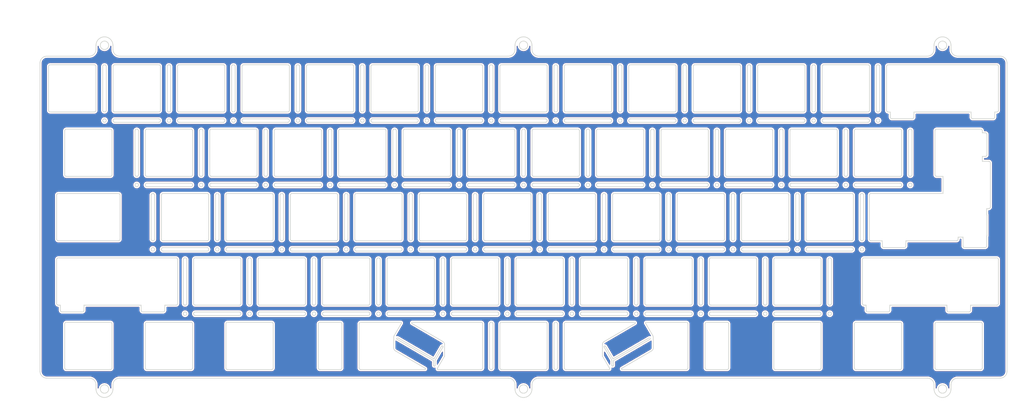
<source format=kicad_pcb>
(kicad_pcb (version 20211014) (generator pcbnew)
  (layers (0 "F.Cu" signal) (31 "B.Cu" signal) (34 "B.Paste" user) (35 "F.Paste" user) (36 "B.SilkS" user "B.Silkscreen") (37 "F.SilkS" user "F.Silkscreen") (38 "B.Mask" user) (39 "F.Mask" user) (44 "Edge.Cuts" user))
  (net 0 "")
  (gr_line (start 278.14145 110.1644) (end 278.14145 111.6644) (layer "Edge.Cuts") (width 0.2))
  (gr_line (start 205.4097 93.6144) (end 205.4097 93.6644) (layer "Edge.Cuts") (width 0.2))
  (gr_arc (start 143.518457 34.489486) (mid 142.93264 35.903644) (end 141.518457 36.4894) (layer "Edge.Cuts") (width 0.2))
  (gr_line (start 119.9722 52.5144) (end 119.9722 39.5144) (layer "Edge.Cuts") (width 0.2))
  (gr_line (start 234.7722 39.0144) (end 247.7722 39.0144) (layer "Edge.Cuts") (width 0.2))
  (gr_line (start 281.6097 67.5894) (end 283.49095 67.5894) (layer "Edge.Cuts") (width 0.2))
  (gr_line (start 158.5722 55.0144) (end 171.5722 55.0144) (layer "Edge.Cuts") (width 0.2))
  (gr_arc (start 234.7722 53.0144) (mid 234.418647 52.867953) (end 234.2722 52.5144) (layer "Edge.Cuts") (width 0.2))
  (gr_line (start 19.689509 33.290604) (end 19.689457 34.489486) (layer "Edge.Cuts") (width 0.2))
  (gr_line (start 169.3472 125.2144) (end 171.505082 128.913626) (layer "Edge.Cuts") (width 0.2))
  (gr_circle (center 88.8722 74.5894) (end 89.3972 74.5894) (layer "Edge.Cuts") (width 0.2) (fill none))
  (gr_arc (start 244.2972 129.2144) (mid 243.943647 129.067953) (end 243.7972 128.7144) (layer "Edge.Cuts") (width 0.2))
  (gr_arc (start 96.1597 93.6144) (mid 96.306147 93.260847) (end 96.6597 93.1144) (layer "Edge.Cuts") (width 0.2))
  (gr_line (start 33.01645 111.6644) (end 33.01645 110.1644) (layer "Edge.Cuts") (width 0.2))
  (gr_line (start 172.620426 126.540666) (end 183.384505 120.26162) (layer "Edge.Cuts") (width 0.2))
  (gr_line (start 167.3097 93.6144) (end 167.3097 93.6644) (layer "Edge.Cuts") (width 0.2))
  (gr_arc (start 31.1972 58.5644) (mid 31.343647 58.210847) (end 31.6972 58.0644) (layer "Edge.Cuts") (width 0.2))
  (gr_arc (start 267.347457 34.489486) (mid 266.76164 35.903644) (end 265.347457 36.4894) (layer "Edge.Cuts") (width 0.2))
  (gr_arc (start 162.8347 96.6644) (mid 162.981147 96.310847) (end 163.3347 96.1644) (layer "Edge.Cuts") (width 0.2))
  (gr_line (start 269.99095 77.1144) (end 269.99095 72.0644) (layer "Edge.Cuts") (width 0.2))
  (gr_arc (start 148.518305 134.982707) (mid 145.996116 137.464301) (end 143.518509 134.938196) (layer "Edge.Cuts") (width 0.2))
  (gr_arc (start 246.6787 110.1644) (mid 246.325147 110.017953) (end 246.1787 109.6644) (layer "Edge.Cuts") (width 0.2))
  (gr_arc (start 265.347457 131.7394) (mid 266.76164 132.325156) (end 267.347457 133.739314) (layer "Edge.Cuts") (width 0.2))
  (gr_arc (start 148.51833 133.739359) (mid 149.104131 132.325172) (end 150.51833 131.7394) (layer "Edge.Cuts") (width 0.2))
  (gr_line (start 34.2472 115.7144) (end 34.2472 128.7144) (layer "Edge.Cuts") (width 0.2))
  (gr_line (start 96.6597 93.1144) (end 109.6597 93.1144) (layer "Edge.Cuts") (width 0.2))
  (gr_arc (start 210.1722 55.5644) (mid 210.025753 55.917953) (end 209.6722 56.0644) (layer "Edge.Cuts") (width 0.2))
  (gr_line (start 57.7722 39.5144) (end 57.7722 52.5144) (layer "Edge.Cuts") (width 0.2))
  (gr_arc (start 200.6472 71.5644) (mid 200.500753 71.917953) (end 200.1472 72.0644) (layer "Edge.Cuts") (width 0.2))
  (gr_line (start 88.8972 58.0644) (end 88.8472 58.0644) (layer "Edge.Cuts") (width 0.2))
  (gr_arc (start 176.8347 112.7144) (mid 176.688253 113.067953) (end 176.3347 113.2144) (layer "Edge.Cuts") (width 0.2))
  (gr_arc (start 81.5847 112.7144) (mid 81.438253 113.067953) (end 81.0847 113.2144) (layer "Edge.Cuts") (width 0.2))
  (gr_arc (start 85.8472 74.0644) (mid 86.200753 74.210847) (end 86.3472 74.5644) (layer "Edge.Cuts") (width 0.2))
  (gr_line (start 125.2347 96.1644) (end 138.2347 96.1644) (layer "Edge.Cuts") (width 0.2))
  (gr_arc (start 285.8722 39.0144) (mid 286.225753 39.160847) (end 286.3722 39.5144) (layer "Edge.Cuts") (width 0.2))
  (gr_arc (start 231.7722 39.0144) (mid 232.125753 39.160847) (end 232.2722 39.5144) (layer "Edge.Cuts") (width 0.2))
  (gr_arc (start 191.1222 52.5144) (mid 190.975753 52.867953) (end 190.6222 53.0144) (layer "Edge.Cuts") (width 0.2))
  (gr_line (start 136.4722 53.0144) (end 136.5222 53.0144) (layer "Edge.Cuts") (width 0.2))
  (gr_arc (start 23.9347 58.0644) (mid 24.288253 58.210847) (end 24.4347 58.5644) (layer "Edge.Cuts") (width 0.2))
  (gr_line (start 217.4847 96.1644) (end 217.4347 96.1644) (layer "Edge.Cuts") (width 0.2))
  (gr_line (start 229.5097 90.6144) (end 229.5097 77.6144) (layer "Edge.Cuts") (width 0.2))
  (gr_line (start 222.7472 71.5644) (end 222.7472 58.5644) (layer "Edge.Cuts") (width 0.2))
  (gr_arc (start 155.5722 115.2144) (mid 155.925753 115.360847) (end 156.0722 115.7144) (layer "Edge.Cuts") (width 0.2))
  (gr_line (start 50.7972 58.0644) (end 50.7472 58.0644) (layer "Edge.Cuts") (width 0.2))
  (gr_line (start 225.2472 74.0644) (end 238.2472 74.0644) (layer "Edge.Cuts") (width 0.2))
  (gr_line (start 233.4847 129.2144) (end 220.4847 129.2144) (layer "Edge.Cuts") (width 0.2))
  (gr_line (start 10.4347 115.7144) (end 10.4347 128.7144) (layer "Edge.Cuts") (width 0.2))
  (gr_arc (start 260.2972 72.0644) (mid 259.943647 71.917953) (end 259.7972 71.5644) (layer "Edge.Cuts") (width 0.2))
  (gr_arc (start 189.4097 90.6144) (mid 189.263253 90.967953) (end 188.9097 91.1144) (layer "Edge.Cuts") (width 0.2))
  (gr_arc (start 36.4597 91.1144) (mid 36.106147 90.967953) (end 35.9597 90.6144) (layer "Edge.Cuts") (width 0.2))
  (gr_arc (start 219.9847 96.6644) (mid 220.131147 96.310847) (end 220.4847 96.1644) (layer "Edge.Cuts") (width 0.2))
  (gr_line (start 79.3722 39.0144) (end 79.3222 39.0144) (layer "Edge.Cuts") (width 0.2))
  (gr_line (start 143.518509 33.290604) (end 143.518457 34.489486) (layer "Edge.Cuts") (width 0.2))
  (gr_arc (start 78.8222 39.5144) (mid 78.968647 39.160847) (end 79.3222 39.0144) (layer "Edge.Cuts") (width 0.2))
  (gr_arc (start 77.1097 77.6144) (mid 77.256147 77.260847) (end 77.6097 77.1144) (layer "Edge.Cuts") (width 0.2))
  (gr_arc (start 188.8597 91.1144) (mid 188.506147 90.967953) (end 188.3597 90.6144) (layer "Edge.Cuts") (width 0.2))
  (gr_arc (start 202.6472 58.5644) (mid 202.793647 58.210847) (end 203.1472 58.0644) (layer "Edge.Cuts") (width 0.2))
  (gr_arc (start 243.7972 58.5644) (mid 243.943647 58.210847) (end 244.2972 58.0644) (layer "Edge.Cuts") (width 0.2))
  (gr_line (start 131.7597 91.1144) (end 131.7097 91.1144) (layer "Edge.Cuts") (width 0.2))
  (gr_arc (start 133.4722 39.0144) (mid 133.825753 39.160847) (end 133.9722 39.5144) (layer "Edge.Cuts") (width 0.2))
  (gr_arc (start 97.8722 39.5144) (mid 98.018647 39.160847) (end 98.3722 39.0144) (layer "Edge.Cuts") (width 0.2))
  (gr_arc (start 8.05345 77.6144) (mid 8.199897 77.260847) (end 8.55345 77.1144) (layer "Edge.Cuts") (width 0.2))
  (gr_line (start 67.2972 58.5644) (end 67.2972 71.5644) (layer "Edge.Cuts") (width 0.2))
  (gr_arc (start 148.5472 74.5644) (mid 148.693647 74.210847) (end 149.0472 74.0644) (layer "Edge.Cuts") (width 0.2))
  (gr_arc (start 254.26545 111.6644) (mid 254.119003 112.017953) (end 253.76545 112.1644) (layer "Edge.Cuts") (width 0.2))
  (gr_arc (start 86.6347 112.6644) (mid 86.781147 112.310847) (end 87.1347 112.1644) (layer "Edge.Cuts") (width 0.2))
  (gr_line (start 176.3347 113.2144) (end 163.3347 113.2144) (layer "Edge.Cuts") (width 0.2))
  (gr_line (start 91.8972 74.0644) (end 104.8972 74.0644) (layer "Edge.Cuts") (width 0.2))
  (gr_arc (start 105.6847 96.6644) (mid 105.831147 96.310847) (end 106.1847 96.1644) (layer "Edge.Cuts") (width 0.2))
  (gr_line (start 136.5222 39.0144) (end 136.4722 39.0144) (layer "Edge.Cuts") (width 0.2))
  (gr_arc (start 8.55345 91.1144) (mid 8.199897 90.967953) (end 8.05345 90.6144) (layer "Edge.Cuts") (width 0.2))
  (gr_arc (start 43.32845 96.1644) (mid 43.682003 96.310847) (end 43.82845 96.6644) (layer "Edge.Cuts") (width 0.2))
  (gr_arc (start 282.99095 65.6514) (mid 282.844503 66.004953) (end 282.49095 66.1514) (layer "Edge.Cuts") (width 0.2))
  (gr_arc (start 181.5972 71.5644) (mid 181.450753 71.917953) (end 181.0972 72.0644) (layer "Edge.Cuts") (width 0.2))
  (gr_arc (start 167.3097 93.6644) (mid 167.163253 94.017953) (end 166.8097 94.1644) (layer "Edge.Cuts") (width 0.2))
  (gr_line (start 58.5597 93.1144) (end 71.5597 93.1144) (layer "Edge.Cuts") (width 0.2))
  (gr_circle (center 122.2097 112.6894) (end 122.7347 112.6894) (layer "Edge.Cuts") (width 0.2) (fill none))
  (gr_arc (start 34.2472 74.5644) (mid 34.393647 74.210847) (end 34.7472 74.0644) (layer "Edge.Cuts") (width 0.2))
  (gr_arc (start 33.51645 112.1644) (mid 33.162897 112.017953) (end 33.01645 111.6644) (layer "Edge.Cuts") (width 0.2))
  (gr_arc (start 64.5347 96.6644) (mid 64.681147 96.310847) (end 65.0347 96.1644) (layer "Edge.Cuts") (width 0.2))
  (gr_circle (center 36.4847 93.6394) (end 37.0097 93.6394) (layer "Edge.Cuts") (width 0.2) (fill none))
  (gr_arc (start 39.0097 93.6144) (mid 39.156147 93.260847) (end 39.5097 93.1144) (layer "Edge.Cuts") (width 0.2))
  (gr_line (start 162.0472 72.0644) (end 149.0472 72.0644) (layer "Edge.Cuts") (width 0.2))
  (gr_arc (start 87.1347 113.2144) (mid 86.781147 113.067953) (end 86.6347 112.7144) (layer "Edge.Cuts") (width 0.2))
  (gr_line (start 81.0847 96.1644) (end 68.0847 96.1644) (layer "Edge.Cuts") (width 0.2))
  (gr_line (start 194.6222 115.7144) (end 194.6222 128.7144) (layer "Edge.Cuts") (width 0.2))
  (gr_arc (start 155.5222 53.0144) (mid 155.168647 52.867953) (end 155.0222 52.5144) (layer "Edge.Cuts") (width 0.2))
  (gr_line (start 186.6472 71.5644) (end 186.6472 58.5644) (layer "Edge.Cuts") (width 0.2))
  (gr_line (start 50.7472 72.0644) (end 50.7972 72.0644) (layer "Edge.Cuts") (width 0.2))
  (gr_line (start 91.8972 72.0644) (end 104.8972 72.0644) (layer "Edge.Cuts") (width 0.2))
  (gr_arc (start 204.9097 77.1144) (mid 205.263253 77.260847) (end 205.4097 77.6144) (layer "Edge.Cuts") (width 0.2))
  (gr_line (start 97.8722 39.5144) (end 97.8722 52.5144) (layer "Edge.Cuts") (width 0.2))
  (gr_arc (start 81.8722 39.5144) (mid 82.018647 39.160847) (end 82.3722 39.0144) (layer "Edge.Cuts") (width 0.2))
  (gr_arc (start 158.0722 115.7144) (mid 158.218647 115.360847) (end 158.5722 115.2144) (layer "Edge.Cuts") (width 0.2))
  (gr_line (start 216.9347 96.6644) (end 216.9347 109.6644) (layer "Edge.Cuts") (width 0.2))
  (gr_arc (start 110.1597 93.6644) (mid 110.013253 94.017953) (end 109.6597 94.1644) (layer "Edge.Cuts") (width 0.2))
  (gr_line (start 158.0722 55.5644) (end 158.0722 55.5144) (layer "Edge.Cuts") (width 0.2))
  (gr_arc (start 222.2472 58.0644) (mid 222.600753 58.210847) (end 222.7472 58.5644) (layer "Edge.Cuts") (width 0.2))
  (gr_line (start 74.0597 90.6144) (end 74.0597 77.6144) (layer "Edge.Cuts") (width 0.2))
  (gr_arc (start 274.34733 36.4894) (mid 272.933131 35.903628) (end 272.34733 34.489441) (layer "Edge.Cuts") (width 0.2))
  (gr_arc (start 122.1847 110.1644) (mid 121.831147 110.017953) (end 121.6847 109.6644) (layer "Edge.Cuts") (width 0.2))
  (gr_arc (start 145.4972 58.5644) (mid 145.643647 58.210847) (end 145.9972 58.0644) (layer "Edge.Cuts") (width 0.2))
  (gr_arc (start 10.9347 72.0644) (mid 10.581147 71.917953) (end 10.4347 71.5644) (layer "Edge.Cuts") (width 0.2))
  (gr_arc (start 267.6097 115.7144) (mid 267.756147 115.360847) (end 268.1097 115.2144) (layer "Edge.Cuts") (width 0.2))
  (gr_arc (start 156.0722 128.7144) (mid 155.925753 129.067953) (end 155.5722 129.2144) (layer "Edge.Cuts") (width 0.2))
  (gr_line (start 272.34733 34.489441) (end 272.347305 33.246093) (layer "Edge.Cuts") (width 0.2))
  (gr_arc (start 47.7472 115.2144) (mid 48.100753 115.360847) (end 48.2472 115.7144) (layer "Edge.Cuts") (width 0.2))
  (gr_arc (start 74.5597 91.1144) (mid 74.206147 90.967953) (end 74.0597 90.6144) (layer "Edge.Cuts") (width 0.2))
  (gr_arc (start 193.6222 53.0144) (mid 193.268647 52.867953) (end 193.1222 52.5144) (layer "Edge.Cuts") (width 0.2))
  (gr_arc (start 179.3347 110.1644) (mid 178.981147 110.017953) (end 178.8347 109.6644) (layer "Edge.Cuts") (width 0.2))
  (gr_line (start 109.6597 91.1144) (end 96.6597 91.1144) (layer "Edge.Cuts") (width 0.2))
  (gr_line (start 110.4472 74.6144) (end 110.4472 74.5644) (layer "Edge.Cuts") (width 0.2))
  (gr_arc (start 139.0222 115.7144) (mid 139.168647 115.360847) (end 139.5222 115.2144) (layer "Edge.Cuts") (width 0.2))
  (gr_arc (start 107.9472 58.0644) (mid 108.300753 58.210847) (end 108.4472 58.5644) (layer "Edge.Cuts") (width 0.2))
  (gr_arc (start 140.7347 96.6644) (mid 140.881147 96.310847) (end 141.2347 96.1644) (layer "Edge.Cuts") (width 0.2))
  (gr_line (start 230.0097 93.1144) (end 243.0097 93.1144) (layer "Edge.Cuts") (width 0.2))
  (gr_line (start 117.4722 39.0144) (end 117.4222 39.0144) (layer "Edge.Cuts") (width 0.2))
  (gr_arc (start 81.5847 109.6644) (mid 81.438253 110.017953) (end 81.0847 110.1644) (layer "Edge.Cuts") (width 0.2))
  (gr_arc (start 136.4722 129.2144) (mid 136.118647 129.067953) (end 135.9722 128.7144) (layer "Edge.Cuts") (width 0.2))
  (gr_line (start 231.7722 39.0144) (end 231.7222 39.0144) (layer "Edge.Cuts") (width 0.2))
  (gr_circle (center 22.189372 134.9644) (end 23.439372 134.9644) (layer "Edge.Cuts") (width 0.2) (fill none))
  (gr_arc (start 133.9722 55.5644) (mid 133.825753 55.917953) (end 133.4722 56.0644) (layer "Edge.Cuts") (width 0.2))
  (gr_line (start 226.4597 90.6144) (end 226.4597 77.6144) (layer "Edge.Cuts") (width 0.2))
  (gr_line (start 137.0222 52.5144) (end 137.0222 39.5144) (layer "Edge.Cuts") (width 0.2))
  (gr_arc (start 97.4222 115.7144) (mid 97.568647 115.360847) (end 97.9222 115.2144) (layer "Edge.Cuts") (width 0.2))
  (gr_line (start 188.8597 77.1144) (end 188.9097 77.1144) (layer "Edge.Cuts") (width 0.2))
  (gr_arc (start 16.14045 111.6644) (mid 15.994003 112.017953) (end 15.64045 112.1644) (layer "Edge.Cuts") (width 0.2))
  (gr_line (start 275.90395 92.6144) (end 275.90395 90.0274) (layer "Edge.Cuts") (width 0.2))
  (gr_arc (start 107.8972 72.0644) (mid 107.543647 71.917953) (end 107.3972 71.5644) (layer "Edge.Cuts") (width 0.2))
  (gr_arc (start 191.9097 91.1144) (mid 191.556147 90.967953) (end 191.4097 90.6144) (layer "Edge.Cuts") (width 0.2))
  (gr_arc (start 34.7472 75.1144) (mid 34.393647 74.967953) (end 34.2472 74.6144) (layer "Edge.Cuts") (width 0.2))
  (gr_line (start 223.9597 94.1644) (end 210.9597 94.1644) (layer "Edge.Cuts") (width 0.2))
  (gr_line (start 58.0597 93.6644) (end 58.0597 93.6144) (layer "Edge.Cuts") (width 0.2))
  (gr_line (start 203.6972 71.5644) (end 203.6972 58.5644) (layer "Edge.Cuts") (width 0.2))
  (gr_arc (start 126.9472 72.0644) (mid 126.593647 71.917953) (end 126.4472 71.5644) (layer "Edge.Cuts") (width 0.2))
  (gr_line (start 76.8222 52.5144) (end 76.8222 39.5144) (layer "Edge.Cuts") (width 0.2))
  (gr_line (start 122.6972 125.2144) (end 120.539318 128.913626) (layer "Edge.Cuts") (width 0.2))
  (gr_arc (start 172.3597 93.6144) (mid 172.506147 93.260847) (end 172.8597 93.1144) (layer "Edge.Cuts") (width 0.2))
  (gr_line (start 230.0097 77.1144) (end 243.0097 77.1144) (layer "Edge.Cuts") (width 0.2))
  (gr_arc (start 141.2347 110.1644) (mid 140.881147 110.017953) (end 140.7347 109.6644) (layer "Edge.Cuts") (width 0.2))
  (gr_arc (start 31.6972 72.0644) (mid 31.343647 71.917953) (end 31.1972 71.5644) (layer "Edge.Cuts") (width 0.2))
  (gr_arc (start 172.0722 52.5144) (mid 171.925753 52.867953) (end 171.5722 53.0144) (layer "Edge.Cuts") (width 0.2))
  (gr_line (start 119.583997 126.055161) (end 108.91183 119.82973) (layer "Edge.Cuts") (width 0.2))
  (gr_line (start 38.2222 53.0144) (end 25.2222 53.0144) (layer "Edge.Cuts") (width 0.2))
  (gr_arc (start 174.6222 39.0144) (mid 174.975753 39.160847) (end 175.1222 39.5144) (layer "Edge.Cuts") (width 0.2))
  (gr_arc (start 257.7972 71.5644) (mid 257.650753 71.917953) (end 257.2972 72.0644) (layer "Edge.Cuts") (width 0.2))
  (gr_line (start 219.1972 72.0644) (end 206.1972 72.0644) (layer "Edge.Cuts") (width 0.2))
  (gr_line (start 23.9347 115.2144) (end 10.9347 115.2144) (layer "Edge.Cuts") (width 0.2))
  (gr_arc (start 67.2972 71.5644) (mid 67.150753 71.917953) (end 66.7972 72.0644) (layer "Edge.Cuts") (width 0.2))
  (gr_line (start 76.3222 39.0144) (end 63.3222 39.0144) (layer "Edge.Cuts") (width 0.2))
  (gr_line (start 40.7222 39.5144) (end 40.7222 52.5144) (layer "Edge.Cuts") (width 0.2))
  (gr_line (start 117.4222 53.0144) (end 117.4722 53.0144) (layer "Edge.Cuts") (width 0.2))
  (gr_line (start 252.02795 91.1144) (end 248.71595 91.1144) (layer "Edge.Cuts") (width 0.2))
  (gr_line (start 150.51833 131.7394) (end 265.347457 131.7394) (layer "Edge.Cuts") (width 0.2))
  (gr_line (start 62.8222 39.5144) (end 62.8222 52.5144) (layer "Edge.Cuts") (width 0.2))
  (gr_arc (start 158.5722 53.0144) (mid 158.218647 52.867953) (end 158.0722 52.5144) (layer "Edge.Cuts") (width 0.2))
  (gr_line (start 25.2222 56.0644) (end 38.2222 56.0644) (layer "Edge.Cuts") (width 0.2))
  (gr_line (start 246.0097 77.1144) (end 246.0597 77.1144) (layer "Edge.Cuts") (width 0.2))
  (gr_arc (start 153.3097 93.6144) (mid 153.456147 93.260847) (end 153.8097 93.1144) (layer "Edge.Cuts") (width 0.2))
  (gr_line (start 133.9722 128.7144) (end 133.9722 115.7144) (layer "Edge.Cuts") (width 0.2))
  (gr_arc (start 120.4722 56.0644) (mid 120.118647 55.917953) (end 119.9722 55.5644) (layer "Edge.Cuts") (width 0.2))
  (gr_arc (start 162.5472 74.6144) (mid 162.400753 74.967953) (end 162.0472 75.1144) (layer "Edge.Cuts") (width 0.2))
  (gr_arc (start 160.8347 109.6644) (mid 160.688253 110.017953) (end 160.3347 110.1644) (layer "Edge.Cuts") (width 0.2))
  (gr_line (start 165.0472 72.0644) (end 165.0972 72.0644) (layer "Edge.Cuts") (width 0.2))
  (gr_arc (start 186.3597 93.6644) (mid 186.213253 94.017953) (end 185.8597 94.1644) (layer "Edge.Cuts") (width 0.2))
  (gr_line (start 98.4222 39.0144) (end 98.3722 39.0144) (layer "Edge.Cuts") (width 0.2))
  (gr_line (start 213.2222 52.5144) (end 213.2222 39.5144) (layer "Edge.Cuts") (width 0.2))
  (gr_line (start 77.1097 90.6144) (end 77.1097 77.6144) (layer "Edge.Cuts") (width 0.2))
  (gr_line (start 243.7972 71.5644) (end 243.7972 58.5644) (layer "Edge.Cuts") (width 0.2))
  (gr_arc (start 214.4347 112.1644) (mid 214.788253 112.310847) (end 214.9347 112.6644) (layer "Edge.Cuts") (width 0.2))
  (gr_line (start 285.2852 53.0144) (end 285.2852 54.5144) (layer "Edge.Cuts") (width 0.2))
  (gr_line (start 6.1722 39.0144) (end 19.1722 39.0144) (layer "Edge.Cuts") (width 0.2))
  (gr_line (start 190.6222 56.0644) (end 177.6222 56.0644) (layer "Edge.Cuts") (width 0.2))
  (gr_arc (start 215.2222 39.5144) (mid 215.368647 39.160847) (end 215.7222 39.0144) (layer "Edge.Cuts") (width 0.2))
  (gr_line (start 93.6097 77.1144) (end 93.6597 77.1144) (layer "Edge.Cuts") (width 0.2))
  (gr_circle (center 136.4972 55.5394) (end 137.0222 55.5394) (layer "Edge.Cuts") (width 0.2) (fill none))
  (gr_line (start 281.6097 58.5644) (end 281.6097 59.1514) (layer "Edge.Cuts") (width 0.2))
  (gr_line (start 162.0472 75.1144) (end 149.0472 75.1144) (layer "Edge.Cuts") (width 0.2))
  (gr_line (start 195.3847 113.2144) (end 182.3847 113.2144) (layer "Edge.Cuts") (width 0.2))
  (gr_arc (start 250.2722 39.5144) (mid 250.418647 39.160847) (end 250.7722 39.0144) (layer "Edge.Cuts") (width 0.2))
  (gr_line (start 96.1597 90.6144) (end 96.1597 77.6144) (layer "Edge.Cuts") (width 0.2))
  (gr_line (start 46.0347 96.1644) (end 45.9847 96.1644) (layer "Edge.Cuts") (width 0.2))
  (gr_arc (start 50.7472 72.0644) (mid 50.393647 71.917953) (end 50.2472 71.5644) (layer "Edge.Cuts") (width 0.2))
  (gr_line (start 67.2972 74.5644) (end 67.2972 74.6144) (layer "Edge.Cuts") (width 0.2))
  (gr_line (start 126.4472 58.5644) (end 126.4472 71.5644) (layer "Edge.Cuts") (width 0.2))
  (gr_arc (start 66.7972 74.0644) (mid 67.150753 74.210847) (end 67.2972 74.5644) (layer "Edge.Cuts") (width 0.2))
  (gr_arc (start 134.7597 91.1144) (mid 134.406147 90.967953) (end 134.2597 90.6144) (layer "Edge.Cuts") (width 0.2))
  (gr_arc (start 137.0222 52.5144) (mid 136.875753 52.867953) (end 136.5222 53.0144) (layer "Edge.Cuts") (width 0.2))
  (gr_line (start 123.9472 72.0644) (end 110.9472 72.0644) (layer "Edge.Cuts") (width 0.2))
  (gr_line (start 153.3097 90.6144) (end 153.3097 77.6144) (layer "Edge.Cuts") (width 0.2))
  (gr_line (start 268.1097 129.2144) (end 281.1097 129.2144) (layer "Edge.Cuts") (width 0.2))
  (gr_line (start 24.7222 55.5144) (end 24.7222 55.5644) (layer "Edge.Cuts") (width 0.2))
  (gr_arc (start 67.2972 74.6144) (mid 67.150753 74.967953) (end 66.7972 75.1144) (layer "Edge.Cuts") (width 0.2))
  (gr_line (start 283.99095 68.0894) (end 283.99095 81.0894) (layer "Edge.Cuts") (width 0.2))
  (gr_arc (start 183.13257 119.82973) (mid 183.474482 119.919708) (end 183.384505 120.26162) (layer "Edge.Cuts") (width 0.2))
  (gr_arc (start 119.6847 112.7144) (mid 119.538253 113.067953) (end 119.1847 113.2144) (layer "Edge.Cuts") (width 0.2))
  (gr_arc (start 100.6347 109.6644) (mid 100.488253 110.017953) (end 100.1347 110.1644) (layer "Edge.Cuts") (width 0.2))
  (gr_arc (start 245.5097 77.6144) (mid 245.656147 77.260847) (end 246.0097 77.1144) (layer "Edge.Cuts") (width 0.2))
  (gr_arc (start 197.8847 96.6644) (mid 198.031147 96.310847) (end 198.3847 96.1644) (layer "Edge.Cuts") (width 0.2))
  (gr_line (start 212.1722 39.5144) (end 212.1722 52.5144) (layer "Edge.Cuts") (width 0.2))
  (gr_arc (start 191.4097 77.6144) (mid 191.556147 77.260847) (end 191.9097 77.1144) (layer "Edge.Cuts") (width 0.2))
  (gr_arc (start 43.7722 39.5144) (mid 43.918647 39.160847) (end 44.2722 39.0144) (layer "Edge.Cuts") (width 0.2))
  (gr_arc (start 169.852498 122.576785) (mid 169.942475 122.234872) (end 170.284388 122.324849) (layer "Edge.Cuts") (width 0.2))
  (gr_arc (start 100.9222 39.5144) (mid 101.068647 39.160847) (end 101.4222 39.0144) (layer "Edge.Cuts") (width 0.2))
  (gr_line (start 122.7347 109.6644) (end 122.7347 96.6644) (layer "Edge.Cuts") (width 0.2))
  (gr_line (start 62.5347 96.6644) (end 62.5347 109.6644) (layer "Edge.Cuts") (width 0.2))
  (gr_line (start 85.8472 72.0644) (end 72.8472 72.0644) (layer "Edge.Cuts") (width 0.2))
  (gr_arc (start 166.8097 93.1144) (mid 167.163253 93.260847) (end 167.3097 93.6144) (layer "Edge.Cuts") (width 0.2))
  (gr_line (start 103.1347 110.1644) (end 103.1847 110.1644) (layer "Edge.Cuts") (width 0.2))
  (gr_line (start 169.3097 90.6144) (end 169.3097 77.6144) (layer "Edge.Cuts") (width 0.2))
  (gr_line (start 67.5847 96.6644) (end 67.5847 109.6644) (layer "Edge.Cuts") (width 0.2))
  (gr_arc (start 119.1847 96.1644) (mid 119.538253 96.310847) (end 119.6847 96.6644) (layer "Edge.Cuts") (width 0.2))
  (gr_line (start 274.46595 90.0274) (end 274.46595 90.6144) (layer "Edge.Cuts") (width 0.2))
  (gr_line (start 95.8722 39.5144) (end 95.8722 52.5144) (layer "Edge.Cuts") (width 0.2))
  (gr_line (start 62.5347 112.7144) (end 62.5347 112.6644) (layer "Edge.Cuts") (width 0.2))
  (gr_arc (start 53.2972 58.5644) (mid 53.443647 58.210847) (end 53.7972 58.0644) (layer "Edge.Cuts") (width 0.2))
  (gr_line (start 268.1097 58.0644) (end 281.1097 58.0644) (layer "Edge.Cuts") (width 0.2))
  (gr_line (start 34.7472 72.0644) (end 47.7472 72.0644) (layer "Edge.Cuts") (width 0.2))
  (gr_line (start 138.2347 113.2144) (end 125.2347 113.2144) (layer "Edge.Cuts") (width 0.2))
  (gr_arc (start 184.0972 72.0644) (mid 183.743647 71.917953) (end 183.5972 71.5644) (layer "Edge.Cuts") (width 0.2))
  (gr_arc (start 126.4472 58.5644) (mid 126.593647 58.210847) (end 126.9472 58.0644) (layer "Edge.Cuts") (width 0.2))
  (gr_line (start 219.9847 128.7144) (end 219.9847 115.7144) (layer "Edge.Cuts") (width 0.2))
  (gr_line (start 134.7597 77.1144) (end 147.7597 77.1144) (layer "Edge.Cuts") (width 0.2))
  (gr_arc (start 48.5347 96.6644) (mid 48.681147 96.310847) (end 49.0347 96.1644) (layer "Edge.Cuts") (width 0.2))
  (gr_circle (center 250.7972 55.5394) (end 251.3222 55.5394) (layer "Edge.Cuts") (width 0.2) (fill none))
  (gr_line (start 160.2847 110.1644) (end 160.3347 110.1644) (layer "Edge.Cuts") (width 0.2))
  (gr_line (start 200.1722 115.2144) (end 206.1722 115.2144) (layer "Edge.Cuts") (width 0.2))
  (gr_arc (start 48.5347 112.6644) (mid 48.681147 112.310847) (end 49.0347 112.1644) (layer "Edge.Cuts") (width 0.2))
  (gr_line (start 84.1347 96.1644) (end 84.0847 96.1644) (layer "Edge.Cuts") (width 0.2))
  (gr_arc (start 103.1347 110.1644) (mid 102.781147 110.017953) (end 102.6347 109.6644) (layer "Edge.Cuts") (width 0.2))
  (gr_line (start 181.0972 72.0644) (end 168.0972 72.0644) (layer "Edge.Cuts") (width 0.2))
  (gr_arc (start 244.2972 72.0644) (mid 243.943647 71.917953) (end 243.7972 71.5644) (layer "Edge.Cuts") (width 0.2))
  (gr_line (start 23.9347 58.0644) (end 10.9347 58.0644) (layer "Edge.Cuts") (width 0.2))
  (gr_arc (start 148.5472 58.5644) (mid 148.693647 58.210847) (end 149.0472 58.0644) (layer "Edge.Cuts") (width 0.2))
  (gr_arc (start 53.7972 72.0644) (mid 53.443647 71.917953) (end 53.2972 71.5644) (layer "Edge.Cuts") (width 0.2))
  (gr_arc (start 143.7847 96.6644) (mid 143.931147 96.310847) (end 144.2847 96.1644) (layer "Edge.Cuts") (width 0.2))
  (gr_arc (start 17.689457 131.7394) (mid 19.10364 132.325156) (end 19.689457 133.739314) (layer "Edge.Cuts") (width 0.2))
  (gr_arc (start 85.8472 58.0644) (mid 86.200753 58.210847) (end 86.3472 58.5644) (layer "Edge.Cuts") (width 0.2))
  (gr_arc (start 253.8222 53.0144) (mid 253.468647 52.867953) (end 253.3222 52.5144) (layer "Edge.Cuts") (width 0.2))
  (gr_arc (start 100.1347 96.1644) (mid 100.488253 96.310847) (end 100.6347 96.6644) (layer "Edge.Cuts") (width 0.2))
  (gr_arc (start 63.3222 56.0644) (mid 62.968647 55.917953) (end 62.8222 55.5644) (layer "Edge.Cuts") (width 0.2))
  (gr_arc (start 124.7347 96.6644) (mid 124.881147 96.310847) (end 125.2347 96.1644) (layer "Edge.Cuts") (width 0.2))
  (gr_arc (start 91.8972 75.1144) (mid 91.543647 74.967953) (end 91.3972 74.6144) (layer "Edge.Cuts") (width 0.2))
  (gr_arc (start 39.5097 94.1644) (mid 39.156147 94.017953) (end 39.0097 93.6644) (layer "Edge.Cuts") (width 0.2))
  (gr_line (start 164.5472 58.5644) (end 164.5472 71.5644) (layer "Edge.Cuts") (width 0.2))
  (gr_arc (start 132.2597 90.6144) (mid 132.113253 90.967953) (end 131.7597 91.1144) (layer "Edge.Cuts") (width 0.2))
  (gr_line (start 104.8972 58.0644) (end 91.8972 58.0644) (layer "Edge.Cuts") (width 0.2))
  (gr_circle (center 236.5097 112.6894) (end 237.0347 112.6894) (layer "Edge.Cuts") (width 0.2) (fill none))
  (gr_arc (start 115.2097 93.6144) (mid 115.356147 93.260847) (end 115.7097 93.1144) (layer "Edge.Cuts") (width 0.2))
  (gr_line (start 195.8847 112.6644) (end 195.8847 112.7144) (layer "Edge.Cuts") (width 0.2))
  (gr_arc (start 235.9847 96.6644) (mid 236.131147 96.310847) (end 236.4847 96.1644) (layer "Edge.Cuts") (width 0.2))
  (gr_arc (start 69.7972 72.0644) (mid 69.443647 71.917953) (end 69.2972 71.5644) (layer "Edge.Cuts") (width 0.2))
  (gr_arc (start 79.3722 39.0144) (mid 79.725753 39.160847) (end 79.8722 39.5144) (layer "Edge.Cuts") (width 0.2))
  (gr_arc (start 114.4222 55.0144) (mid 114.775753 55.160847) (end 114.9222 55.5144) (layer "Edge.Cuts") (width 0.2))
  (gr_arc (start 100.9222 55.5144) (mid 101.068647 55.160847) (end 101.4222 55.0144) (layer "Edge.Cuts") (width 0.2))
  (gr_arc (start 39.5097 91.1144) (mid 39.156147 90.967953) (end 39.0097 90.6144) (layer "Edge.Cuts") (width 0.2))
  (gr_line (start 47.7472 58.0644) (end 34.7472 58.0644) (layer "Edge.Cuts") (width 0.2))
  (gr_line (start 145.9972 72.0644) (end 146.0472 72.0644) (layer "Edge.Cuts") (width 0.2))
  (gr_arc (start 257.2972 115.2144) (mid 257.650753 115.360847) (end 257.7972 115.7144) (layer "Edge.Cuts") (width 0.2))
  (gr_line (start 200.9347 109.6644) (end 200.9347 96.6644) (layer "Edge.Cuts") (width 0.2))
  (gr_line (start 68.0847 110.1644) (end 81.0847 110.1644) (layer "Edge.Cuts") (width 0.2))
  (gr_line (start 143.7847 112.7144) (end 143.7847 112.6644) (layer "Edge.Cuts") (width 0.2))
  (gr_line (start 51.2972 71.5644) (end 51.2972 58.5644) (layer "Edge.Cuts") (width 0.2))
  (gr_arc (start 222.7472 71.5644) (mid 222.600753 71.917953) (end 222.2472 72.0644) (layer "Edge.Cuts") (width 0.2))
  (gr_arc (start 177.6222 56.0644) (mid 177.268647 55.917953) (end 177.1222 55.5644) (layer "Edge.Cuts") (width 0.2))
  (gr_line (start 101.4222 55.0144) (end 114.4222 55.0144) (layer "Edge.Cuts") (width 0.2))
  (gr_arc (start 65.0847 96.1644) (mid 65.438253 96.310847) (end 65.5847 96.6644) (layer "Edge.Cuts") (width 0.2))
  (gr_arc (start 62.8222 39.5144) (mid 62.968647 39.160847) (end 63.3222 39.0144) (layer "Edge.Cuts") (width 0.2))
  (gr_line (start 198.4347 96.1644) (end 198.3847 96.1644) (layer "Edge.Cuts") (width 0.2))
  (gr_line (start 206.1722 129.2144) (end 200.1722 129.2144) (layer "Edge.Cuts") (width 0.2))
  (gr_arc (start 19.689509 33.290604) (mid 22.167116 30.764499) (end 24.689305 33.246093) (layer "Edge.Cuts") (width 0.2))
  (gr_arc (start 272.34733 133.739359) (mid 272.933131 132.325172) (end 274.34733 131.7394) (layer "Edge.Cuts") (width 0.2))
  (gr_circle (center 260.3222 74.5894) (end 260.8472 74.5894) (layer "Edge.Cuts") (width 0.2) (fill none))
  (gr_arc (start 38.2222 55.0144) (mid 38.575753 55.160847) (end 38.7222 55.5144) (layer "Edge.Cuts") (width 0.2))
  (gr_circle (center 74.5847 93.6394) (end 75.1097 93.6394) (layer "Edge.Cuts") (width 0.2) (fill none))
  (gr_arc (start 112.7097 77.1144) (mid 113.063253 77.260847) (end 113.2097 77.6144) (layer "Edge.Cuts") (width 0.2))
  (gr_arc (start 136.4722 53.0144) (mid 136.118647 52.867953) (end 135.9722 52.5144) (layer "Edge.Cuts") (width 0.2))
  (gr_line (start 160.3347 96.1644) (end 160.2847 96.1644) (layer "Edge.Cuts") (width 0.2))
  (gr_line (start 129.9972 58.0644) (end 142.9972 58.0644) (layer "Edge.Cuts") (width 0.2))
  (gr_arc (start 219.6972 71.5644) (mid 219.550753 71.917953) (end 219.1972 72.0644) (layer "Edge.Cuts") (width 0.2))
  (gr_line (start 247.7722 56.0644) (end 234.7722 56.0644) (layer "Edge.Cuts") (width 0.2))
  (gr_line (start 197.8847 96.6644) (end 197.8847 109.6644) (layer "Edge.Cuts") (width 0.2))
  (gr_line (start 81.8722 52.5144) (end 81.8722 39.5144) (layer "Edge.Cuts") (width 0.2))
  (gr_line (start 193.6722 39.0144) (end 193.6222 39.0144) (layer "Edge.Cuts") (width 0.2))
  (gr_arc (start 91.1097 90.6144) (mid 90.963253 90.967953) (end 90.6097 91.1144) (layer "Edge.Cuts") (width 0.2))
  (gr_arc (start 131.7597 77.1144) (mid 132.113253 77.260847) (end 132.2597 77.6144) (layer "Edge.Cuts") (width 0.2))
  (gr_arc (start 148.2597 90.6144) (mid 148.113253 90.967953) (end 147.7597 91.1144) (layer "Edge.Cuts") (width 0.2))
  (gr_arc (start 128.7097 77.1144) (mid 129.063253 77.260847) (end 129.2097 77.6144) (layer "Edge.Cuts") (width 0.2))
  (gr_arc (start 91.8972 72.0644) (mid 91.543647 71.917953) (end 91.3972 71.5644) (layer "Edge.Cuts") (width 0.2))
  (gr_arc (start 124.4472 71.5644) (mid 124.300753 71.917953) (end 123.9472 72.0644) (layer "Edge.Cuts") (width 0.2))
  (gr_line (start 155.0222 115.7144) (end 155.0222 128.7144) (layer "Edge.Cuts") (width 0.2))
  (gr_line (start 24.7222 52.5144) (end 24.7222 39.5144) (layer "Edge.Cuts") (width 0.2))
  (gr_arc (start 212.6722 53.0144) (mid 212.318647 52.867953) (end 212.1722 52.5144) (layer "Edge.Cuts") (width 0.2))
  (gr_arc (start 158.0722 39.5144) (mid 158.218647 39.160847) (end 158.5722 39.0144) (layer "Edge.Cuts") (width 0.2))
  (gr_line (start 185.8597 94.1644) (end 172.8597 94.1644) (layer "Edge.Cuts") (width 0.2))
  (gr_line (start 100.9222 55.5644) (end 100.9222 55.5144) (layer "Edge.Cuts") (width 0.2))
  (gr_line (start 210.4597 93.6644) (end 210.4597 93.6144) (layer "Edge.Cuts") (width 0.2))
  (gr_arc (start 25.2222 56.0644) (mid 24.868647 55.917953) (end 24.7222 55.5644) (layer "Edge.Cuts") (width 0.2))
  (gr_line (start 71.5597 115.2144) (end 58.5597 115.2144) (layer "Edge.Cuts") (width 0.2))
  (gr_line (start 281.6097 59.1514) (end 282.49095 59.1514) (layer "Edge.Cuts") (width 0.2))
  (gr_arc (start 233.9847 112.7144) (mid 233.838253 113.067953) (end 233.4847 113.2144) (layer "Edge.Cuts") (width 0.2))
  (gr_line (start 285.8722 110.1644) (end 278.14145 110.1644) (layer "Edge.Cuts") (width 0.2))
  (gr_line (start 98.9222 52.5144) (end 98.9222 39.5144) (layer "Edge.Cuts") (width 0.2))
  (gr_arc (start 85.8722 129.2144) (mid 85.518647 129.067953) (end 85.3722 128.7144) (layer "Edge.Cuts") (width 0.2))
  (gr_line (start 131.7097 77.1144) (end 131.7597 77.1144) (layer "Edge.Cuts") (width 0.2))
  (gr_arc (start 194.1222 115.2144) (mid 194.475753 115.360847) (end 194.6222 115.7144) (layer "Edge.Cuts") (width 0.2))
  (gr_line (start 209.6722 55.0144) (end 196.6722 55.0144) (layer "Edge.Cuts") (width 0.2))
  (gr_circle (center 269.847372 33.2644) (end 271.097372 33.2644) (layer "Edge.Cuts") (width 0.2) (fill none))
  (gr_line (start 191.4097 93.6644) (end 191.4097 93.6144) (layer "Edge.Cuts") (width 0.2))
  (gr_arc (start 194.1722 52.5144) (mid 194.025753 52.867953) (end 193.6722 53.0144) (layer "Edge.Cuts") (width 0.2))
  (gr_arc (start 106.1847 113.2144) (mid 105.831147 113.067953) (end 105.6847 112.7144) (layer "Edge.Cuts") (width 0.2))
  (gr_line (start 37.0097 77.6144) (end 37.0097 90.6144) (layer "Edge.Cuts") (width 0.2))
  (gr_line (start 162.5472 58.5644) (end 162.5472 71.5644) (layer "Edge.Cuts") (width 0.2))
  (gr_line (start 121.6847 96.6644) (end 121.6847 109.6644) (layer "Edge.Cuts") (width 0.2))
  (gr_line (start 69.7972 72.0644) (end 69.8472 72.0644) (layer "Edge.Cuts") (width 0.2))
  (gr_arc (start 267.6097 58.5644) (mid 267.756147 58.210847) (end 268.1097 58.0644) (layer "Edge.Cuts") (width 0.2))
  (gr_arc (start 147.7597 93.1144) (mid 148.113253 93.260847) (end 148.2597 93.6144) (layer "Edge.Cuts") (width 0.2))
  (gr_line (start 24.4347 71.5644) (end 24.4347 58.5644) (layer "Edge.Cuts") (width 0.2))
  (gr_circle (center 188.8847 93.6394) (end 189.4097 93.6394) (layer "Edge.Cuts") (width 0.2) (fill none))
  (gr_arc (start 191.4097 93.6144) (mid 191.556147 93.260847) (end 191.9097 93.1144) (layer "Edge.Cuts") (width 0.2))
  (gr_arc (start 224.7472 58.5644) (mid 224.893647 58.210847) (end 225.2472 58.0644) (layer "Edge.Cuts") (width 0.2))
  (gr_line (start 110.9472 74.0644) (end 123.9472 74.0644) (layer "Edge.Cuts") (width 0.2))
  (gr_line (start 34.7472 129.2144) (end 47.7472 129.2144) (layer "Edge.Cuts") (width 0.2))
  (gr_line (start 137.0222 115.7144) (end 137.0222 128.7144) (layer "Edge.Cuts") (width 0.2))
  (gr_arc (start 169.8597 77.1144) (mid 170.213253 77.260847) (end 170.3597 77.6144) (layer "Edge.Cuts") (width 0.2))
  (gr_arc (start 121.760012 122.324849) (mid 122.101925 122.234872) (end 122.191902 122.576785) (layer "Edge.Cuts") (width 0.2))
  (gr_arc (start 133.4722 55.0144) (mid 133.825753 55.160847) (end 133.9722 55.5144) (layer "Edge.Cuts") (width 0.2))
  (gr_arc (start 167.5972 74.5644) (mid 167.743647 74.210847) (end 168.0972 74.0644) (layer "Edge.Cuts") (width 0.2))
  (gr_arc (start 48.2472 71.5644) (mid 48.100753 71.917953) (end 47.7472 72.0644) (layer "Edge.Cuts") (width 0.2))
  (gr_arc (start 93.6097 91.1144) (mid 93.256147 90.967953) (end 93.1097 90.6144) (layer "Edge.Cuts") (width 0.2))
  (gr_line (start 106.1847 110.1644) (end 119.1847 110.1644) (layer "Edge.Cuts") (width 0.2))
  (gr_arc (start 153.0222 52.5144) (mid 152.875753 52.867953) (end 152.5222 53.0144) (layer "Edge.Cuts") (width 0.2))
  (gr_line (start 119.6847 112.6644) (end 119.6847 112.7144) (layer "Edge.Cuts") (width 0.2))
  (gr_line (start 31.7472 58.0644) (end 31.6972 58.0644) (layer "Edge.Cuts") (width 0.2))
  (gr_arc (start 223.9597 93.1144) (mid 224.313253 93.260847) (end 224.4597 93.6144) (layer "Edge.Cuts") (width 0.2))
  (gr_line (start 219.6972 58.5644) (end 219.6972 71.5644) (layer "Edge.Cuts") (width 0.2))
  (gr_line (start 248.71595 77.1144) (end 269.99095 77.1144) (layer "Edge.Cuts") (width 0.2))
  (gr_arc (start 104.8972 58.0644) (mid 105.250753 58.210847) (end 105.3972 58.5644) (layer "Edge.Cuts") (width 0.2))
  (gr_arc (start 100.1347 112.1644) (mid 100.488253 112.310847) (end 100.6347 112.6644) (layer "Edge.Cuts") (width 0.2))
  (gr_arc (start 199.6722 115.7144) (mid 199.818647 115.360847) (end 200.1722 115.2144) (layer "Edge.Cuts") (width 0.2))
  (gr_line (start 191.4097 90.6144) (end 191.4097 77.6144) (layer "Edge.Cuts") (width 0.2))
  (gr_arc (start 36.5097 77.1144) (mid 36.863253 77.260847) (end 37.0097 77.6144) (layer "Edge.Cuts") (width 0.2))
  (gr_arc (start 67.5847 96.6644) (mid 67.731147 96.310847) (end 68.0847 96.1644) (layer "Edge.Cuts") (width 0.2))
  (gr_circle (center 50.7722 74.5894) (end 51.2972 74.5894) (layer "Edge.Cuts") (width 0.2) (fill none))
  (gr_line (start 243.0097 94.1644) (end 230.0097 94.1644) (layer "Edge.Cuts") (width 0.2))
  (gr_line (start 157.7847 96.6644) (end 157.7847 109.6644) (layer "Edge.Cuts") (width 0.2))
  (gr_line (start 282.49095 66.1514) (end 281.6097 66.1514) (layer "Edge.Cuts") (width 0.2))
  (gr_line (start 112.7097 91.1144) (end 112.6597 91.1144) (layer "Edge.Cuts") (width 0.2))
  (gr_line (start 75.1097 77.6144) (end 75.1097 90.6144) (layer "Edge.Cuts") (width 0.2))
  (gr_arc (start 24.7222 55.5144) (mid 24.868647 55.160847) (end 25.2222 55.0144) (layer "Edge.Cuts") (width 0.2))
  (gr_line (start 9.14045 111.6644) (end 9.14045 110.1644) (layer "Edge.Cuts") (width 0.2))
  (gr_arc (start 158.5722 129.2144) (mid 158.218647 129.067953) (end 158.0722 128.7144) (layer "Edge.Cuts") (width 0.2))
  (gr_line (start 224.7472 71.5644) (end 224.7472 58.5644) (layer "Edge.Cuts") (width 0.2))
  (gr_line (start 49.0347 96.1644) (end 62.0347 96.1644) (layer "Edge.Cuts") (width 0.2))
  (gr_arc (start 210.9597 94.1644) (mid 210.606147 94.017953) (end 210.4597 93.6644) (layer "Edge.Cuts") (width 0.2))
  (gr_line (start 153.8097 77.1144) (end 166.8097 77.1144) (layer "Edge.Cuts") (width 0.2))
  (gr_arc (start 60.3222 39.0144) (mid 60.675753 39.160847) (end 60.8222 39.5144) (layer "Edge.Cuts") (width 0.2))
  (gr_circle (center 31.7222 74.5894) (end 32.2472 74.5894) (layer "Edge.Cuts") (width 0.2) (fill none))
  (gr_arc (start 105.3972 74.6144) (mid 105.250753 74.967953) (end 104.8972 75.1144) (layer "Edge.Cuts") (width 0.2))
  (gr_line (start 257.2972 75.1144) (end 244.2972 75.1144) (layer "Edge.Cuts") (width 0.2))
  (gr_line (start 253.8222 39.0144) (end 285.8722 39.0144) (layer "Edge.Cuts") (width 0.2))
  (gr_line (start 8.55345 96.1644) (end 43.32845 96.1644) (layer "Edge.Cuts") (width 0.2))
  (gr_arc (start 261.4092 54.5144) (mid 261.262753 54.867953) (end 260.9092 55.0144) (layer "Edge.Cuts") (width 0.2))
  (gr_arc (start 216.9347 96.6644) (mid 217.081147 96.310847) (end 217.4347 96.1644) (layer "Edge.Cuts") (width 0.2))
  (gr_line (start 236.5347 96.1644) (end 236.4847 96.1644) (layer "Edge.Cuts") (width 0.2))
  (gr_line (start 105.6847 96.6644) (end 105.6847 109.6644) (layer "Edge.Cuts") (width 0.2))
  (gr_arc (start 149.0472 72.0644) (mid 148.693647 71.917953) (end 148.5472 71.5644) (layer "Edge.Cuts") (width 0.2))
  (gr_arc (start 98.4222 39.0144) (mid 98.775753 39.160847) (end 98.9222 39.5144) (layer "Edge.Cuts") (width 0.2))
  (gr_line (start 92.3722 115.7144) (end 92.3722 128.7144) (layer "Edge.Cuts") (width 0.2))
  (gr_arc (start 187.1472 75.1144) (mid 186.793647 74.967953) (end 186.6472 74.6144) (layer "Edge.Cuts") (width 0.2))
  (gr_arc (start 52.5097 93.1144) (mid 52.863253 93.260847) (end 53.0097 93.6144) (layer "Edge.Cuts") (width 0.2))
  (gr_line (start 172.0722 39.5144) (end 172.0722 52.5144) (layer "Edge.Cuts") (width 0.2))
  (gr_line (start 134.2597 90.6144) (end 134.2597 77.6144) (layer "Edge.Cuts") (width 0.2))
  (gr_line (start 275.90395 90.0274) (end 274.46595 90.0274) (layer "Edge.Cuts") (width 0.2))
  (gr_arc (start 243.0097 77.1144) (mid 243.363253 77.260847) (end 243.5097 77.6144) (layer "Edge.Cuts") (width 0.2))
  (gr_arc (start 138.7347 112.7144) (mid 138.588253 113.067953) (end 138.2347 113.2144) (layer "Edge.Cuts") (width 0.2))
  (gr_line (start 48.2472 74.6144) (end 48.2472 74.5644) (layer "Edge.Cuts") (width 0.2))
  (gr_line (start 215.7222 55.0144) (end 228.7222 55.0144) (layer "Edge.Cuts") (width 0.2))
  (gr_line (start 257.7972 74.5644) (end 257.7972 74.6144) (layer "Edge.Cuts") (width 0.2))
  (gr_arc (start 195.3847 112.1644) (mid 195.738253 112.310847) (end 195.8847 112.6644) (layer "Edge.Cuts") (width 0.2))
  (gr_arc (start 38.7222 55.5644) (mid 38.575753 55.917953) (end 38.2222 56.0644) (layer "Edge.Cuts") (width 0.2))
  (gr_line (start 200.1472 75.1144) (end 187.1472 75.1144) (layer "Edge.Cuts") (width 0.2))
  (gr_line (start 91.1097 77.6144) (end 91.1097 90.6144) (layer "Edge.Cuts") (width 0.2))
  (gr_arc (start 55.5097 91.1144) (mid 55.156147 90.967953) (end 55.0097 90.6144) (layer "Edge.Cuts") (width 0.2))
  (gr_line (start 126.9472 72.0644) (end 126.9972 72.0644) (layer "Edge.Cuts") (width 0.2))
  (gr_arc (start 177.1222 39.5144) (mid 177.268647 39.160847) (end 177.6222 39.0144) (layer "Edge.Cuts") (width 0.2))
  (gr_arc (start 236.5347 96.1644) (mid 236.888253 96.310847) (end 237.0347 96.6644) (layer "Edge.Cuts") (width 0.2))
  (gr_line (start 60.2722 53.0144) (end 60.3222 53.0144) (layer "Edge.Cuts") (width 0.2))
  (gr_circle (center 160.3097 112.6894) (end 160.8347 112.6894) (layer "Edge.Cuts") (width 0.2) (fill none))
  (gr_line (start 114.9222 55.5144) (end 114.9222 55.5644) (layer "Edge.Cuts") (width 0.2))
  (gr_arc (start 257.7972 128.7144) (mid 257.650753 129.067953) (end 257.2972 129.2144) (layer "Edge.Cuts") (width 0.2))
  (gr_line (start 172.8597 77.1144) (end 185.8597 77.1144) (layer "Edge.Cuts") (width 0.2))
  (gr_arc (start 76.3222 39.0144) (mid 76.675753 39.160847) (end 76.8222 39.5144) (layer "Edge.Cuts") (width 0.2))
  (gr_line (start 72.0597 128.7144) (end 72.0597 115.7144) (layer "Edge.Cuts") (width 0.2))
  (gr_line (start 282.40395 93.1144) (end 276.40395 93.1144) (layer "Edge.Cuts") (width 0.2))
  (gr_line (start 107.673974 122.822703) (end 107.673974 119.667423) (layer "Edge.Cuts") (width 0.2))
  (gr_line (start 257.2972 129.2144) (end 244.2972 129.2144) (layer "Edge.Cuts") (width 0.2))
  (gr_arc (start 171.5722 39.0144) (mid 171.925753 39.160847) (end 172.0722 39.5144) (layer "Edge.Cuts") (width 0.2))
  (gr_line (start 82.3722 56.0644) (end 95.3722 56.0644) (layer "Edge.Cuts") (width 0.2))
  (gr_line (start 243.5097 77.6144) (end 243.5097 90.6144) (layer "Edge.Cuts") (width 0.2))
  (gr_circle (center 150.7847 93.6394) (end 151.3097 93.6394) (layer "Edge.Cuts") (width 0.2) (fill none))
  (gr_arc (start 77.6097 91.1144) (mid 77.256147 90.967953) (end 77.1097 90.6144) (layer "Edge.Cuts") (width 0.2))
  (gr_line (start 129.4972 71.5644) (end 129.4972 58.5644) (layer "Edge.Cuts") (width 0.2))
  (gr_arc (start 217.4847 96.1644) (mid 217.838253 96.310847) (end 217.9847 96.6644) (layer "Edge.Cuts") (width 0.2))
  (gr_line (start 57.2722 53.0144) (end 44.2722 53.0144) (layer "Edge.Cuts") (width 0.2))
  (gr_arc (start 226.9597 91.1144) (mid 226.606147 90.967953) (end 226.4597 90.6144) (layer "Edge.Cuts") (width 0.2))
  (gr_line (start 135.9722 128.7144) (end 135.9722 115.7144) (layer "Edge.Cuts") (width 0.2))
  (gr_line (start 86.6347 96.6644) (end 86.6347 109.6644) (layer "Edge.Cuts") (width 0.2))
  (gr_arc (start 220.4847 110.1644) (mid 220.131147 110.017953) (end 219.9847 109.6644) (layer "Edge.Cuts") (width 0.2))
  (gr_arc (start 26.68933 36.4894) (mid 25.275131 35.903628) (end 24.68933 34.489441) (layer "Edge.Cuts") (width 0.2))
  (gr_arc (start 112.1597 77.6144) (mid 112.306147 77.260847) (end 112.6597 77.1144) (layer "Edge.Cuts") (width 0.2))
  (gr_arc (start 129.2097 90.6144) (mid 129.063253 90.967953) (end 128.7097 91.1144) (layer "Edge.Cuts") (width 0.2))
  (gr_arc (start 46.5347 109.6644) (mid 46.388253 110.017953) (end 46.0347 110.1644) (layer "Edge.Cuts") (width 0.2))
  (gr_arc (start 250.8222 39.0144) (mid 251.175753 39.160847) (end 251.3222 39.5144) (layer "Edge.Cuts") (width 0.2))
  (gr_line (start 85.3722 128.7144) (end 85.3722 115.7144) (layer "Edge.Cuts") (width 0.2))
  (gr_arc (start 282.90395 83.245565) (mid 282.968705 83.379921) (end 282.99095 83.5274) (layer "Edge.Cuts") (width 0.2))
  (gr_arc (start 119.923974 127.9644) (mid 119.673974 128.2144) (end 119.423974 127.9644) (layer "Edge.Cuts") (width 0.2))
  (gr_line (start 59.7722 39.5144) (end 59.7722 52.5144) (layer "Edge.Cuts") (width 0.2))
  (gr_arc (start 167.3097 90.6144) (mid 167.163253 90.967953) (end 166.8097 91.1144) (layer "Edge.Cuts") (width 0.2))
  (gr_line (start 191.9097 93.1144) (end 204.9097 93.1144) (layer "Edge.Cuts") (width 0.2))
  (gr_line (start 39.0097 93.6144) (end 39.0097 93.6644) (layer "Edge.Cuts") (width 0.2))
  (gr_line (start 193.6222 53.0144) (end 193.6722 53.0144) (layer "Edge.Cuts") (width 0.2))
  (gr_arc (start 47.7472 58.0644) (mid 48.100753 58.210847) (end 48.2472 58.5644) (layer "Edge.Cuts") (width 0.2))
  (gr_line (start 257.2972 72.0644) (end 244.2972 72.0644) (layer "Edge.Cuts") (width 0.2))
  (gr_arc (start 5.1472 131.7394) (mid 3.732986 131.153614) (end 3.1472 129.7394) (layer "Edge.Cuts") (width 0.2))
  (gr_line (start 200.1472 72.0644) (end 187.1472 72.0644) (layer "Edge.Cuts") (width 0.2))
  (gr_line (start 174.0722 39.5144) (end 174.0722 52.5144) (layer "Edge.Cuts") (width 0.2))
  (gr_line (start 257.7972 58.5644) (end 257.7972 71.5644) (layer "Edge.Cuts") (width 0.2))
  (gr_line (start 71.5597 94.1644) (end 58.5597 94.1644) (layer "Edge.Cuts") (width 0.2))
  (gr_line (start 186.3597 77.6144) (end 186.3597 90.6144) (layer "Edge.Cuts") (width 0.2))
  (gr_line (start 153.0222 55.5144) (end 153.0222 55.5644) (layer "Edge.Cuts") (width 0.2))
  (gr_arc (start 157.2847 96.1644) (mid 157.638253 96.310847) (end 157.7847 96.6644) (layer "Edge.Cuts") (width 0.2))
  (gr_line (start 147.7597 94.1644) (end 134.7597 94.1644) (layer "Edge.Cuts") (width 0.2))
  (gr_arc (start 286.3722 52.5144) (mid 286.225753 52.867953) (end 285.8722 53.0144) (layer "Edge.Cuts") (width 0.2))
  (gr_arc (start 200.9347 112.6644) (mid 201.081147 112.310847) (end 201.4347 112.1644) (layer "Edge.Cuts") (width 0.2))
  (gr_line (start 148.2597 77.6144) (end 148.2597 90.6144) (layer "Edge.Cuts") (width 0.2))
  (gr_line (start 168.0972 74.0644) (end 181.0972 74.0644) (layer "Edge.Cuts") (width 0.2))
  (gr_line (start 177.1222 52.5144) (end 177.1222 39.5144) (layer "Edge.Cuts") (width 0.2))
  (gr_line (start 210.9597 77.1144) (end 223.9597 77.1144) (layer "Edge.Cuts") (width 0.2))
  (gr_arc (start 43.7722 55.5144) (mid 43.918647 55.160847) (end 44.2722 55.0144) (layer "Edge.Cuts") (width 0.2))
  (gr_arc (start 231.7222 53.0144) (mid 231.368647 52.867953) (end 231.2222 52.5144) (layer "Edge.Cuts") (width 0.2))
  (gr_arc (start 38.2222 39.0144) (mid 38.575753 39.160847) (end 38.7222 39.5144) (layer "Edge.Cuts") (width 0.2))
  (gr_arc (start 184.1472 58.0644) (mid 184.500753 58.210847) (end 184.6472 58.5644) (layer "Edge.Cuts") (width 0.2))
  (gr_arc (start 53.0097 90.6144) (mid 52.863253 90.967953) (end 52.5097 91.1144) (layer "Edge.Cuts") (width 0.2))
  (gr_line (start 267.347509 33.290604) (end 267.347457 34.489486) (layer "Edge.Cuts") (width 0.2))
  (gr_arc (start 283.49095 67.5894) (mid 283.844503 67.735847) (end 283.99095 68.0894) (layer "Edge.Cuts") (width 0.2))
  (gr_line (start 57.2722 55.0144) (end 44.2722 55.0144) (layer "Edge.Cuts") (width 0.2))
  (gr_line (start 217.9847 109.6644) (end 217.9847 96.6644) (layer "Edge.Cuts") (width 0.2))
  (gr_line (start 94.1597 77.6144) (end 94.1597 90.6144) (layer "Edge.Cuts") (width 0.2))
  (gr_arc (start 60.8222 52.5144) (mid 60.675753 52.867953) (end 60.3222 53.0144) (layer "Edge.Cuts") (width 0.2))
  (gr_line (start 69.8472 58.0644) (end 69.7972 58.0644) (layer "Edge.Cuts") (width 0.2))
  (gr_arc (start 171.505082 128.913626) (mid 171.505754 129.114012) (end 171.332326 129.2144) (layer "Edge.Cuts") (width 0.2))
  (gr_line (start 189.4097 77.6144) (end 189.4097 90.6144) (layer "Edge.Cuts") (width 0.2))
  (gr_arc (start 153.8097 91.1144) (mid 153.456147 90.967953) (end 153.3097 90.6144) (layer "Edge.Cuts") (width 0.2))
  (gr_arc (start 24.68933 133.739359) (mid 25.275131 132.325172) (end 26.68933 131.7394) (layer "Edge.Cuts") (width 0.2))
  (gr_line (start 151.3097 77.6144) (end 151.3097 90.6144) (layer "Edge.Cuts") (width 0.2))
  (gr_line (start 244.2972 58.0644) (end 257.2972 58.0644) (layer "Edge.Cuts") (width 0.2))
  (gr_line (start 48.2472 128.7144) (end 48.2472 115.7144) (layer "Edge.Cuts") (width 0.2))
  (gr_line (start 284.7852 55.0144) (end 278.7852 55.0144) (layer "Edge.Cuts") (width 0.2))
  (gr_line (start 177.1222 55.5644) (end 177.1222 55.5144) (layer "Edge.Cuts") (width 0.2))
  (gr_line (start 49.0347 113.2144) (end 62.0347 113.2144) (layer "Edge.Cuts") (width 0.2))
  (gr_arc (start 141.2847 96.1644) (mid 141.638253 96.310847) (end 141.7847 96.6644) (layer "Edge.Cuts") (width 0.2))
  (gr_arc (start 288.8972 129.7394) (mid 288.311414 131.153614) (end 286.8972 131.7394) (layer "Edge.Cuts") (width 0.2))
  (gr_line (start 182.3847 96.1644) (end 195.3847 96.1644) (layer "Edge.Cuts") (width 0.2))
  (gr_arc (start 233.9847 128.7144) (mid 233.838253 129.067953) (end 233.4847 129.2144) (layer "Edge.Cuts") (width 0.2))
  (gr_arc (start 181.0972 58.0644) (mid 181.450753 58.210847) (end 181.5972 58.5644) (layer "Edge.Cuts") (width 0.2))
  (gr_arc (start 155.5722 39.0144) (mid 155.925753 39.160847) (end 156.0722 39.5144) (layer "Edge.Cuts") (width 0.2))
  (gr_arc (start 119.9722 39.5144) (mid 120.118647 39.160847) (end 120.4722 39.0144) (layer "Edge.Cuts") (width 0.2))
  (gr_arc (start 151.3097 90.6144) (mid 151.163253 90.967953) (end 150.8097 91.1144) (layer "Edge.Cuts") (width 0.2))
  (gr_arc (start 65.0347 110.1644) (mid 64.681147 110.017953) (end 64.5347 109.6644) (layer "Edge.Cuts") (width 0.2))
  (gr_line (start 76.8222 55.5144) (end 76.8222 55.5644) (layer "Edge.Cuts") (width 0.2))
  (gr_line (start 116.9222 39.5144) (end 116.9222 52.5144) (layer "Edge.Cuts") (width 0.2))
  (gr_line (start 201.4347 112.1644) (end 214.4347 112.1644) (layer "Edge.Cuts") (width 0.2))
  (gr_line (start 72.0597 90.6144) (end 72.0597 77.6144) (layer "Edge.Cuts") (width 0.2))
  (gr_line (start 58.0597 77.6144) (end 58.0597 90.6144) (layer "Edge.Cuts") (width 0.2))
  (gr_arc (start 10.4347 58.5644) (mid 10.581147 58.210847) (end 10.9347 58.0644) (layer "Edge.Cuts") (width 0.2))
  (gr_line (start 43.7722 55.5144) (end 43.7722 55.5644) (layer "Edge.Cuts") (width 0.2))
  (gr_line (start 246.1787 109.6644) (end 246.1787 96.6644) (layer "Edge.Cuts") (width 0.2))
  (gr_line (start 250.2722 39.5144) (end 250.2722 52.5144) (layer "Edge.Cuts") (width 0.2))
  (gr_line (start 220.4847 112.1644) (end 233.4847 112.1644) (layer "Edge.Cuts") (width 0.2))
  (gr_arc (start 187.1472 72.0644) (mid 186.793647 71.917953) (end 186.6472 71.5644) (layer "Edge.Cuts") (width 0.2))
  (gr_arc (start 136.5222 115.2144) (mid 136.875753 115.360847) (end 137.0222 115.7144) (layer "Edge.Cuts") (width 0.2))
  (gr_arc (start 58.0597 93.6144) (mid 58.206147 93.260847) (end 58.5597 93.1144) (layer "Edge.Cuts") (width 0.2))
  (gr_line (start 187.1472 58.0644) (end 200.1472 58.0644) (layer "Edge.Cuts") (width 0.2))
  (gr_circle (center 169.8347 93.6394) (end 170.3597 93.6394) (layer "Edge.Cuts") (width 0.2) (fill none))
  (gr_arc (start 57.2722 39.0144) (mid 57.625753 39.160847) (end 57.7722 39.5144) (layer "Edge.Cuts") (width 0.2))
  (gr_arc (start 10.4347 115.7144) (mid 10.581147 115.360847) (end 10.9347 115.2144) (layer "Edge.Cuts") (width 0.2))
  (gr_line (start 72.0597 93.6144) (end 72.0597 93.6644) (layer "Edge.Cuts") (width 0.2))
  (gr_line (start 55.5097 77.1144) (end 55.5597 77.1144) (layer "Edge.Cuts") (width 0.2))
  (gr_line (start 162.8347 112.7144) (end 162.8347 112.6644) (layer "Edge.Cuts") (width 0.2))
  (gr_arc (start 196.1722 39.5144) (mid 196.318647 39.160847) (end 196.6722 39.0144) (layer "Edge.Cuts") (width 0.2))
  (gr_arc (start 214.9347 109.6644) (mid 214.788253 110.017953) (end 214.4347 110.1644) (layer "Edge.Cuts") (width 0.2))
  (gr_arc (start 95.8722 55.5644) (mid 95.725753 55.917953) (end 95.3722 56.0644) (layer "Edge.Cuts") (width 0.2))
  (gr_line (start 241.2472 72.0644) (end 241.2972 72.0644) (layer "Edge.Cuts") (width 0.2))
  (gr_line (start 195.3847 110.1644) (end 182.3847 110.1644) (layer "Edge.Cuts") (width 0.2))
  (gr_line (start 261.4092 53.0144) (end 261.4092 54.5144) (layer "Edge.Cuts") (width 0.2))
  (gr_line (start 39.5097 94.1644) (end 52.5097 94.1644) (layer "Edge.Cuts") (width 0.2))
  (gr_line (start 77.6097 93.1144) (end 90.6097 93.1144) (layer "Edge.Cuts") (width 0.2))
  (gr_arc (start 193.6722 39.0144) (mid 194.025753 39.160847) (end 194.1722 39.5144) (layer "Edge.Cuts") (width 0.2))
  (gr_arc (start 150.51833 36.4894) (mid 149.104131 35.903628) (end 148.51833 34.489441) (layer "Edge.Cuts") (width 0.2))
  (gr_line (start 19.1722 53.0144) (end 6.1722 53.0144) (layer "Edge.Cuts") (width 0.2))
  (gr_line (start 141.7847 109.6644) (end 141.7847 96.6644) (layer "Edge.Cuts") (width 0.2))
  (gr_arc (start 203.1972 58.0644) (mid 203.550753 58.210847) (end 203.6972 58.5644) (layer "Edge.Cuts") (width 0.2))
  (gr_circle (center 179.3597 112.6894) (end 179.8847 112.6894) (layer "Edge.Cuts") (width 0.2) (fill none))
  (gr_line (start 181.0972 75.1144) (end 168.0972 75.1144) (layer "Edge.Cuts") (width 0.2))
  (gr_arc (start 155.0222 39.5144) (mid 155.168647 39.160847) (end 155.5222 39.0144) (layer "Edge.Cuts") (width 0.2))
  (gr_line (start 209.6722 53.0144) (end 196.6722 53.0144) (layer "Edge.Cuts") (width 0.2))
  (gr_arc (start 114.4222 39.0144) (mid 114.775753 39.160847) (end 114.9222 39.5144) (layer "Edge.Cuts") (width 0.2))
  (gr_arc (start 146.5472 71.5644) (mid 146.400753 71.917953) (end 146.0472 72.0644) (layer "Edge.Cuts") (width 0.2))
  (gr_line (start 187.1472 74.0644) (end 200.1472 74.0644) (layer "Edge.Cuts") (width 0.2))
  (gr_arc (start 181.0972 74.0644) (mid 181.450753 74.210847) (end 181.5972 74.5644) (layer "Edge.Cuts") (width 0.2))
  (gr_arc (start 39.0097 77.6144) (mid 39.156147 77.260847) (end 39.5097 77.1144) (layer "Edge.Cuts") (width 0.2))
  (gr_arc (start 160.3347 96.1644) (mid 160.688253 96.310847) (end 160.8347 96.6644) (layer "Edge.Cuts") (width 0.2))
  (gr_arc (start 44.2722 56.0644) (mid 43.918647 55.917953) (end 43.7722 55.5644) (layer "Edge.Cuts") (width 0.2))
  (gr_arc (start 181.5972 74.6144) (mid 181.450753 74.967953) (end 181.0972 75.1144) (layer "Edge.Cuts") (width 0.2))
  (gr_line (start 24.68933 34.489441) (end 24.689305 33.246093) (layer "Edge.Cuts") (width 0.2))
  (gr_arc (start 95.3722 55.0144) (mid 95.725753 55.160847) (end 95.8722 55.5144) (layer "Edge.Cuts") (width 0.2))
  (gr_line (start 110.1597 93.6144) (end 110.1597 93.6644) (layer "Edge.Cuts") (width 0.2))
  (gr_arc (start 69.2972 58.5644) (mid 69.443647 58.210847) (end 69.7972 58.0644) (layer "Edge.Cuts") (width 0.2))
  (gr_arc (start 157.7847 112.7144) (mid 157.638253 113.067953) (end 157.2847 113.2144) (layer "Edge.Cuts") (width 0.2))
  (gr_arc (start 108.659895 120.26162) (mid 108.569918 119.919707) (end 108.91183 119.82973) (layer "Edge.Cuts") (width 0.2))
  (gr_line (start 227.0097 91.1144) (end 226.9597 91.1144) (layer "Edge.Cuts") (width 0.2))
  (gr_arc (start 176.8347 109.6644) (mid 176.688253 110.017953) (end 176.3347 110.1644) (layer "Edge.Cuts") (width 0.2))
  (gr_arc (start 164.5472 58.5644) (mid 164.693647 58.210847) (end 165.0472 58.0644) (layer "Edge.Cuts") (width 0.2))
  (gr_arc (start 158.5722 56.0644) (mid 158.218647 55.917953) (end 158.0722 55.5644) (layer "Edge.Cuts") (width 0.2))
  (gr_arc (start 195.3847 96.1644) (mid 195.738253 96.310847) (end 195.8847 96.6644) (layer "Edge.Cuts") (width 0.2))
  (gr_line (start 286.3722 96.6644) (end 286.3722 109.6644) (layer "Edge.Cuts") (width 0.2))
  (gr_arc (start 170.3597 90.6144) (mid 170.213253 90.967953) (end 169.8597 91.1144) (layer "Edge.Cuts") (width 0.2))
  (gr_line (start 95.3722 53.0144) (end 82.3722 53.0144) (layer "Edge.Cuts") (width 0.2))
  (gr_circle (center 112.6847 93.6394) (end 113.2097 93.6394) (layer "Edge.Cuts") (width 0.2) (fill none))
  (gr_arc (start 178.89313 115.2144) (mid 179.086199 115.362204) (end 178.993904 115.587156) (layer "Edge.Cuts") (width 0.2))
  (gr_line (start 172.3597 93.6644) (end 172.3597 93.6144) (layer "Edge.Cuts") (width 0.2))
  (gr_arc (start 49.0347 113.2144) (mid 48.681147 113.067953) (end 48.5347 112.7144) (layer "Edge.Cuts") (width 0.2))
  (gr_line (start 104.8972 75.1144) (end 91.8972 75.1144) (layer "Edge.Cuts") (width 0.2))
  (gr_circle (center 184.1222 74.5894) (end 184.6472 74.5894) (layer "Edge.Cuts") (width 0.2) (fill none))
  (gr_arc (start 100.6347 112.7144) (mid 100.488253 113.067953) (end 100.1347 113.2144) (layer "Edge.Cuts") (width 0.2))
  (gr_line (start 117.007524 128.841644) (end 108.170103 123.686482) (layer "Edge.Cuts") (width 0.2))
  (gr_arc (start 96.6597 91.1144) (mid 96.306147 90.967953) (end 96.1597 90.6144) (layer "Edge.Cuts") (width 0.2))
  (gr_arc (start 141.518457 131.7394) (mid 142.93264 132.325156) (end 143.518457 133.739314) (layer "Edge.Cuts") (width 0.2))
  (gr_line (start 158.5722 115.2144) (end 178.89313 115.2144) (layer "Edge.Cuts") (width 0.2))
  (gr_arc (start 166.8097 77.1144) (mid 167.163253 77.260847) (end 167.3097 77.6144) (layer "Edge.Cuts") (width 0.2))
  (gr_arc (start 172.0722 55.5644) (mid 171.925753 55.917953) (end 171.5722 56.0644) (layer "Edge.Cuts") (width 0.2))
  (gr_line (start 181.5972 58.5644) (end 181.5972 71.5644) (layer "Edge.Cuts") (width 0.2))
  (gr_line (start 109.6597 94.1644) (end 96.6597 94.1644) (layer "Edge.Cuts") (width 0.2))
  (gr_arc (start 58.5597 94.1644) (mid 58.206147 94.017953) (end 58.0597 93.6644) (layer "Edge.Cuts") (width 0.2))
  (gr_arc (start 83.5847 96.6644) (mid 83.731147 96.310847) (end 84.0847 96.1644) (layer "Edge.Cuts") (width 0.2))
  (gr_line (start 38.7222 39.5144) (end 38.7222 52.5144) (layer "Edge.Cuts") (width 0.2))
  (gr_line (start 100.1347 113.2144) (end 87.1347 113.2144) (layer "Edge.Cuts") (width 0.2))
  (gr_arc (start 32.2472 71.5644) (mid 32.100753 71.917953) (end 31.7472 72.0644) (layer "Edge.Cuts") (width 0.2))
  (gr_line (start 56.0597 77.6144) (end 56.0597 90.6144) (layer "Edge.Cuts") (width 0.2))
  (gr_line (start 129.9972 74.0644) (end 142.9972 74.0644) (layer "Edge.Cuts") (width 0.2))
  (gr_arc (start 260.8472 71.5644) (mid 260.700753 71.917953) (end 260.3472 72.0644) (layer "Edge.Cuts") (width 0.2))
  (gr_arc (start 234.2722 55.5144) (mid 234.418647 55.160847) (end 234.7722 55.0144) (layer "Edge.Cuts") (width 0.2))
  (gr_line (start 106.1847 112.1644) (end 119.1847 112.1644) (layer "Edge.Cuts") (width 0.2))
  (gr_arc (start 205.4097 93.6644) (mid 205.263253 94.017953) (end 204.9097 94.1644) (layer "Edge.Cuts") (width 0.2))
  (gr_arc (start 142.9972 58.0644) (mid 143.350753 58.210847) (end 143.4972 58.5644) (layer "Edge.Cuts") (width 0.2))
  (gr_line (start 53.7972 58.0644) (end 66.7972 58.0644) (layer "Edge.Cuts") (width 0.2))
  (gr_arc (start 84.0847 110.1644) (mid 83.731147 110.017953) (end 83.5847 109.6644) (layer "Edge.Cuts") (width 0.2))
  (gr_arc (start 165.0972 58.0644) (mid 165.450753 58.210847) (end 165.5972 58.5644) (layer "Edge.Cuts") (width 0.2))
  (gr_line (start 214.4347 110.1644) (end 201.4347 110.1644) (layer "Edge.Cuts") (width 0.2))
  (gr_line (start 271.14145 110.1644) (end 254.26545 110.1644) (layer "Edge.Cuts") (width 0.2))
  (gr_line (start 265.347457 36.4894) (end 150.51833 36.4894) (layer "Edge.Cuts") (width 0.2))
  (gr_arc (start 72.3472 58.5644) (mid 72.493647 58.210847) (end 72.8472 58.0644) (layer "Edge.Cuts") (width 0.2))
  (gr_arc (start 203.6972 71.5644) (mid 203.550753 71.917953) (end 203.1972 72.0644) (layer "Edge.Cuts") (width 0.2))
  (gr_line (start 159.7847 96.6644) (end 159.7847 109.6644) (layer "Edge.Cuts") (width 0.2))
  (gr_line (start 219.6972 74.5644) (end 219.6972 74.6144) (layer "Edge.Cuts") (width 0.2))
  (gr_line (start 105.6847 112.7144) (end 105.6847 112.6644) (layer "Edge.Cuts") (width 0.2))
  (gr_line (start 260.8472 71.5644) (end 260.8472 58.5644) (layer "Edge.Cuts") (width 0.2))
  (gr_line (start 282.90395 81.5894) (end 282.90395 83.245565) (layer "Edge.Cuts") (width 0.2))
  (gr_line (start 91.8722 129.2144) (end 85.8722 129.2144) (layer "Edge.Cuts") (width 0.2))
  (gr_line (start 39.5097 77.1144) (end 52.5097 77.1144) (layer "Edge.Cuts") (width 0.2))
  (gr_line (start 250.8222 39.0144) (end 250.7722 39.0144) (layer "Edge.Cuts") (width 0.2))
  (gr_line (start 248.2722 55.5144) (end 248.2722 55.5644) (layer "Edge.Cuts") (width 0.2))
  (gr_line (start 196.1722 55.5144) (end 196.1722 55.5644) (layer "Edge.Cuts") (width 0.2))
  (gr_arc (start 152.5222 115.2144) (mid 152.875753 115.360847) (end 153.0222 115.7144) (layer "Edge.Cuts") (width 0.2))
  (gr_arc (start 45.4847 96.6644) (mid 45.631147 96.310847) (end 45.9847 96.1644) (layer "Edge.Cuts") (width 0.2))
  (gr_line (start 85.8472 75.1144) (end 72.8472 75.1144) (layer "Edge.Cuts") (width 0.2))
  (gr_arc (start 144.2847 110.1644) (mid 143.931147 110.017953) (end 143.7847 109.6644) (layer "Edge.Cuts") (width 0.2))
  (gr_line (start 170.3597 77.6144) (end 170.3597 90.6144) (layer "Edge.Cuts") (width 0.2))
  (gr_arc (start 214.9347 112.7144) (mid 214.788253 113.067953) (end 214.4347 113.2144) (layer "Edge.Cuts") (width 0.2))
  (gr_line (start 31.1972 58.5644) (end 31.1972 71.5644) (layer "Edge.Cuts") (width 0.2))
  (gr_line (start 90.6097 91.1144) (end 77.6097 91.1144) (layer "Edge.Cuts") (width 0.2))
  (gr_circle (center 155.5472 55.5394) (end 156.0722 55.5394) (layer "Edge.Cuts") (width 0.2) (fill none))
  (gr_arc (start 215.7222 53.0144) (mid 215.368647 52.867953) (end 215.2222 52.5144) (layer "Edge.Cuts") (width 0.2))
  (gr_line (start 8.05345 90.6144) (end 8.05345 77.6144) (layer "Edge.Cuts") (width 0.2))
  (gr_line (start 86.3472 58.5644) (end 86.3472 71.5644) (layer "Edge.Cuts") (width 0.2))
  (gr_line (start 65.0847 96.1644) (end 65.0347 96.1644) (layer "Edge.Cuts") (width 0.2))
  (gr_line (start 234.2722 52.5144) (end 234.2722 39.5144) (layer "Edge.Cuts") (width 0.2))
  (gr_line (start 286.8972 36.4894) (end 274.34733 36.4894) (layer "Edge.Cuts") (width 0.2))
  (gr_line (start 120.4722 39.0144) (end 133.4722 39.0144) (layer "Edge.Cuts") (width 0.2))
  (gr_arc (start 41.2722 39.0144) (mid 41.625753 39.160847) (end 41.7722 39.5144) (layer "Edge.Cuts") (width 0.2))
  (gr_arc (start 72.3472 74.5644) (mid 72.493647 74.210847) (end 72.8472 74.0644) (layer "Edge.Cuts") (width 0.2))
  (gr_line (start 235.9847 96.6644) (end 235.9847 109.6644) (layer "Edge.Cuts") (width 0.2))
  (gr_arc (start 206.6722 128.7144) (mid 206.525753 129.067953) (end 206.1722 129.2144) (layer "Edge.Cuts") (width 0.2))
  (gr_arc (start 254.9092 55.0144) (mid 254.555647 54.867953) (end 254.4092 54.5144) (layer "Edge.Cuts") (width 0.2))
  (gr_line (start 58.5597 91.1144) (end 71.5597 91.1144) (layer "Edge.Cuts") (width 0.2))
  (gr_arc (start 89.3972 71.5644) (mid 89.250753 71.917953) (end 88.8972 72.0644) (layer "Edge.Cuts") (width 0.2))
  (gr_arc (start 200.1722 129.2144) (mid 199.818647 129.067953) (end 199.6722 128.7144) (layer "Edge.Cuts") (width 0.2))
  (gr_arc (start 185.8597 93.1144) (mid 186.213253 93.260847) (end 186.3597 93.6144) (layer "Edge.Cuts") (width 0.2))
  (gr_line (start 150.2597 90.6144) (end 150.2597 77.6144) (layer "Edge.Cuts") (width 0.2))
  (gr_arc (start 230.0097 94.1644) (mid 229.656147 94.017953) (end 229.5097 93.6644) (layer "Edge.Cuts") (width 0.2))
  (gr_arc (start 165.0472 72.0644) (mid 164.693647 71.917953) (end 164.5472 71.5644) (layer "Edge.Cuts") (width 0.2))
  (gr_line (start 62.8222 55.5644) (end 62.8222 55.5144) (layer "Edge.Cuts") (width 0.2))
  (gr_line (start 253.76545 112.1644) (end 247.76545 112.1644) (layer "Edge.Cuts") (width 0.2))
  (gr_arc (start 38.7222 52.5144) (mid 38.575753 52.867953) (end 38.2222 53.0144) (layer "Edge.Cuts") (width 0.2))
  (gr_line (start 273.96595 91.1144) (end 259.02795 91.1144) (layer "Edge.Cuts") (width 0.2))
  (gr_arc (start 133.9722 128.7144) (mid 133.825753 129.067953) (end 133.4722 129.2144) (layer "Edge.Cuts") (width 0.2))
  (gr_line (start 98.3722 53.0144) (end 98.4222 53.0144) (layer "Edge.Cuts") (width 0.2))
  (gr_arc (start 49.0347 110.1644) (mid 48.681147 110.017953) (end 48.5347 109.6644) (layer "Edge.Cuts") (width 0.2))
  (gr_arc (start 162.5472 71.5644) (mid 162.400753 71.917953) (end 162.0472 72.0644) (layer "Edge.Cuts") (width 0.2))
  (gr_line (start 57.7722 55.5644) (end 57.7722 55.5144) (layer "Edge.Cuts") (width 0.2))
  (gr_arc (start 217.4347 110.1644) (mid 217.081147 110.017953) (end 216.9347 109.6644) (layer "Edge.Cuts") (width 0.2))
  (gr_line (start 44.2722 39.0144) (end 57.2722 39.0144) (layer "Edge.Cuts") (width 0.2))
  (gr_line (start 22.1722 53.0144) (end 22.2222 53.0144) (layer "Edge.Cuts") (width 0.2))
  (gr_line (start 237.0347 109.6644) (end 237.0347 96.6644) (layer "Edge.Cuts") (width 0.2))
  (gr_arc (start 224.4597 90.6144) (mid 224.313253 90.967953) (end 223.9597 91.1144) (layer "Edge.Cuts") (width 0.2))
  (gr_arc (start 160.2847 110.1644) (mid 159.931147 110.017953) (end 159.7847 109.6644) (layer "Edge.Cuts") (width 0.2))
  (gr_arc (start 122.7347 109.6644) (mid 122.588253 110.017953) (end 122.2347 110.1644) (layer "Edge.Cuts") (width 0.2))
  (gr_line (start 207.4097 90.6144) (end 207.4097 77.6144) (layer "Edge.Cuts") (width 0.2))
  (gr_line (start 124.4472 74.5644) (end 124.4472 74.6144) (layer "Edge.Cuts") (width 0.2))
  (gr_line (start 181.5972 74.5644) (end 181.5972 74.6144) (layer "Edge.Cuts") (width 0.2))
  (gr_arc (start 144.2847 113.2144) (mid 143.931147 113.067953) (end 143.7847 112.7144) (layer "Edge.Cuts") (width 0.2))
  (gr_arc (start 57.7722 52.5144) (mid 57.625753 52.867953) (end 57.2722 53.0144) (layer "Edge.Cuts") (width 0.2))
  (gr_line (start 174.5722 53.0144) (end 174.6222 53.0144) (layer "Edge.Cuts") (width 0.2))
  (gr_line (start 71.5597 77.1144) (end 58.5597 77.1144) (layer "Edge.Cuts") (width 0.2))
  (gr_line (start 141.2347 110.1644) (end 141.2847 110.1644) (layer "Edge.Cuts") (width 0.2))
  (gr_arc (start 34.7472 129.2144) (mid 34.393647 129.067953) (end 34.2472 128.7144) (layer "Edge.Cuts") (width 0.2))
  (gr_arc (start 281.1097 115.2144) (mid 281.463253 115.360847) (end 281.6097 115.7144) (layer "Edge.Cuts") (width 0.2))
  (gr_line (start 165.5972 71.5644) (end 165.5972 58.5644) (layer "Edge.Cuts") (width 0.2))
  (gr_line (start 222.1972 72.0644) (end 222.2472 72.0644) (layer "Edge.Cuts") (width 0.2))
  (gr_line (start 95.8722 55.5644) (end 95.8722 55.5144) (layer "Edge.Cuts") (width 0.2))
  (gr_arc (start 238.7472 71.5644) (mid 238.600753 71.917953) (end 238.2472 72.0644) (layer "Edge.Cuts") (width 0.2))
  (gr_line (start 234.7722 55.0144) (end 247.7722 55.0144) (layer "Edge.Cuts") (width 0.2))
  (gr_arc (start 215.2222 55.5144) (mid 215.368647 55.160847) (end 215.7222 55.0144) (layer "Edge.Cuts") (width 0.2))
  (gr_arc (start 116.9222 39.5144) (mid 117.068647 39.160847) (end 117.4222 39.0144) (layer "Edge.Cuts") (width 0.2))
  (gr_arc (start 123.9472 74.0644) (mid 124.300753 74.210847) (end 124.4472 74.5644) (layer "Edge.Cuts") (width 0.2))
  (gr_arc (start 247.7722 39.0144) (mid 248.125753 39.160847) (end 248.2722 39.5144) (layer "Edge.Cuts") (width 0.2))
  (gr_arc (start 179.8847 109.6644) (mid 179.738253 110.017953) (end 179.3847 110.1644) (layer "Edge.Cuts") (width 0.2))
  (gr_line (start 48.2472 71.5644) (end 48.2472 58.5644) (layer "Edge.Cuts") (width 0.2))
  (gr_line (start 193.1222 39.5144) (end 193.1222 52.5144) (layer "Edge.Cuts") (width 0.2))
  (gr_arc (start 145.9972 72.0644) (mid 145.643647 71.917953) (end 145.4972 71.5644) (layer "Edge.Cuts") (width 0.2))
  (gr_line (start 68.0847 112.1644) (end 81.0847 112.1644) (layer "Edge.Cuts") (width 0.2))
  (gr_line (start 233.9847 96.6644) (end 233.9847 109.6644) (layer "Edge.Cuts") (width 0.2))
  (gr_line (start 53.2972 74.6144) (end 53.2972 74.5644) (layer "Edge.Cuts") (width 0.2))
  (gr_line (start 77.6097 77.1144) (end 90.6097 77.1144) (layer "Edge.Cuts") (width 0.2))
  (gr_circle (center 126.9722 74.5894) (end 127.4972 74.5894) (layer "Edge.Cuts") (width 0.2) (fill none))
  (gr_arc (start 181.8847 112.6644) (mid 182.031147 112.310847) (end 182.3847 112.1644) (layer "Edge.Cuts") (width 0.2))
  (gr_line (start 246.5597 77.6144) (end 246.5597 90.6144) (layer "Edge.Cuts") (width 0.2))
  (gr_arc (start 8.05345 96.6644) (mid 8.199897 96.310847) (end 8.55345 96.1644) (layer "Edge.Cuts") (width 0.2))
  (gr_arc (start 117.007524 128.841644) (mid 117.099818 129.066596) (end 116.90675 129.2144) (layer "Edge.Cuts") (width 0.2))
  (gr_line (start 183.13257 119.82973) (end 172.460403 126.055161) (layer "Edge.Cuts") (width 0.2))
  (gr_line (start 207.9097 77.1144) (end 207.9597 77.1144) (layer "Edge.Cuts") (width 0.2))
  (gr_line (start 158.0722 128.7144) (end 158.0722 115.7144) (layer "Edge.Cuts") (width 0.2))
  (gr_line (start 184.6472 71.5644) (end 184.6472 58.5644) (layer "Edge.Cuts") (width 0.2))
  (gr_circle (center 107.9222 74.5894) (end 108.4472 74.5894) (layer "Edge.Cuts") (width 0.2) (fill none))
  (gr_arc (start 147.7597 77.1144) (mid 148.113253 77.260847) (end 148.2597 77.6144) (layer "Edge.Cuts") (width 0.2))
  (gr_arc (start 143.4972 71.5644) (mid 143.350753 71.917953) (end 142.9972 72.0644) (layer "Edge.Cuts") (width 0.2))
  (gr_circle (center 146.018372 134.9644) (end 147.268372 134.9644) (layer "Edge.Cuts") (width 0.2) (fill none))
  (gr_line (start 43.32845 110.1644) (end 40.01645 110.1644) (layer "Edge.Cuts") (width 0.2))
  (gr_arc (start 157.2847 112.1644) (mid 157.638253 112.310847) (end 157.7847 112.6644) (layer "Edge.Cuts") (width 0.2))
  (gr_arc (start 195.8847 109.6644) (mid 195.738253 110.017953) (end 195.3847 110.1644) (layer "Edge.Cuts") (width 0.2))
  (gr_line (start 215.2222 55.5644) (end 215.2222 55.5144) (layer "Edge.Cuts") (width 0.2))
  (gr_line (start 148.518305 134.982707) (end 148.51833 133.739359) (layer "Edge.Cuts") (width 0.2))
  (gr_arc (start 234.7722 56.0644) (mid 234.418647 55.917953) (end 234.2722 55.5644) (layer "Edge.Cuts") (width 0.2))
  (gr_arc (start 31.7472 58.0644) (mid 32.100753 58.210847) (end 32.2472 58.5644) (layer "Edge.Cuts") (width 0.2))
  (gr_line (start 269.99095 72.0644) (end 268.1097 72.0644) (layer "Edge.Cuts") (width 0.2))
  (gr_circle (center 241.2722 74.5894) (end 241.7972 74.5894) (layer "Edge.Cuts") (width 0.2) (fill none))
  (gr_arc (start 96.6597 94.1644) (mid 96.306147 94.017953) (end 96.1597 93.6644) (layer "Edge.Cuts") (width 0.2))
  (gr_line (start 172.8597 93.1144) (end 185.8597 93.1144) (layer "Edge.Cuts") (width 0.2))
  (gr_arc (start 174.0722 39.5144) (mid 174.218647 39.160847) (end 174.5722 39.0144) (layer "Edge.Cuts") (width 0.2))
  (gr_line (start 243.7972 128.7144) (end 243.7972 115.7144) (layer "Edge.Cuts") (width 0.2))
  (gr_line (start 113.050496 115.587156) (end 122.201071 120.924991) (layer "Edge.Cuts") (width 0.2))
  (gr_line (start 72.8472 58.0644) (end 85.8472 58.0644) (layer "Edge.Cuts") (width 0.2))
  (gr_line (start 224.4597 93.6144) (end 224.4597 93.6644) (layer "Edge.Cuts") (width 0.2))
  (gr_arc (start 227.5097 90.6144) (mid 227.363253 90.967953) (end 227.0097 91.1144) (layer "Edge.Cuts") (width 0.2))
  (gr_arc (start 110.9472 75.1144) (mid 110.593647 74.967953) (end 110.4472 74.6144) (layer "Edge.Cuts") (width 0.2))
  (gr_arc (start 82.3722 56.0644) (mid 82.018647 55.917953) (end 81.8722 55.5644) (layer "Edge.Cuts") (width 0.2))
  (gr_arc (start 168.0972 72.0644) (mid 167.743647 71.917953) (end 167.5972 71.5644) (layer "Edge.Cuts") (width 0.2))
  (gr_line (start 55.0097 90.6144) (end 55.0097 77.6144) (layer "Edge.Cuts") (width 0.2))
  (gr_line (start 203.1972 58.0644) (end 203.1472 58.0644) (layer "Edge.Cuts") (width 0.2))
  (gr_line (start 153.8097 93.1144) (end 166.8097 93.1144) (layer "Edge.Cuts") (width 0.2))
  (gr_arc (start 172.3597 77.6144) (mid 172.506147 77.260847) (end 172.8597 77.1144) (layer "Edge.Cuts") (width 0.2))
  (gr_line (start 115.7097 77.1144) (end 128.7097 77.1144) (layer "Edge.Cuts") (width 0.2))
  (gr_circle (center 65.0597 112.6894) (end 65.5847 112.6894) (layer "Edge.Cuts") (width 0.2) (fill none))
  (gr_line (start 204.9097 91.1144) (end 191.9097 91.1144) (layer "Edge.Cuts") (width 0.2))
  (gr_arc (start 238.2472 58.0644) (mid 238.600753 58.210847) (end 238.7472 58.5644) (layer "Edge.Cuts") (width 0.2))
  (gr_line (start 267.347457 133.739314) (end 267.347509 134.938196) (layer "Edge.Cuts") (width 0.2))
  (gr_line (start 167.3097 77.6144) (end 167.3097 90.6144) (layer "Edge.Cuts") (width 0.2))
  (gr_line (start 139.5222 129.2144) (end 152.5222 129.2144) (layer "Edge.Cuts") (width 0.2))
  (gr_arc (start 121.6847 96.6644) (mid 121.831147 96.310847) (end 122.1847 96.1644) (layer "Edge.Cuts") (width 0.2))
  (gr_line (start 250.7722 53.0144) (end 250.8222 53.0144) (layer "Edge.Cuts") (width 0.2))
  (gr_arc (start 129.9972 75.1144) (mid 129.643647 74.967953) (end 129.4972 74.6144) (layer "Edge.Cuts") (width 0.2))
  (gr_line (start 248.2722 39.5144) (end 248.2722 52.5144) (layer "Edge.Cuts") (width 0.2))
  (gr_arc (start 34.2472 58.5644) (mid 34.393647 58.210847) (end 34.7472 58.0644) (layer "Edge.Cuts") (width 0.2))
  (gr_arc (start 137.0222 128.7144) (mid 136.875753 129.067953) (end 136.5222 129.2144) (layer "Edge.Cuts") (width 0.2))
  (gr_arc (start 257.7972 74.6144) (mid 257.650753 74.967953) (end 257.2972 75.1144) (layer "Edge.Cuts") (width 0.2))
  (gr_arc (start 169.3097 77.6144) (mid 169.456147 77.260847) (end 169.8097 77.1144) (layer "Edge.Cuts") (width 0.2))
  (gr_line (start 246.0597 91.1144) (end 246.0097 91.1144) (layer "Edge.Cuts") (width 0.2))
  (gr_arc (start 248.2722 52.5144) (mid 248.125753 52.867953) (end 247.7722 53.0144) (layer "Edge.Cuts") (width 0.2))
  (gr_line (start 245.5097 90.6144) (end 245.5097 77.6144) (layer "Edge.Cuts") (width 0.2))
  (gr_line (start 251.3222 52.5144) (end 251.3222 39.5144) (layer "Edge.Cuts") (width 0.2))
  (gr_line (start 81.5847 112.6644) (end 81.5847 112.7144) (layer "Edge.Cuts") (width 0.2))
  (gr_circle (center 246.0347 93.6394) (end 246.5597 93.6394) (layer "Edge.Cuts") (width 0.2) (fill none))
  (gr_arc (start 127.4972 71.5644) (mid 127.350753 71.917953) (end 126.9972 72.0644) (layer "Edge.Cuts") (width 0.2))
  (gr_line (start 110.9472 58.0644) (end 123.9472 58.0644) (layer "Edge.Cuts") (width 0.2))
  (gr_arc (start 136.5222 39.0144) (mid 136.875753 39.160847) (end 137.0222 39.5144) (layer "Edge.Cuts") (width 0.2))
  (gr_line (start 122.6972 121.78877) (end 122.6972 125.2144) (layer "Edge.Cuts") (width 0.2))
  (gr_line (start 198.9347 109.6644) (end 198.9347 96.6644) (layer "Edge.Cuts") (width 0.2))
  (gr_line (start 254.26545 110.1644) (end 254.26545 111.6644) (layer "Edge.Cuts") (width 0.2))
  (gr_arc (start 113.2097 90.6144) (mid 113.063253 90.967953) (end 112.7097 91.1144) (layer "Edge.Cuts") (width 0.2))
  (gr_line (start 133.9722 55.5144) (end 133.9722 55.5644) (layer "Edge.Cuts") (width 0.2))
  (gr_arc (start 120.712074 129.2144) (mid 120.538646 129.114012) (end 120.539318 128.913626) (layer "Edge.Cuts") (width 0.2))
  (gr_line (start 72.8472 74.0644) (end 85.8472 74.0644) (layer "Edge.Cuts") (width 0.2))
  (gr_arc (start 9.64045 112.1644) (mid 9.286897 112.017953) (end 9.14045 111.6644) (layer "Edge.Cuts") (width 0.2))
  (gr_arc (start 94.1597 90.6144) (mid 94.013253 90.967953) (end 93.6597 91.1144) (layer "Edge.Cuts") (width 0.2))
  (gr_line (start 39.51645 112.1644) (end 33.51645 112.1644) (layer "Edge.Cuts") (width 0.2))
  (gr_line (start 63.3222 55.0144) (end 76.3222 55.0144) (layer "Edge.Cuts") (width 0.2))
  (gr_line (start 40.01645 110.1644) (end 40.01645 111.6644) (layer "Edge.Cuts") (width 0.2))
  (gr_line (start 83.5847 96.6644) (end 83.5847 109.6644) (layer "Edge.Cuts") (width 0.2))
  (gr_arc (start 120.4722 53.0144) (mid 120.118647 52.867953) (end 119.9722 52.5144) (layer "Edge.Cuts") (width 0.2))
  (gr_line (start 136.5222 129.2144) (end 136.4722 129.2144) (layer "Edge.Cuts") (width 0.2))
  (gr_line (start 238.7472 58.5644) (end 238.7472 71.5644) (layer "Edge.Cuts") (width 0.2))
  (gr_line (start 44.2722 56.0644) (end 57.2722 56.0644) (layer "Edge.Cuts") (width 0.2))
  (gr_line (start 115.2097 90.6144) (end 115.2097 77.6144) (layer "Edge.Cuts") (width 0.2))
  (gr_line (start 41.7722 52.5144) (end 41.7722 39.5144) (layer "Edge.Cuts") (width 0.2))
  (gr_arc (start 186.6472 74.5644) (mid 186.793647 74.210847) (end 187.1472 74.0644) (layer "Edge.Cuts") (width 0.2))
  (gr_line (start 139.0222 115.7144) (end 139.0222 128.7144) (layer "Edge.Cuts") (width 0.2))
  (gr_arc (start 162.0472 74.0644) (mid 162.400753 74.210847) (end 162.5472 74.5644) (layer "Edge.Cuts") (width 0.2))
  (gr_line (start 128.7097 94.1644) (end 115.7097 94.1644) (layer "Edge.Cuts") (width 0.2))
  (gr_arc (start 95.3722 39.0144) (mid 95.725753 39.160847) (end 95.8722 39.5144) (layer "Edge.Cuts") (width 0.2))
  (gr_arc (start 143.4972 74.6144) (mid 143.350753 74.967953) (end 142.9972 75.1144) (layer "Edge.Cuts") (width 0.2))
  (gr_arc (start 131.7097 91.1144) (mid 131.356147 90.967953) (end 131.2097 90.6144) (layer "Edge.Cuts") (width 0.2))
  (gr_arc (start 25.2222 53.0144) (mid 24.868647 52.867953) (end 24.7222 52.5144) (layer "Edge.Cuts") (width 0.2))
  (gr_line (start 119.1847 96.1644) (end 106.1847 96.1644) (layer "Edge.Cuts") (width 0.2))
  (gr_arc (start 198.9347 109.6644) (mid 198.788253 110.017953) (end 198.4347 110.1644) (layer "Edge.Cuts") (width 0.2))
  (gr_line (start 25.2222 39.0144) (end 38.2222 39.0144) (layer "Edge.Cuts") (width 0.2))
  (gr_line (start 285.8722 53.0144) (end 285.2852 53.0144) (layer "Edge.Cuts") (width 0.2))
  (gr_line (start 5.6722 52.5144) (end 5.6722 39.5144) (layer "Edge.Cuts") (width 0.2))
  (gr_line (start 35.9597 90.6144) (end 35.9597 77.6144) (layer "Edge.Cuts") (width 0.2))
  (gr_arc (start 162.0472 58.0644) (mid 162.400753 58.210847) (end 162.5472 58.5644) (layer "Edge.Cuts") (width 0.2))
  (gr_arc (start 139.0222 55.5144) (mid 139.168647 55.160847) (end 139.5222 55.0144) (layer "Edge.Cuts") (width 0.2))
  (gr_line (start 107.9472 58.0644) (end 107.8972 58.0644) (layer "Edge.Cuts") (width 0.2))
  (gr_arc (start 286.3722 109.6644) (mid 286.225753 110.017953) (end 285.8722 110.1644) (layer "Edge.Cuts") (width 0.2))
  (gr_line (start 142.9972 75.1144) (end 129.9972 75.1144) (layer "Edge.Cuts") (width 0.2))
  (gr_arc (start 191.9097 94.1644) (mid 191.556147 94.017953) (end 191.4097 93.6644) (layer "Edge.Cuts") (width 0.2))
  (gr_arc (start 74.0597 77.6144) (mid 74.206147 77.260847) (end 74.5597 77.1144) (layer "Edge.Cuts") (width 0.2))
  (gr_arc (start 128.7097 93.1144) (mid 129.063253 93.260847) (end 129.2097 93.6144) (layer "Edge.Cuts") (width 0.2))
  (gr_arc (start 113.050496 115.587156) (mid 112.958201 115.362204) (end 113.15127 115.2144) (layer "Edge.Cuts") (width 0.2))
  (gr_arc (start 98.9222 52.5144) (mid 98.775753 52.867953) (end 98.4222 53.0144) (layer "Edge.Cuts") (width 0.2))
  (gr_line (start 196.6722 56.0644) (end 209.6722 56.0644) (layer "Edge.Cuts") (width 0.2))
  (gr_arc (start 274.46595 90.6144) (mid 274.319503 90.967953) (end 273.96595 91.1144) (layer "Edge.Cuts") (width 0.2))
  (gr_arc (start 206.1972 75.1144) (mid 205.843647 74.967953) (end 205.6972 74.6144) (layer "Edge.Cuts") (width 0.2))
  (gr_arc (start 182.3847 110.1644) (mid 182.031147 110.017953) (end 181.8847 109.6644) (layer "Edge.Cuts") (width 0.2))
  (gr_arc (start 68.0847 110.1644) (mid 67.731147 110.017953) (end 67.5847 109.6644) (layer "Edge.Cuts") (width 0.2))
  (gr_line (start 176.3347 110.1644) (end 163.3347 110.1644) (layer "Edge.Cuts") (width 0.2))
  (gr_line (start 70.3472 71.5644) (end 70.3472 58.5644) (layer "Edge.Cuts") (width 0.2))
  (gr_line (start 157.2847 110.1644) (end 144.2847 110.1644) (layer "Edge.Cuts") (width 0.2))
  (gr_line (start 53.0097 93.6644) (end 53.0097 93.6144) (layer "Edge.Cuts") (width 0.2))
  (gr_line (start 105.3972 71.5644) (end 105.3972 58.5644) (layer "Edge.Cuts") (width 0.2))
  (gr_arc (start 71.5597 93.1144) (mid 71.913253 93.260847) (end 72.0597 93.6144) (layer "Edge.Cuts") (width 0.2))
  (gr_arc (start 60.2722 53.0144) (mid 59.918647 52.867953) (end 59.7722 52.5144) (layer "Edge.Cuts") (width 0.2))
  (gr_line (start 195.8847 96.6644) (end 195.8847 109.6644) (layer "Edge.Cuts") (width 0.2))
  (gr_arc (start 188.9097 77.1144) (mid 189.263253 77.260847) (end 189.4097 77.6144) (layer "Edge.Cuts") (width 0.2))
  (gr_arc (start 184.370426 122.822703) (mid 184.237568 123.320764) (end 183.874297 123.686482) (layer "Edge.Cuts") (width 0.2))
  (gr_line (start 163.3347 96.1644) (end 176.3347 96.1644) (layer "Edge.Cuts") (width 0.2))
  (gr_line (start 3.1472 38.4894) (end 3.1472 129.7394) (layer "Edge.Cuts") (width 0.2))
  (gr_line (start 233.4847 110.1644) (end 220.4847 110.1644) (layer "Edge.Cuts") (width 0.2))
  (gr_arc (start 46.0347 96.1644) (mid 46.388253 96.310847) (end 46.5347 96.6644) (layer "Edge.Cuts") (width 0.2))
  (gr_line (start 91.3972 58.5644) (end 91.3972 71.5644) (layer "Edge.Cuts") (width 0.2))
  (gr_arc (start 138.2347 96.1644) (mid 138.588253 96.310847) (end 138.7347 96.6644) (layer "Edge.Cuts") (width 0.2))
  (gr_line (start 158.0722 52.5144) (end 158.0722 39.5144) (layer "Edge.Cuts") (width 0.2))
  (gr_arc (start 50.2472 58.5644) (mid 50.393647 58.210847) (end 50.7472 58.0644) (layer "Edge.Cuts") (width 0.2))
  (gr_line (start 243.7972 74.6144) (end 243.7972 74.5644) (layer "Edge.Cuts") (width 0.2))
  (gr_arc (start 196.6722 56.0644) (mid 196.318647 55.917953) (end 196.1722 55.5644) (layer "Edge.Cuts") (width 0.2))
  (gr_line (start 129.4972 74.6144) (end 129.4972 74.5644) (layer "Edge.Cuts") (width 0.2))
  (gr_line (start 271.14145 111.6644) (end 271.14145 110.1644) (layer "Edge.Cuts") (width 0.2))
  (gr_arc (start 45.9847 110.1644) (mid 45.631147 110.017953) (end 45.4847 109.6644) (layer "Edge.Cuts") (width 0.2))
  (gr_line (start 65.0347 110.1644) (end 65.0847 110.1644) (layer "Edge.Cuts") (width 0.2))
  (gr_arc (start 129.4972 74.5644) (mid 129.643647 74.210847) (end 129.9972 74.0644) (layer "Edge.Cuts") (width 0.2))
  (gr_arc (start 41.2222 53.0144) (mid 40.868647 52.867953) (end 40.7222 52.5144) (layer "Edge.Cuts") (width 0.2))
  (gr_line (start 243.5097 93.6144) (end 243.5097 93.6644) (layer "Edge.Cuts") (width 0.2))
  (gr_line (start 148.51833 34.489441) (end 148.518305 33.246093) (layer "Edge.Cuts") (width 0.2))
  (gr_line (start 134.7597 93.1144) (end 147.7597 93.1144) (layer "Edge.Cuts") (width 0.2))
  (gr_line (start 194.1722 52.5144) (end 194.1722 39.5144) (layer "Edge.Cuts") (width 0.2))
  (gr_arc (start 22.1722 53.0144) (mid 21.818647 52.867953) (end 21.6722 52.5144) (layer "Edge.Cuts") (width 0.2))
  (gr_arc (start 117.4722 39.0144) (mid 117.825753 39.160847) (end 117.9722 39.5144) (layer "Edge.Cuts") (width 0.2))
  (gr_line (start 171.332326 129.2144) (end 158.5722 129.2144) (layer "Edge.Cuts") (width 0.2))
  (gr_line (start 138.7347 112.6644) (end 138.7347 112.7144) (layer "Edge.Cuts") (width 0.2))
  (gr_line (start 233.9847 115.7144) (end 233.9847 128.7144) (layer "Edge.Cuts") (width 0.2))
  (gr_line (start 87.1347 110.1644) (end 100.1347 110.1644) (layer "Edge.Cuts") (width 0.2))
  (gr_arc (start 108.170103 123.686482) (mid 107.806832 123.320764) (end 107.673974 122.822703) (layer "Edge.Cuts") (width 0.2))
  (gr_arc (start 233.4847 115.2144) (mid 233.838253 115.360847) (end 233.9847 115.7144) (layer "Edge.Cuts") (width 0.2))
  (gr_line (start 277.64145 112.1644) (end 271.64145 112.1644) (layer "Edge.Cuts") (width 0.2))
  (gr_line (start 34.2472 74.5644) (end 34.2472 74.6144) (layer "Edge.Cuts") (width 0.2))
  (gr_arc (start 276.40395 93.1144) (mid 276.050397 92.967953) (end 275.90395 92.6144) (layer "Edge.Cuts") (width 0.2))
  (gr_line (start 188.3597 90.6144) (end 188.3597 77.6144) (layer "Edge.Cuts") (width 0.2))
  (gr_arc (start 129.4972 58.5644) (mid 129.643647 58.210847) (end 129.9972 58.0644) (layer "Edge.Cuts") (width 0.2))
  (gr_line (start 46.5347 109.6644) (end 46.5347 96.6644) (layer "Edge.Cuts") (width 0.2))
  (gr_line (start 147.7597 91.1144) (end 134.7597 91.1144) (layer "Edge.Cuts") (width 0.2))
  (gr_arc (start 153.0222 128.7144) (mid 152.875753 129.067953) (end 152.5222 129.2144) (layer "Edge.Cuts") (width 0.2))
  (gr_line (start 85.8722 115.2144) (end 91.8722 115.2144) (layer "Edge.Cuts") (width 0.2))
  (gr_arc (start 198.3847 110.1644) (mid 198.031147 110.017953) (end 197.8847 109.6644) (layer "Edge.Cuts") (width 0.2))
  (gr_arc (start 19.1722 39.0144) (mid 19.525753 39.160847) (end 19.6722 39.5144) (layer "Edge.Cuts") (width 0.2))
  (gr_line (start 191.1222 55.5144) (end 191.1222 55.5644) (layer "Edge.Cuts") (width 0.2))
  (gr_arc (start 209.6722 39.0144) (mid 210.025753 39.160847) (end 210.1722 39.5144) (layer "Edge.Cuts") (width 0.2))
  (gr_line (start 231.7222 53.0144) (end 231.7722 53.0144) (layer "Edge.Cuts") (width 0.2))
  (gr_arc (start 129.9972 72.0644) (mid 129.643647 71.917953) (end 129.4972 71.5644) (layer "Edge.Cuts") (width 0.2))
  (gr_arc (start 248.2722 55.5644) (mid 248.125753 55.917953) (end 247.7722 56.0644) (layer "Edge.Cuts") (width 0.2))
  (gr_line (start 168.0972 58.0644) (end 181.0972 58.0644) (layer "Edge.Cuts") (width 0.2))
  (gr_arc (start 114.9222 55.5644) (mid 114.775753 55.917953) (end 114.4222 56.0644) (layer "Edge.Cuts") (width 0.2))
  (gr_circle (center 226.9847 93.6394) (end 227.5097 93.6394) (layer "Edge.Cuts") (width 0.2) (fill none))
  (gr_arc (start 82.3722 53.0144) (mid 82.018647 52.867953) (end 81.8722 52.5144) (layer "Edge.Cuts") (width 0.2))
  (gr_line (start 169.8597 91.1144) (end 169.8097 91.1144) (layer "Edge.Cuts") (width 0.2))
  (gr_arc (start 219.1972 58.0644) (mid 219.550753 58.210847) (end 219.6972 58.5644) (layer "Edge.Cuts") (width 0.2))
  (gr_line (start 119.923974 127.9644) (end 119.923974 126.464661) (layer "Edge.Cuts") (width 0.2))
  (gr_line (start 219.9847 112.7144) (end 219.9847 112.6644) (layer "Edge.Cuts") (width 0.2))
  (gr_arc (start 81.0847 96.1644) (mid 81.438253 96.310847) (end 81.5847 96.6644) (layer "Edge.Cuts") (width 0.2))
  (gr_line (start 162.5472 74.5644) (end 162.5472 74.6144) (layer "Edge.Cuts") (width 0.2))
  (gr_line (start 108.659895 120.26162) (end 119.423974 126.540666) (layer "Edge.Cuts") (width 0.2))
  (gr_line (start 210.9597 93.1144) (end 223.9597 93.1144) (layer "Edge.Cuts") (width 0.2))
  (gr_arc (start 169.8097 91.1144) (mid 169.456147 90.967953) (end 169.3097 90.6144) (layer "Edge.Cuts") (width 0.2))
  (gr_line (start 119.923974 126.464661) (end 122.191902 122.576785) (layer "Edge.Cuts") (width 0.2))
  (gr_arc (start 175.13765 129.2144) (mid 174.944582 129.066596) (end 175.036876 128.841644) (layer "Edge.Cuts") (width 0.2))
  (gr_arc (start 267.347509 33.290604) (mid 269.825116 30.764499) (end 272.347305 33.246093) (layer "Edge.Cuts") (width 0.2))
  (gr_line (start 224.4597 77.6144) (end 224.4597 90.6144) (layer "Edge.Cuts") (width 0.2))
  (gr_line (start 86.6347 112.7144) (end 86.6347 112.6644) (layer "Edge.Cuts") (width 0.2))
  (gr_arc (start 156.0722 52.5144) (mid 155.925753 52.867953) (end 155.5722 53.0144) (layer "Edge.Cuts") (width 0.2))
  (gr_arc (start 48.2472 74.6144) (mid 48.100753 74.967953) (end 47.7472 75.1144) (layer "Edge.Cuts") (width 0.2))
  (gr_arc (start 246.0097 91.1144) (mid 245.656147 90.967953) (end 245.5097 90.6144) (layer "Edge.Cuts") (width 0.2))
  (gr_circle (center 203.1722 74.5894) (end 203.6972 74.5894) (layer "Edge.Cuts") (width 0.2) (fill none))
  (gr_line (start 115.7097 93.1144) (end 128.7097 93.1144) (layer "Edge.Cuts") (width 0.2))
  (gr_arc (start 257.2972 74.0644) (mid 257.650753 74.210847) (end 257.7972 74.5644) (layer "Edge.Cuts") (width 0.2))
  (gr_line (start 19.689457 133.739314) (end 19.689509 134.938196) (layer "Edge.Cuts") (width 0.2))
  (gr_line (start 110.4472 71.5644) (end 110.4472 58.5644) (layer "Edge.Cuts") (width 0.2))
  (gr_line (start 267.6097 71.5644) (end 267.6097 58.5644) (layer "Edge.Cuts") (width 0.2))
  (gr_line (start 166.8097 94.1644) (end 153.8097 94.1644) (layer "Edge.Cuts") (width 0.2))
  (gr_arc (start 163.3347 110.1644) (mid 162.981147 110.017953) (end 162.8347 109.6644) (layer "Edge.Cuts") (width 0.2))
  (gr_line (start 229.5097 93.6644) (end 229.5097 93.6144) (layer "Edge.Cuts") (width 0.2))
  (gr_line (start 96.1597 93.6644) (end 96.1597 93.6144) (layer "Edge.Cuts") (width 0.2))
  (gr_arc (start 281.1097 58.0644) (mid 281.463253 58.210847) (end 281.6097 58.5644) (layer "Edge.Cuts") (width 0.2))
  (gr_line (start 93.1097 90.6144) (end 93.1097 77.6144) (layer "Edge.Cuts") (width 0.2))
  (gr_line (start 112.6597 77.1144) (end 112.7097 77.1144) (layer "Edge.Cuts") (width 0.2))
  (gr_line (start 282.99095 83.5274) (end 282.99095 89.5274) (layer "Edge.Cuts") (width 0.2))
  (gr_line (start 26.31595 91.1144) (end 8.55345 91.1144) (layer "Edge.Cuts") (width 0.2))
  (gr_circle (center 222.2222 74.5894) (end 222.7472 74.5894) (layer "Edge.Cuts") (width 0.2) (fill none))
  (gr_line (start 97.4222 115.7144) (end 97.4222 128.7144) (layer "Edge.Cuts") (width 0.2))
  (gr_arc (start 97.9222 129.2144) (mid 97.568647 129.067953) (end 97.4222 128.7144) (layer "Edge.Cuts") (width 0.2))
  (gr_arc (start 210.9597 91.1144) (mid 210.606147 90.967953) (end 210.4597 90.6144) (layer "Edge.Cuts") (width 0.2))
  (gr_line (start 52.5097 93.1144) (end 39.5097 93.1144) (layer "Edge.Cuts") (width 0.2))
  (gr_line (start 205.4097 77.6144) (end 205.4097 90.6144) (layer "Edge.Cuts") (width 0.2))
  (gr_arc (start 6.1722 53.0144) (mid 5.818647 52.867953) (end 5.6722 52.5144) (layer "Edge.Cuts") (width 0.2))
  (gr_line (start 214.9347 96.6644) (end 214.9347 109.6644) (layer "Edge.Cuts") (width 0.2))
  (gr_line (start 228.7222 56.0644) (end 215.7222 56.0644) (layer "Edge.Cuts") (width 0.2))
  (gr_line (start 144.2847 96.1644) (end 157.2847 96.1644) (layer "Edge.Cuts") (width 0.2))
  (gr_line (start 267.6097 115.7144) (end 267.6097 128.7144) (layer "Edge.Cuts") (width 0.2))
  (gr_arc (start 3.1472 38.4894) (mid 3.732986 37.075186) (end 5.1472 36.4894) (layer "Edge.Cuts") (width 0.2))
  (gr_arc (start 228.7222 55.0144) (mid 229.075753 55.160847) (end 229.2222 55.5144) (layer "Edge.Cuts") (width 0.2))
  (gr_arc (start 88.8472 72.0644) (mid 88.493647 71.917953) (end 88.3472 71.5644) (layer "Edge.Cuts") (width 0.2))
  (gr_arc (start 171.5722 55.0144) (mid 171.925753 55.160847) (end 172.0722 55.5144) (layer "Edge.Cuts") (width 0.2))
  (gr_arc (start 233.4847 96.1644) (mid 233.838253 96.310847) (end 233.9847 96.6644) (layer "Edge.Cuts") (width 0.2))
  (gr_arc (start 55.0097 77.6144) (mid 55.156147 77.260847) (end 55.5097 77.1144) (layer "Edge.Cuts") (width 0.2))
  (gr_arc (start 24.689305 134.982707) (mid 22.167116 137.464301) (end 19.689509 134.938196) (layer "Edge.Cuts") (width 0.2))
  (gr_arc (start 26.31595 77.1144) (mid 26.669503 77.260847) (end 26.81595 77.6144) (layer "Edge.Cuts") (width 0.2))
  (gr_arc (start 200.9347 96.6644) (mid 201.081147 96.310847) (end 201.4347 96.1644) (layer "Edge.Cuts") (width 0.2))
  (gr_line (start 38.2222 55.0144) (end 25.2222 55.0144) (layer "Edge.Cuts") (width 0.2))
  (gr_arc (start 175.1222 52.5144) (mid 174.975753 52.867953) (end 174.6222 53.0144) (layer "Edge.Cuts") (width 0.2))
  (gr_line (start 288.8972 129.7394) (end 288.8972 38.4894) (layer "Edge.Cuts") (width 0.2))
  (gr_line (start 67.5847 112.7144) (end 67.5847 112.6644) (layer "Edge.Cuts") (width 0.2))
  (gr_line (start 133.9722 39.5144) (end 133.9722 52.5144) (layer "Edge.Cuts") (width 0.2))
  (gr_line (start 207.9597 91.1144) (end 207.9097 91.1144) (layer "Edge.Cuts") (width 0.2))
  (gr_arc (start 119.6847 109.6644) (mid 119.538253 110.017953) (end 119.1847 110.1644) (layer "Edge.Cuts") (width 0.2))
  (gr_arc (start 96.1597 77.6144) (mid 96.306147 77.260847) (end 96.6597 77.1144) (layer "Edge.Cuts") (width 0.2))
  (gr_line (start 153.0222 128.7144) (end 153.0222 115.7144) (layer "Edge.Cuts") (width 0.2))
  (gr_arc (start 72.0597 93.6644) (mid 71.913253 94.017953) (end 71.5597 94.1644) (layer "Edge.Cuts") (width 0.2))
  (gr_line (start 241.2972 58.0644) (end 241.2472 58.0644) (layer "Edge.Cuts") (width 0.2))
  (gr_arc (start 204.9097 93.1144) (mid 205.263253 93.260847) (end 205.4097 93.6144) (layer "Edge.Cuts") (width 0.2))
  (gr_line (start 157.7847 112.6644) (end 157.7847 112.7144) (layer "Edge.Cuts") (width 0.2))
  (gr_line (start 43.7722 52.5144) (end 43.7722 39.5144) (layer "Edge.Cuts") (width 0.2))
  (gr_arc (start 72.0597 128.7144) (mid 71.913253 129.067953) (end 71.5597 129.2144) (layer "Edge.Cuts") (width 0.2))
  (gr_line (start 172.460403 126.055161) (end 170.284388 122.324849) (layer "Edge.Cuts") (width 0.2))
  (gr_line (start 156.0722 52.5144) (end 156.0722 39.5144) (layer "Edge.Cuts") (width 0.2))
  (gr_arc (start 210.1722 52.5144) (mid 210.025753 52.867953) (end 209.6722 53.0144) (layer "Edge.Cuts") (width 0.2))
  (gr_line (start 281.6097 66.1514) (end 281.6097 67.5894) (layer "Edge.Cuts") (width 0.2))
  (gr_line (start 176.8347 96.6644) (end 176.8347 109.6644) (layer "Edge.Cuts") (width 0.2))
  (gr_arc (start 40.7222 39.5144) (mid 40.868647 39.160847) (end 41.2222 39.0144) (layer "Edge.Cuts") (width 0.2))
  (gr_arc (start 93.1097 77.6144) (mid 93.256147 77.260847) (end 93.6097 77.1144) (layer "Edge.Cuts") (width 0.2))
  (gr_line (start 86.3472 74.5644) (end 86.3472 74.6144) (layer "Edge.Cuts") (width 0.2))
  (gr_arc (start 92.3722 128.7144) (mid 92.225753 129.067953) (end 91.8722 129.2144) (layer "Edge.Cuts") (width 0.2))
  (gr_arc (start 72.0597 90.6144) (mid 71.913253 90.967953) (end 71.5597 91.1144) (layer "Edge.Cuts") (width 0.2))
  (gr_line (start 224.7472 74.6144) (end 224.7472 74.5644) (layer "Edge.Cuts") (width 0.2))
  (gr_line (start 81.0847 113.2144) (end 68.0847 113.2144) (layer "Edge.Cuts") (width 0.2))
  (gr_line (start 226.9597 77.1144) (end 227.0097 77.1144) (layer "Edge.Cuts") (width 0.2))
  (gr_line (start 169.3472 121.78877) (end 169.3472 125.2144) (layer "Edge.Cuts") (width 0.2))
  (gr_line (start 158.5722 39.0144) (end 171.5722 39.0144) (layer "Edge.Cuts") (width 0.2))
  (gr_line (start 53.0097 77.6144) (end 53.0097 90.6144) (layer "Edge.Cuts") (width 0.2))
  (gr_line (start 149.0472 74.0644) (end 162.0472 74.0644) (layer "Edge.Cuts") (width 0.2))
  (gr_arc (start 167.5972 58.5644) (mid 167.743647 58.210847) (end 168.0972 58.0644) (layer "Edge.Cuts") (width 0.2))
  (gr_circle (center 198.4097 112.6894) (end 198.9347 112.6894) (layer "Edge.Cuts") (width 0.2) (fill none))
  (gr_arc (start 181.8847 96.6644) (mid 182.031147 96.310847) (end 182.3847 96.1644) (layer "Edge.Cuts") (width 0.2))
  (gr_arc (start 244.2972 75.1144) (mid 243.943647 74.967953) (end 243.7972 74.6144) (layer "Edge.Cuts") (width 0.2))
  (gr_arc (start 184.234205 119.163552) (mid 184.33577 119.406443) (end 184.370426 119.667423) (layer "Edge.Cuts") (width 0.2))
  (gr_arc (start 23.9347 115.2144) (mid 24.288253 115.360847) (end 24.4347 115.7144) (layer "Edge.Cuts") (width 0.2))
  (gr_arc (start 168.0972 75.1144) (mid 167.743647 74.967953) (end 167.5972 74.6144) (layer "Edge.Cuts") (width 0.2))
  (gr_arc (start 278.7852 55.0144) (mid 278.431647 54.867953) (end 278.2852 54.5144) (layer "Edge.Cuts") (width 0.2))
  (gr_line (start 143.4972 58.5644) (end 143.4972 71.5644) (layer "Edge.Cuts") (width 0.2))
  (gr_line (start 34.7472 75.1144) (end 47.7472 75.1144) (layer "Edge.Cuts") (width 0.2))
  (gr_line (start 178.8347 96.6644) (end 178.8347 109.6644) (layer "Edge.Cuts") (width 0.2))
  (gr_arc (start 220.4847 113.2144) (mid 220.131147 113.067953) (end 219.9847 112.7144) (layer "Edge.Cuts") (width 0.2))
  (gr_line (start 257.7972 115.7144) (end 257.7972 128.7144) (layer "Edge.Cuts") (width 0.2))
  (gr_arc (start 109.765659 115.2144) (mid 109.939088 115.314788) (end 109.938415 115.515174) (layer "Edge.Cuts") (width 0.2))
  (gr_arc (start 159.7847 96.6644) (mid 159.931147 96.310847) (end 160.2847 96.1644) (layer "Edge.Cuts") (width 0.2))
  (gr_arc (start 62.0347 96.1644) (mid 62.388253 96.310847) (end 62.5347 96.6644) (layer "Edge.Cuts") (width 0.2))
  (gr_line (start 87.1347 112.1644) (end 100.1347 112.1644) (layer "Edge.Cuts") (width 0.2))
  (gr_arc (start 98.3722 53.0144) (mid 98.018647 52.867953) (end 97.8722 52.5144) (layer "Edge.Cuts") (width 0.2))
  (gr_arc (start 124.4472 74.6144) (mid 124.300753 74.967953) (end 123.9472 75.1144) (layer "Edge.Cuts") (width 0.2))
  (gr_line (start 117.9722 52.5144) (end 117.9722 39.5144) (layer "Edge.Cuts") (width 0.2))
  (gr_arc (start 93.6597 77.1144) (mid 94.013253 77.260847) (end 94.1597 77.6144) (layer "Edge.Cuts") (width 0.2))
  (gr_line (start 90.6097 94.1644) (end 77.6097 94.1644) (layer "Edge.Cuts") (width 0.2))
  (gr_arc (start 182.3847 113.2144) (mid 182.031147 113.067953) (end 181.8847 112.7144) (layer "Edge.Cuts") (width 0.2))
  (gr_arc (start 91.1097 93.6644) (mid 90.963253 94.017953) (end 90.6097 94.1644) (layer "Edge.Cuts") (width 0.2))
  (gr_arc (start 205.6972 58.5644) (mid 205.843647 58.210847) (end 206.1972 58.0644) (layer "Edge.Cuts") (width 0.2))
  (gr_line (start 82.3722 39.0144) (end 95.3722 39.0144) (layer "Edge.Cuts") (width 0.2))
  (gr_arc (start 214.4347 96.1644) (mid 214.788253 96.310847) (end 214.9347 96.6644) (layer "Edge.Cuts") (width 0.2))
  (gr_arc (start 117.4222 53.0144) (mid 117.068647 52.867953) (end 116.9222 52.5144) (layer "Edge.Cuts") (width 0.2))
  (gr_arc (start 40.01645 111.6644) (mid 39.870003 112.017953) (end 39.51645 112.1644) (layer "Edge.Cuts") (width 0.2))
  (gr_arc (start 41.7722 52.5144) (mid 41.625753 52.867953) (end 41.2722 53.0144) (layer "Edge.Cuts") (width 0.2))
  (gr_arc (start 123.9472 58.0644) (mid 124.300753 58.210847) (end 124.4472 58.5644) (layer "Edge.Cuts") (width 0.2))
  (gr_line (start 172.3597 90.6144) (end 172.3597 77.6144) (layer "Edge.Cuts") (width 0.2))
  (gr_line (start 282.99095 59.6514) (end 282.99095 65.6514) (layer "Edge.Cuts") (width 0.2))
  (gr_arc (start 95.8722 52.5144) (mid 95.725753 52.867953) (end 95.3722 53.0144) (layer "Edge.Cuts") (width 0.2))
  (gr_arc (start 243.7972 74.5644) (mid 243.943647 74.210847) (end 244.2972 74.0644) (layer "Edge.Cuts") (width 0.2))
  (gr_line (start 143.4972 74.5644) (end 143.4972 74.6144) (layer "Edge.Cuts") (width 0.2))
  (gr_arc (start 271.64145 112.1644) (mid 271.287897 112.017953) (end 271.14145 111.6644) (layer "Edge.Cuts") (width 0.2))
  (gr_arc (start 283.99095 81.0894) (mid 283.844503 81.442953) (end 283.49095 81.5894) (layer "Edge.Cuts") (width 0.2))
  (gr_line (start 186.6472 74.6144) (end 186.6472 74.5644) (layer "Edge.Cuts") (width 0.2))
  (gr_line (start 236.4847 110.1644) (end 236.5347 110.1644) (layer "Edge.Cuts") (width 0.2))
  (gr_arc (start 201.4347 113.2144) (mid 201.081147 113.067953) (end 200.9347 112.7144) (layer "Edge.Cuts") (width 0.2))
  (gr_line (start 53.7972 74.0644) (end 66.7972 74.0644) (layer "Edge.Cuts") (width 0.2))
  (gr_line (start 76.3222 56.0644) (end 63.3222 56.0644) (layer "Edge.Cuts") (width 0.2))
  (gr_arc (start 223.9597 77.1144) (mid 224.313253 77.260847) (end 224.4597 77.6144) (layer "Edge.Cuts") (width 0.2))
  (gr_line (start 220.4847 96.1644) (end 233.4847 96.1644) (layer "Edge.Cuts") (width 0.2))
  (gr_arc (start 133.4722 115.2144) (mid 133.825753 115.360847) (end 133.9722 115.7144) (layer "Edge.Cuts") (width 0.2))
  (gr_line (start 140.7347 96.6644) (end 140.7347 109.6644) (layer "Edge.Cuts") (width 0.2))
  (gr_arc (start 125.2347 110.1644) (mid 124.881147 110.017953) (end 124.7347 109.6644) (layer "Edge.Cuts") (width 0.2))
  (gr_line (start 74.5597 77.1144) (end 74.6097 77.1144) (layer "Edge.Cuts") (width 0.2))
  (gr_arc (start 158.0722 55.5144) (mid 158.218647 55.160847) (end 158.5722 55.0144) (layer "Edge.Cuts") (width 0.2))
  (gr_arc (start 51.2972 71.5644) (mid 51.150753 71.917953) (end 50.7972 72.0644) (layer "Edge.Cuts") (width 0.2))
  (gr_arc (start 138.7347 109.6644) (mid 138.588253 110.017953) (end 138.2347 110.1644) (layer "Edge.Cuts") (width 0.2))
  (gr_arc (start 206.1972 72.0644) (mid 205.843647 71.917953) (end 205.6972 71.5644) (layer "Edge.Cuts") (width 0.2))
  (gr_arc (start 232.2722 52.5144) (mid 232.125753 52.867953) (end 231.7722 53.0144) (layer "Edge.Cuts") (width 0.2))
  (gr_line (start 233.9847 112.6644) (end 233.9847 112.7144) (layer "Edge.Cuts") (width 0.2))
  (gr_line (start 200.9347 112.7144) (end 200.9347 112.6644) (layer "Edge.Cuts") (width 0.2))
  (gr_arc (start 101.4222 53.0144) (mid 101.068647 52.867953) (end 100.9222 52.5144) (layer "Edge.Cuts") (width 0.2))
  (gr_line (start 31.6972 72.0644) (end 31.7472 72.0644) (layer "Edge.Cuts") (width 0.2))
  (gr_arc (start 225.2472 72.0644) (mid 224.893647 71.917953) (end 224.7472 71.5644) (layer "Edge.Cuts") (width 0.2))
  (gr_line (start 88.3472 58.5644) (end 88.3472 71.5644) (layer "Edge.Cuts") (width 0.2))
  (gr_arc (start 268.1097 72.0644) (mid 267.756147 71.917953) (end 267.6097 71.5644) (layer "Edge.Cuts") (width 0.2))
  (gr_arc (start 157.7847 109.6644) (mid 157.638253 110.017953) (end 157.2847 110.1644) (layer "Edge.Cuts") (width 0.2))
  (gr_arc (start 43.82845 109.6644) (mid 43.682003 110.017953) (end 43.32845 110.1644) (layer "Edge.Cuts") (width 0.2))
  (gr_arc (start 229.2222 52.5144) (mid 229.075753 52.867953) (end 228.7222 53.0144) (layer "Edge.Cuts") (width 0.2))
  (gr_line (start 259.7972 58.5644) (end 259.7972 71.5644) (layer "Edge.Cuts") (width 0.2))
  (gr_arc (start 278.14145 111.6644) (mid 277.995003 112.017953) (end 277.64145 112.1644) (layer "Edge.Cuts") (width 0.2))
  (gr_arc (start 53.0097 93.6644) (mid 52.863253 94.017953) (end 52.5097 94.1644) (layer "Edge.Cuts") (width 0.2))
  (gr_arc (start 62.8222 55.5144) (mid 62.968647 55.160847) (end 63.3222 55.0144) (layer "Edge.Cuts") (width 0.2))
  (gr_arc (start 102.6347 96.6644) (mid 102.781147 96.310847) (end 103.1347 96.1644) (layer "Edge.Cuts") (width 0.2))
  (gr_circle (center 217.4597 112.6894) (end 217.9847 112.6894) (layer "Edge.Cuts") (width 0.2) (fill none))
  (gr_line (start 60.8222 52.5144) (end 60.8222 39.5144) (layer "Edge.Cuts") (width 0.2))
  (gr_line (start 150.8097 91.1144) (end 150.7597 91.1144) (layer "Edge.Cuts") (width 0.2))
  (gr_circle (center 93.6347 93.6394) (end 94.1597 93.6394) (layer "Edge.Cuts") (width 0.2) (fill none))
  (gr_line (start 229.2222 39.5144) (end 229.2222 52.5144) (layer "Edge.Cuts") (width 0.2))
  (gr_arc (start 59.7722 39.5144) (mid 59.918647 39.160847) (end 60.2722 39.0144) (layer "Edge.Cuts") (width 0.2))
  (gr_arc (start 253.3222 39.5144) (mid 253.468647 39.160847) (end 253.8222 39.0144) (layer "Edge.Cuts") (width 0.2))
  (gr_line (start 101.4222 39.0144) (end 114.4222 39.0144) (layer "Edge.Cuts") (width 0.2))
  (gr_arc (start 176.3347 112.1644) (mid 176.688253 112.310847) (end 176.8347 112.6644) (layer "Edge.Cuts") (width 0.2))
  (gr_arc (start 53.7972 75.1144) (mid 53.443647 74.967953) (end 53.2972 74.6144) (layer "Edge.Cuts") (width 0.2))
  (gr_arc (start 190.6222 39.0144) (mid 190.975753 39.160847) (end 191.1222 39.5144) (layer "Edge.Cuts") (width 0.2))
  (gr_line (start 88.8472 72.0644) (end 88.8972 72.0644) (layer "Edge.Cuts") (width 0.2))
  (gr_line (start 282.90395 89.809235) (end 282.90395 92.6144) (layer "Edge.Cuts") (width 0.2))
  (gr_arc (start 133.9722 52.5144) (mid 133.825753 52.867953) (end 133.4722 53.0144) (layer "Edge.Cuts") (width 0.2))
  (gr_line (start 100.6347 112.6644) (end 100.6347 112.7144) (layer "Edge.Cuts") (width 0.2))
  (gr_arc (start 220.4847 129.2144) (mid 220.131147 129.067953) (end 219.9847 128.7144) (layer "Edge.Cuts") (width 0.2))
  (gr_line (start 152.5222 53.0144) (end 139.5222 53.0144) (layer "Edge.Cuts") (width 0.2))
  (gr_line (start 19.6722 39.5144) (end 19.6722 52.5144) (layer "Edge.Cuts") (width 0.2))
  (gr_arc (start 135.9722 115.7144) (mid 136.118647 115.360847) (end 136.4722 115.2144) (layer "Edge.Cuts") (width 0.2))
  (gr_arc (start 260.3472 58.0644) (mid 260.700753 58.210847) (end 260.8472 58.5644) (layer "Edge.Cuts") (width 0.2))
  (gr_line (start 114.9222 39.5144) (end 114.9222 52.5144) (layer "Edge.Cuts") (width 0.2))
  (gr_arc (start 179.3847 96.1644) (mid 179.738253 96.310847) (end 179.8847 96.6644) (layer "Edge.Cuts") (width 0.2))
  (gr_arc (start 178.8347 96.6644) (mid 178.981147 96.310847) (end 179.3347 96.1644) (layer "Edge.Cuts") (width 0.2))
  (gr_line (start 188.9097 91.1144) (end 188.8597 91.1144) (layer "Edge.Cuts") (width 0.2))
  (gr_arc (start 250.7722 53.0144) (mid 250.418647 52.867953) (end 250.2722 52.5144) (layer "Edge.Cuts") (width 0.2))
  (gr_arc (start 63.3222 53.0144) (mid 62.968647 52.867953) (end 62.8222 52.5144) (layer "Edge.Cuts") (width 0.2))
  (gr_line (start 220.4847 115.2144) (end 233.4847 115.2144) (layer "Edge.Cuts") (width 0.2))
  (gr_line (start 183.5972 58.5644) (end 183.5972 71.5644) (layer "Edge.Cuts") (width 0.2))
  (gr_line (start 182.3847 112.1644) (end 195.3847 112.1644) (layer "Edge.Cuts") (width 0.2))
  (gr_line (start 176.8347 112.6644) (end 176.8347 112.7144) (layer "Edge.Cuts") (width 0.2))
  (gr_arc (start 246.0597 77.1144) (mid 246.413253 77.260847) (end 246.5597 77.6144) (layer "Edge.Cuts") (width 0.2))
  (gr_arc (start 177.6222 53.0144) (mid 177.268647 52.867953) (end 177.1222 52.5144) (layer "Edge.Cuts") (width 0.2))
  (gr_line (start 206.6722 115.7144) (end 206.6722 128.7144) (layer "Edge.Cuts") (width 0.2))
  (gr_line (start 169.852498 122.576785) (end 172.120426 126.464661) (layer "Edge.Cuts") (width 0.2))
  (gr_line (start 8.05345 109.6644) (end 8.05345 96.6644) (layer "Edge.Cuts") (width 0.2))
  (gr_line (start 174.6222 39.0144) (end 174.5722 39.0144) (layer "Edge.Cuts") (width 0.2))
  (gr_line (start 108.4472 71.5644) (end 108.4472 58.5644) (layer "Edge.Cuts") (width 0.2))
  (gr_arc (start 246.1787 96.6644) (mid 246.325147 96.310847) (end 246.6787 96.1644) (layer "Edge.Cuts") (width 0.2))
  (gr_line (start 100.9222 52.5144) (end 100.9222 39.5144) (layer "Edge.Cuts") (width 0.2))
  (gr_arc (start 103.1847 96.1644) (mid 103.538253 96.310847) (end 103.6847 96.6644) (layer "Edge.Cuts") (width 0.2))
  (gr_arc (start 152.5222 55.0144) (mid 152.875753 55.160847) (end 153.0222 55.5144) (layer "Edge.Cuts") (width 0.2))
  (gr_line (start 129.2097 93.6144) (end 129.2097 93.6644) (layer "Edge.Cuts") (width 0.2))
  (gr_arc (start 139.5222 53.0144) (mid 139.168647 52.867953) (end 139.0222 52.5144) (layer "Edge.Cuts") (width 0.2))
  (gr_arc (start 76.8222 55.5644) (mid 76.675753 55.917953) (end 76.3222 56.0644) (layer "Edge.Cuts") (width 0.2))
  (gr_line (start 191.1222 39.5144) (end 191.1222 52.5144) (layer "Edge.Cuts") (width 0.2))
  (gr_line (start 17.689457 36.4894) (end 5.1472 36.4894) (layer "Edge.Cuts") (width 0.2))
  (gr_line (start 228.7222 53.0144) (end 215.7222 53.0144) (layer "Edge.Cuts") (width 0.2))
  (gr_line (start 62.0347 112.1644) (end 49.0347 112.1644) (layer "Edge.Cuts") (width 0.2))
  (gr_arc (start 112.6597 91.1144) (mid 112.306147 90.967953) (end 112.1597 90.6144) (layer "Edge.Cuts") (width 0.2))
  (gr_line (start 22.7222 52.5144) (end 22.7222 39.5144) (layer "Edge.Cuts") (width 0.2))
  (gr_arc (start 22.7222 52.5144) (mid 22.575753 52.867953) (end 22.2222 53.0144) (layer "Edge.Cuts") (width 0.2))
  (gr_line (start 200.6472 58.5644) (end 200.6472 71.5644) (layer "Edge.Cuts") (width 0.2))
  (gr_arc (start 62.5347 112.7144) (mid 62.388253 113.067953) (end 62.0347 113.2144) (layer "Edge.Cuts") (width 0.2))
  (gr_line (start 206.1972 58.0644) (end 219.1972 58.0644) (layer "Edge.Cuts") (width 0.2))
  (gr_line (start 100.1347 96.1644) (end 87.1347 96.1644) (layer "Edge.Cuts") (width 0.2))
  (gr_line (start 24.689305 134.982707) (end 24.68933 133.739359) (layer "Edge.Cuts") (width 0.2))
  (gr_arc (start 107.3972 58.5644) (mid 107.543647 58.210847) (end 107.8972 58.0644) (layer "Edge.Cuts") (width 0.2))
  (gr_line (start 246.6787 96.1644) (end 285.8722 96.1644) (layer "Edge.Cuts") (width 0.2))
  (gr_arc (start 125.2347 113.2144) (mid 124.881147 113.067953) (end 124.7347 112.7144) (layer "Edge.Cuts") (width 0.2))
  (gr_arc (start 62.0347 112.1644) (mid 62.388253 112.310847) (end 62.5347 112.6644) (layer "Edge.Cuts") (width 0.2))
  (gr_arc (start 85.3722 115.7144) (mid 85.518647 115.360847) (end 85.8722 115.2144) (layer "Edge.Cuts") (width 0.2))
  (gr_line (start 169.8097 77.1144) (end 169.8597 77.1144) (layer "Edge.Cuts") (width 0.2))
  (gr_line (start 253.3222 52.5144) (end 253.3222 39.5144) (layer "Edge.Cuts") (width 0.2))
  (gr_line (start 142.9972 72.0644) (end 129.9972 72.0644) (layer "Edge.Cuts") (width 0.2))
  (gr_line (start 181.8847 109.6644) (end 181.8847 96.6644) (layer "Edge.Cuts") (width 0.2))
  (gr_arc (start 69.8472 58.0644) (mid 70.200753 58.210847) (end 70.3472 58.5644) (layer "Edge.Cuts") (width 0.2))
  (gr_line (start 113.2097 77.6144) (end 113.2097 90.6144) (layer "Edge.Cuts") (width 0.2))
  (gr_line (start 81.8722 55.5144) (end 81.8722 55.5644) (layer "Edge.Cuts") (width 0.2))
  (gr_line (start 24.4347 128.7144) (end 24.4347 115.7144) (layer "Edge.Cuts") (width 0.2))
  (gr_arc (start 152.5222 39.0144) (mid 152.875753 39.160847) (end 153.0222 39.5144) (layer "Edge.Cuts") (width 0.2))
  (gr_line (start 171.5722 53.0144) (end 158.5722 53.0144) (layer "Edge.Cuts") (width 0.2))
  (gr_arc (start 221.6972 58.5644) (mid 221.843647 58.210847) (end 222.1972 58.0644) (layer "Edge.Cuts") (width 0.2))
  (gr_arc (start 285.8722 96.1644) (mid 286.225753 96.310847) (end 286.3722 96.6644) (layer "Edge.Cuts") (width 0.2))
  (gr_line (start 219.9847 109.6644) (end 219.9847 96.6644) (layer "Edge.Cuts") (width 0.2))
  (gr_line (start 157.2847 113.2144) (end 144.2847 113.2144) (layer "Edge.Cuts") (width 0.2))
  (gr_line (start 152.5222 56.0644) (end 139.5222 56.0644) (layer "Edge.Cuts") (width 0.2))
  (gr_line (start 107.3972 58.5644) (end 107.3972 71.5644) (layer "Edge.Cuts") (width 0.2))
  (gr_line (start 36.4597 77.1144) (end 36.5097 77.1144) (layer "Edge.Cuts") (width 0.2))
  (gr_arc (start 74.6097 77.1144) (mid 74.963253 77.260847) (end 75.1097 77.6144) (layer "Edge.Cuts") (width 0.2))
  (gr_arc (start 44.2722 53.0144) (mid 43.918647 52.867953) (end 43.7722 52.5144) (layer "Edge.Cuts") (width 0.2))
  (gr_line (start 115.2097 93.6644) (end 115.2097 93.6144) (layer "Edge.Cuts") (width 0.2))
  (gr_line (start 95.3722 55.0144) (end 82.3722 55.0144) (layer "Edge.Cuts") (width 0.2))
  (gr_line (start 203.1472 72.0644) (end 203.1972 72.0644) (layer "Edge.Cuts") (width 0.2))
  (gr_arc (start 71.5597 77.1144) (mid 71.913253 77.260847) (end 72.0597 77.6144) (layer "Edge.Cuts") (width 0.2))
  (gr_line (start 119.6847 109.6644) (end 119.6847 96.6644) (layer "Edge.Cuts") (width 0.2))
  (gr_arc (start 196.6722 53.0144) (mid 196.318647 52.867953) (end 196.1722 52.5144) (layer "Edge.Cuts") (width 0.2))
  (gr_line (start 143.7847 109.6644) (end 143.7847 96.6644) (layer "Edge.Cuts") (width 0.2))
  (gr_line (start 72.3472 71.5644) (end 72.3472 58.5644) (layer "Edge.Cuts") (width 0.2))
  (gr_line (start 62.0347 110.1644) (end 49.0347 110.1644) (layer "Edge.Cuts") (width 0.2))
  (gr_line (start 283.49095 81.5894) (end 282.90395 81.5894) (layer "Edge.Cuts") (width 0.2))
  (gr_arc (start 208.4597 90.6144) (mid 208.313253 90.967953) (end 207.9597 91.1144) (layer "Edge.Cuts") (width 0.2))
  (gr_circle (center 131.7347 93.6394) (end 132.2597 93.6394) (layer "Edge.Cuts") (width 0.2) (fill none))
  (gr_arc (start 238.7472 74.6144) (mid 238.600753 74.967953) (end 238.2472 75.1144) (layer "Edge.Cuts") (width 0.2))
  (gr_arc (start 79.3222 53.0144) (mid 78.968647 52.867953) (end 78.8222 52.5144) (layer "Edge.Cuts") (width 0.2))
  (gr_arc (start 286.8972 36.4894) (mid 288.311414 37.075186) (end 288.8972 38.4894) (layer "Edge.Cuts") (width 0.2))
  (gr_arc (start 72.8472 75.1144) (mid 72.493647 74.967953) (end 72.3472 74.6144) (layer "Edge.Cuts") (width 0.2))
  (gr_line (start 274.34733 131.7394) (end 286.8972 131.7394) (layer "Edge.Cuts") (width 0.2))
  (gr_circle (center 103.1597 112.6894) (end 103.6847 112.6894) (layer "Edge.Cuts") (width 0.2) (fill none))
  (gr_line (start 126.9972 58.0644) (end 126.9472 58.0644) (layer "Edge.Cuts") (width 0.2))
  (gr_line (start 247.26545 110.1644) (end 246.6787 110.1644) (layer "Edge.Cuts") (width 0.2))
  (gr_arc (start 70.3472 71.5644) (mid 70.200753 71.917953) (end 69.8472 72.0644) (layer "Edge.Cuts") (width 0.2))
  (gr_line (start 152.5222 115.2144) (end 139.5222 115.2144) (layer "Edge.Cuts") (width 0.2))
  (gr_line (start 254.4092 53.0144) (end 253.8222 53.0144) (layer "Edge.Cuts") (width 0.2))
  (gr_arc (start 231.2222 39.5144) (mid 231.368647 39.160847) (end 231.7222 39.0144) (layer "Edge.Cuts") (width 0.2))
  (gr_line (start 155.5222 53.0144) (end 155.5722 53.0144) (layer "Edge.Cuts") (width 0.2))
  (gr_arc (start 139.5222 56.0644) (mid 139.168647 55.917953) (end 139.0222 55.5644) (layer "Edge.Cuts") (width 0.2))
  (gr_arc (start 251.3222 52.5144) (mid 251.175753 52.867953) (end 250.8222 53.0144) (layer "Edge.Cuts") (width 0.2))
  (gr_arc (start 150.2597 77.6144) (mid 150.406147 77.260847) (end 150.7597 77.1144) (layer "Edge.Cuts") (width 0.2))
  (gr_circle (center 60.2972 55.5394) (end 60.8222 55.5394) (layer "Edge.Cuts") (width 0.2) (fill none))
  (gr_circle (center 231.7472 55.5394) (end 232.2722 55.5394) (layer "Edge.Cuts") (width 0.2) (fill none))
  (gr_arc (start 76.3222 55.0144) (mid 76.675753 55.160847) (end 76.8222 55.5144) (layer "Edge.Cuts") (width 0.2))
  (gr_arc (start 34.7472 72.0644) (mid 34.393647 71.917953) (end 34.2472 71.5644) (layer "Edge.Cuts") (width 0.2))
  (gr_arc (start 210.4597 77.6144) (mid 210.606147 77.260847) (end 210.9597 77.1144) (layer "Edge.Cuts") (width 0.2))
  (gr_line (start 172.620426 127.9644) (end 172.620426 126.540666) (layer "Edge.Cuts") (width 0.2))
  (gr_arc (start 248.71595 91.1144) (mid 248.362397 90.967953) (end 248.21595 90.6144) (layer "Edge.Cuts") (width 0.2))
  (gr_arc (start 183.5972 58.5644) (mid 183.743647 58.210847) (end 184.0972 58.0644) (layer "Edge.Cuts") (width 0.2))
  (gr_arc (start 228.7222 39.0144) (mid 229.075753 39.160847) (end 229.2222 39.5144) (layer "Edge.Cuts") (width 0.2))
  (gr_line (start 244.2972 115.2144) (end 257.2972 115.2144) (layer "Edge.Cuts") (width 0.2))
  (gr_line (start 254.4092 54.5144) (end 254.4092 53.0144) (layer "Edge.Cuts") (width 0.2))
  (gr_arc (start 233.9847 109.6644) (mid 233.838253 110.017953) (end 233.4847 110.1644) (layer "Edge.Cuts") (width 0.2))
  (gr_line (start 41.2722 39.0144) (end 41.2222 39.0144) (layer "Edge.Cuts") (width 0.2))
  (gr_arc (start 48.2472 128.7144) (mid 48.100753 129.067953) (end 47.7472 129.2144) (layer "Edge.Cuts") (width 0.2))
  (gr_line (start 155.5222 129.2144) (end 155.5722 129.2144) (layer "Edge.Cuts") (width 0.2))
  (gr_line (start 15.64045 112.1644) (end 9.64045 112.1644) (layer "Edge.Cuts") (width 0.2))
  (gr_line (start 77.1097 93.6644) (end 77.1097 93.6144) (layer "Edge.Cuts") (width 0.2))
  (gr_line (start 191.9097 77.1144) (end 204.9097 77.1144) (layer "Edge.Cuts") (width 0.2))
  (gr_arc (start 234.2722 39.5144) (mid 234.418647 39.160847) (end 234.7722 39.0144) (layer "Edge.Cuts") (width 0.2))
  (gr_arc (start 193.1222 39.5144) (mid 193.268647 39.160847) (end 193.6222 39.0144) (layer "Edge.Cuts") (width 0.2))
  (gr_arc (start 26.81595 90.6144) (mid 26.669503 90.967953) (end 26.31595 91.1144) (layer "Edge.Cuts") (width 0.2))
  (gr_line (start 163.3347 112.1644) (end 176.3347 112.1644) (layer "Edge.Cuts") (width 0.2))
  (gr_arc (start 104.8972 74.0644) (mid 105.250753 74.210847) (end 105.3972 74.5644) (layer "Edge.Cuts") (width 0.2))
  (gr_line (start 149.0472 58.0644) (end 162.0472 58.0644) (layer "Edge.Cuts") (width 0.2))
  (gr_arc (start 90.6097 77.1144) (mid 90.963253 77.260847) (end 91.1097 77.6144) (layer "Edge.Cuts") (width 0.2))
  (gr_line (start 166.8097 91.1144) (end 153.8097 91.1144) (layer "Edge.Cuts") (width 0.2))
  (gr_circle (center 174.5972 55.5394) (end 175.1222 55.5394) (layer "Edge.Cuts") (width 0.2) (fill none))
  (gr_line (start 223.9597 91.1144) (end 210.9597 91.1144) (layer "Edge.Cuts") (width 0.2))
  (gr_arc (start 184.6472 71.5644) (mid 184.500753 71.917953) (end 184.1472 72.0644) (layer "Edge.Cuts") (width 0.2))
  (gr_arc (start 105.6847 112.6644) (mid 105.831147 112.310847) (end 106.1847 112.1644) (layer "Edge.Cuts") (width 0.2))
  (gr_arc (start 247.76545 112.1644) (mid 247.411897 112.017953) (end 247.26545 111.6644) (layer "Edge.Cuts") (width 0.2))
  (gr_arc (start 142.9972 74.0644) (mid 143.350753 74.210847) (end 143.4972 74.5644) (layer "Edge.Cuts") (width 0.2))
  (gr_arc (start 88.8972 58.0644) (mid 89.250753 58.210847) (end 89.3972 58.5644) (layer "Edge.Cuts") (width 0.2))
  (gr_arc (start 150.8097 77.1144) (mid 151.163253 77.260847) (end 151.3097 77.6144) (layer "Edge.Cuts") (width 0.2))
  (gr_line (start 131.2097 90.6144) (end 131.2097 77.6144) (layer "Edge.Cuts") (width 0.2))
  (gr_line (start 177.6222 39.0144) (end 190.6222 39.0144) (layer "Edge.Cuts") (width 0.2))
  (gr_line (start 167.5972 74.6144) (end 167.5972 74.5644) (layer "Edge.Cuts") (width 0.2))
  (gr_line (start 260.3472 58.0644) (end 260.2972 58.0644) (layer "Edge.Cuts") (width 0.2))
  (gr_line (start 240.7472 58.5644) (end 240.7472 71.5644) (layer "Edge.Cuts") (width 0.2))
  (gr_circle (center 146.018372 33.2644) (end 147.268372 33.2644) (layer "Edge.Cuts") (width 0.2) (fill none))
  (gr_line (start 210.4597 90.6144) (end 210.4597 77.6144) (layer "Edge.Cuts") (width 0.2))
  (gr_line (start 58.5597 129.2144) (end 71.5597 129.2144) (layer "Edge.Cuts") (width 0.2))
  (gr_arc (start 72.8472 72.0644) (mid 72.493647 71.917953) (end 72.3472 71.5644) (layer "Edge.Cuts") (width 0.2))
  (gr_line (start 148.5472 71.5644) (end 148.5472 58.5644) (layer "Edge.Cuts") (width 0.2))
  (gr_line (start 119.1847 113.2144) (end 106.1847 113.2144) (layer "Edge.Cuts") (width 0.2))
  (gr_arc (start 185.8597 77.1144) (mid 186.213253 77.260847) (end 186.3597 77.6144) (layer "Edge.Cuts") (width 0.2))
  (gr_arc (start 110.1597 90.6144) (mid 110.013253 90.967953) (end 109.6597 91.1144) (layer "Edge.Cuts") (width 0.2))
  (gr_arc (start 103.6847 109.6644) (mid 103.538253 110.017953) (end 103.1847 110.1644) (layer "Edge.Cuts") (width 0.2))
  (gr_circle (center 55.5347 93.6394) (end 56.0597 93.6394) (layer "Edge.Cuts") (width 0.2) (fill none))
  (gr_line (start 210.1722 39.5144) (end 210.1722 52.5144) (layer "Edge.Cuts") (width 0.2))
  (gr_line (start 26.81595 77.6144) (end 26.81595 90.6144) (layer "Edge.Cuts") (width 0.2))
  (gr_arc (start 172.8597 94.1644) (mid 172.506147 94.017953) (end 172.3597 93.6644) (layer "Edge.Cuts") (width 0.2))
  (gr_line (start 136.4722 115.2144) (end 136.5222 115.2144) (layer "Edge.Cuts") (width 0.2))
  (gr_arc (start 105.3972 71.5644) (mid 105.250753 71.917953) (end 104.8972 72.0644) (layer "Edge.Cuts") (width 0.2))
  (gr_line (start 10.9347 72.0644) (end 23.9347 72.0644) (layer "Edge.Cuts") (width 0.2))
  (gr_arc (start 84.1347 96.1644) (mid 84.488253 96.310847) (end 84.6347 96.6644) (layer "Edge.Cuts") (width 0.2))
  (gr_line (start 252.02795 92.6144) (end 252.02795 91.1144) (layer "Edge.Cuts") (width 0.2))
  (gr_arc (start 169.3472 121.78877) (mid 169.480058 121.29071) (end 169.843329 120.924991) (layer "Edge.Cuts") (width 0.2))
  (gr_arc (start 55.5597 77.1144) (mid 55.913253 77.260847) (end 56.0597 77.6144) (layer "Edge.Cuts") (width 0.2))
  (gr_arc (start 200.6472 74.6144) (mid 200.500753 74.967953) (end 200.1472 75.1144) (layer "Edge.Cuts") (width 0.2))
  (gr_line (start 281.1097 115.2144) (end 268.1097 115.2144) (layer "Edge.Cuts") (width 0.2))
  (gr_line (start 109.765659 115.2144) (end 97.9222 115.2144) (layer "Edge.Cuts") (width 0.2))
  (gr_line (start 135.9722 39.5144) (end 135.9722 52.5144) (layer "Edge.Cuts") (width 0.2))
  (gr_line (start 120.712074 129.2144) (end 133.4722 129.2144) (layer "Edge.Cuts") (width 0.2))
  (gr_arc (start 172.8597 91.1144) (mid 172.506147 90.967953) (end 172.3597 90.6144) (layer "Edge.Cuts") (width 0.2))
  (gr_line (start 52.5097 91.1144) (end 39.5097 91.1144) (layer "Edge.Cuts") (width 0.2))
  (gr_arc (start 52.5097 77.1144) (mid 52.863253 77.260847) (end 53.0097 77.6144) (layer "Edge.Cuts") (width 0.2))
  (gr_line (start 210.1722 55.5644) (end 210.1722 55.5144) (layer "Edge.Cuts") (width 0.2))
  (gr_line (start 205.6972 71.5644) (end 205.6972 58.5644) (layer "Edge.Cuts") (width 0.2))
  (gr_line (start 96.6597 77.1144) (end 109.6597 77.1144) (layer "Edge.Cuts") (width 0.2))
  (gr_arc (start 134.2597 77.6144) (mid 134.406147 77.260847) (end 134.7597 77.1144) (layer "Edge.Cuts") (width 0.2))
  (gr_arc (start 207.4097 77.6144) (mid 207.556147 77.260847) (end 207.9097 77.1144) (layer "Edge.Cuts") (width 0.2))
  (gr_line (start 39.0097 90.6144) (end 39.0097 77.6144) (layer "Edge.Cuts") (width 0.2))
  (gr_arc (start 243.5097 90.6144) (mid 243.363253 90.967953) (end 243.0097 91.1144) (layer "Edge.Cuts") (width 0.2))
  (gr_line (start 238.2472 75.1144) (end 225.2472 75.1144) (layer "Edge.Cuts") (width 0.2))
  (gr_arc (start 22.2222 39.0144) (mid 22.575753 39.160847) (end 22.7222 39.5144) (layer "Edge.Cuts") (width 0.2))
  (gr_arc (start 79.8722 52.5144) (mid 79.725753 52.867953) (end 79.3722 53.0144) (layer "Edge.Cuts") (width 0.2))
  (gr_line (start 65.5847 109.6644) (end 65.5847 96.6644) (layer "Edge.Cuts") (width 0.2))
  (gr_arc (start 162.8347 112.6644) (mid 162.981147 112.310847) (end 163.3347 112.1644) (layer "Edge.Cuts") (width 0.2))
  (gr_line (start 179.8847 109.6644) (end 179.8847 96.6644) (layer "Edge.Cuts") (width 0.2))
  (gr_arc (start 107.673974 119.667423) (mid 107.70863 119.406443) (end 107.810195 119.163552) (layer "Edge.Cuts") (width 0.2))
  (gr_line (start 102.6347 96.6644) (end 102.6347 109.6644) (layer "Edge.Cuts") (width 0.2))
  (gr_arc (start 146.0472 58.0644) (mid 146.400753 58.210847) (end 146.5472 58.5644) (layer "Edge.Cuts") (width 0.2))
  (gr_circle (center 22.1972 55.5394) (end 22.7222 55.5394) (layer "Edge.Cuts") (width 0.2) (fill none))
  (gr_arc (start 213.2222 52.5144) (mid 213.075753 52.867953) (end 212.7222 53.0144) (layer "Edge.Cuts") (width 0.2))
  (gr_arc (start 282.49095 59.1514) (mid 282.844503 59.297847) (end 282.99095 59.6514) (layer "Edge.Cuts") (width 0.2))
  (gr_arc (start 259.7972 58.5644) (mid 259.943647 58.210847) (end 260.2972 58.0644) (layer "Edge.Cuts") (width 0.2))
  (gr_arc (start 115.7097 91.1144) (mid 115.356147 90.967953) (end 115.2097 90.6144) (layer "Edge.Cuts") (width 0.2))
  (gr_line (start 196.6722 39.0144) (end 209.6722 39.0144) (layer "Edge.Cuts") (width 0.2))
  (gr_arc (start 209.6722 55.0144) (mid 210.025753 55.160847) (end 210.1722 55.5144) (layer "Edge.Cuts") (width 0.2))
  (gr_arc (start 58.0597 77.6144) (mid 58.206147 77.260847) (end 58.5597 77.1144) (layer "Edge.Cuts") (width 0.2))
  (gr_line (start 89.3972 71.5644) (end 89.3972 58.5644) (layer "Edge.Cuts") (width 0.2))
  (gr_line (start 206.1972 74.0644) (end 219.1972 74.0644) (layer "Edge.Cuts") (width 0.2))
  (gr_circle (center 193.6472 55.5394) (end 194.1722 55.5394) (layer "Edge.Cuts") (width 0.2) (fill none))
  (gr_arc (start 86.6347 96.6644) (mid 86.781147 96.310847) (end 87.1347 96.1644) (layer "Edge.Cuts") (width 0.2))
  (gr_arc (start 57.7722 55.5644) (mid 57.625753 55.917953) (end 57.2722 56.0644) (layer "Edge.Cuts") (width 0.2))
  (gr_line (start 133.4722 53.0144) (end 120.4722 53.0144) (layer "Edge.Cuts") (width 0.2))
  (gr_line (start 190.6222 53.0144) (end 177.6222 53.0144) (layer "Edge.Cuts") (width 0.2))
  (gr_arc (start 252.52795 93.1144) (mid 252.174397 92.967953) (end 252.02795 92.6144) (layer "Edge.Cuts") (width 0.2))
  (gr_line (start 229.2222 55.5144) (end 229.2222 55.5644) (layer "Edge.Cuts") (width 0.2))
  (gr_arc (start 240.7472 58.5644) (mid 240.893647 58.210847) (end 241.2472 58.0644) (layer "Edge.Cuts") (width 0.2))
  (gr_line (start 103.1847 96.1644) (end 103.1347 96.1644) (layer "Edge.Cuts") (width 0.2))
  (gr_line (start 243.0097 91.1144) (end 230.0097 91.1144) (layer "Edge.Cuts") (width 0.2))
  (gr_line (start 48.5347 109.6644) (end 48.5347 96.6644) (layer "Edge.Cuts") (width 0.2))
  (gr_line (start 212.6722 53.0144) (end 212.7222 53.0144) (layer "Edge.Cuts") (width 0.2))
  (gr_line (start 122.1847 110.1644) (end 122.2347 110.1644) (layer "Edge.Cuts") (width 0.2))
  (gr_arc (start 58.0597 115.7144) (mid 58.206147 115.360847) (end 58.5597 115.2144) (layer "Edge.Cuts") (width 0.2))
  (gr_line (start 105.3972 74.5644) (end 105.3972 74.6144) (layer "Edge.Cuts") (width 0.2))
  (gr_line (start 132.2597 77.6144) (end 132.2597 90.6144) (layer "Edge.Cuts") (width 0.2))
  (gr_arc (start 237.0347 109.6644) (mid 236.888253 110.017953) (end 236.5347 110.1644) (layer "Edge.Cuts") (width 0.2))
  (gr_line (start 93.6597 91.1144) (end 93.6097 91.1144) (layer "Edge.Cuts") (width 0.2))
  (gr_line (start 259.02795 91.1144) (end 259.02795 92.6144) (layer "Edge.Cuts") (width 0.2))
  (gr_line (start 79.8722 52.5144) (end 79.8722 39.5144) (layer "Edge.Cuts") (width 0.2))
  (gr_line (start 204.9097 94.1644) (end 191.9097 94.1644) (layer "Edge.Cuts") (width 0.2))
  (gr_arc (start 155.5222 129.2144) (mid 155.168647 129.067953) (end 155.0222 128.7144) (layer "Edge.Cuts") (width 0.2))
  (gr_line (start 84.0847 110.1644) (end 84.1347 110.1644) (layer "Edge.Cuts") (width 0.2))
  (gr_arc (start 122.201071 120.924991) (mid 122.564342 121.290709) (end 122.6972 121.78877) (layer "Edge.Cuts") (width 0.2))
  (gr_arc (start 206.1722 115.2144) (mid 206.525753 115.360847) (end 206.6722 115.7144) (layer "Edge.Cuts") (width 0.2))
  (gr_line (start 214.4347 113.2144) (end 201.4347 113.2144) (layer "Edge.Cuts") (width 0.2))
  (gr_line (start 8.55345 77.1144) (end 26.31595 77.1144) (layer "Edge.Cuts") (width 0.2))
  (gr_line (start 219.1972 75.1144) (end 206.1972 75.1144) (layer "Edge.Cuts") (width 0.2))
  (gr_line (start 119.9722 55.5644) (end 119.9722 55.5144) (layer "Edge.Cuts") (width 0.2))
  (gr_line (start 233.4847 113.2144) (end 220.4847 113.2144) (layer "Edge.Cuts") (width 0.2))
  (gr_line (start 133.4722 56.0644) (end 120.4722 56.0644) (layer "Edge.Cuts") (width 0.2))
  (gr_circle (center 146.0222 74.5894) (end 146.5472 74.5894) (layer "Edge.Cuts") (width 0.2) (fill none))
  (gr_line (start 171.5722 56.0644) (end 158.5722 56.0644) (layer "Edge.Cuts") (width 0.2))
  (gr_line (start 22.2222 39.0144) (end 22.1722 39.0144) (layer "Edge.Cuts") (width 0.2))
  (gr_circle (center 212.6972 55.5394) (end 213.2222 55.5394) (layer "Edge.Cuts") (width 0.2) (fill none))
  (gr_arc (start 139.0222 39.5144) (mid 139.168647 39.160847) (end 139.5222 39.0144) (layer "Edge.Cuts") (width 0.2))
  (gr_arc (start 227.0097 77.1144) (mid 227.363253 77.260847) (end 227.5097 77.6144) (layer "Edge.Cuts") (width 0.2))
  (gr_line (start 214.9347 112.6644) (end 214.9347 112.7144) (layer "Edge.Cuts") (width 0.2))
  (gr_line (start 48.5347 112.6644) (end 48.5347 112.7144) (layer "Edge.Cuts") (width 0.2))
  (gr_line (start 178.993904 115.587156) (end 169.843329 120.924991) (layer "Edge.Cuts") (width 0.2))
  (gr_arc (start 115.7097 94.1644) (mid 115.356147 94.017953) (end 115.2097 93.6644) (layer "Edge.Cuts") (width 0.2))
  (gr_arc (start 174.5722 53.0144) (mid 174.218647 52.867953) (end 174.0722 52.5144) (layer "Edge.Cuts") (width 0.2))
  (gr_line (start 127.4972 71.5644) (end 127.4972 58.5644) (layer "Edge.Cuts") (width 0.2))
  (gr_arc (start 148.2597 93.6644) (mid 148.113253 94.017953) (end 147.7597 94.1644) (layer "Edge.Cuts") (width 0.2))
  (gr_line (start 139.0222 55.5644) (end 139.0222 55.5144) (layer "Edge.Cuts") (width 0.2))
  (gr_line (start 124.4472 58.5644) (end 124.4472 71.5644) (layer "Edge.Cuts") (width 0.2))
  (gr_arc (start 109.6597 77.1144) (mid 110.013253 77.260847) (end 110.1597 77.6144) (layer "Edge.Cuts") (width 0.2))
  (gr_line (start 181.8847 112.7144) (end 181.8847 112.6644) (layer "Edge.Cuts") (width 0.2))
  (gr_arc (start 5.6722 39.5144) (mid 5.818647 39.160847) (end 6.1722 39.0144) (layer "Edge.Cuts") (width 0.2))
  (gr_arc (start 106.1847 110.1644) (mid 105.831147 110.017953) (end 105.6847 109.6644) (layer "Edge.Cuts") (width 0.2))
  (gr_arc (start 62.5347 109.6644) (mid 62.388253 110.017953) (end 62.0347 110.1644) (layer "Edge.Cuts") (width 0.2))
  (gr_arc (start 268.1097 129.2144) (mid 267.756147 129.067953) (end 267.6097 128.7144) (layer "Edge.Cuts") (width 0.2))
  (gr_arc (start 119.9722 55.5144) (mid 120.118647 55.160847) (end 120.4722 55.0144) (layer "Edge.Cuts") (width 0.2))
  (gr_arc (start 215.7222 56.0644) (mid 215.368647 55.917953) (end 215.2222 55.5644) (layer "Edge.Cuts") (width 0.2))
  (gr_arc (start 114.9222 52.5144) (mid 114.775753 52.867953) (end 114.4222 53.0144) (layer "Edge.Cuts") (width 0.2))
  (gr_arc (start 200.1472 74.0644) (mid 200.500753 74.210847) (end 200.6472 74.5644) (layer "Edge.Cuts") (width 0.2))
  (gr_arc (start 88.3472 58.5644) (mid 88.493647 58.210847) (end 88.8472 58.0644) (layer "Edge.Cuts") (width 0.2))
  (gr_arc (start 182.105985 115.515174) (mid 182.105312 115.314788) (end 182.278741 115.2144) (layer "Edge.Cuts") (width 0.2))
  (gr_line (start 143.518457 133.739314) (end 143.518509 134.938196) (layer "Edge.Cuts") (width 0.2))
  (gr_arc (start 257.2972 58.0644) (mid 257.650753 58.210847) (end 257.7972 58.5644) (layer "Edge.Cuts") (width 0.2))
  (gr_line (start 36.5097 91.1144) (end 36.4597 91.1144) (layer "Edge.Cuts") (width 0.2))
  (gr_arc (start 66.7972 58.0644) (mid 67.150753 58.210847) (end 67.2972 58.5644) (layer "Edge.Cuts") (width 0.2))
  (gr_line (start 156.0722 128.7144) (end 156.0722 115.7144) (layer "Edge.Cuts") (width 0.2))
  (gr_line (start 184.1472 58.0644) (end 184.0972 58.0644) (layer "Edge.Cuts") (width 0.2))
  (gr_line (start 91.1097 93.6144) (end 91.1097 93.6644) (layer "Edge.Cuts") (width 0.2))
  (gr_circle (center 84.1097 112.6894) (end 84.6347 112.6894) (layer "Edge.Cuts") (width 0.2) (fill none))
  (gr_line (start 103.6847 109.6644) (end 103.6847 96.6644) (layer "Edge.Cuts") (width 0.2))
  (gr_circle (center 22.189372 33.2644) (end 23.439372 33.2644) (layer "Edge.Cuts") (width 0.2) (fill none))
  (gr_arc (start 65.5847 109.6644) (mid 65.438253 110.017953) (end 65.0847 110.1644) (layer "Edge.Cuts") (width 0.2))
  (gr_arc (start 241.2472 72.0644) (mid 240.893647 71.917953) (end 240.7472 71.5644) (layer "Edge.Cuts") (width 0.2))
  (gr_arc (start 139.5222 129.2144) (mid 139.168647 129.067953) (end 139.0222 128.7144) (layer "Edge.Cuts") (width 0.2))
  (gr_line (start 74.6097 91.1144) (end 74.5597 91.1144) (layer "Edge.Cuts") (width 0.2))
  (gr_arc (start 117.9722 52.5144) (mid 117.825753 52.867953) (end 117.4722 53.0144) (layer "Edge.Cuts") (width 0.2))
  (gr_line (start 222.2472 58.0644) (end 222.1972 58.0644) (layer "Edge.Cuts") (width 0.2))
  (gr_line (start 199.6722 128.7144) (end 199.6722 115.7144) (layer "Edge.Cuts") (width 0.2))
  (gr_line (start 138.2347 110.1644) (end 125.2347 110.1644) (layer "Edge.Cuts") (width 0.2))
  (gr_arc (start 233.4847 112.1644) (mid 233.838253 112.310847) (end 233.9847 112.6644) (layer "Edge.Cuts") (width 0.2))
  (gr_line (start 225.2472 58.0644) (end 238.2472 58.0644) (layer "Edge.Cuts") (width 0.2))
  (gr_line (start 139.0222 52.5144) (end 139.0222 39.5144) (layer "Edge.Cuts") (width 0.2))
  (gr_line (start 45.4847 96.6644) (end 45.4847 109.6644) (layer "Edge.Cuts") (width 0.2))
  (gr_arc (start 21.6722 39.5144) (mid 21.818647 39.160847) (end 22.1722 39.0144) (layer "Edge.Cuts") (width 0.2))
  (gr_line (start 179.3847 96.1644) (end 179.3347 96.1644) (layer "Edge.Cuts") (width 0.2))
  (gr_arc (start 81.8722 55.5144) (mid 82.018647 55.160847) (end 82.3722 55.0144) (layer "Edge.Cuts") (width 0.2))
  (gr_line (start 272.347305 134.982707) (end 272.34733 133.739359) (layer "Edge.Cuts") (width 0.2))
  (gr_arc (start 19.6722 52.5144) (mid 19.525753 52.867953) (end 19.1722 53.0144) (layer "Edge.Cuts") (width 0.2))
  (gr_arc (start 129.2097 93.6644) (mid 129.063253 94.017953) (end 128.7097 94.1644) (layer "Edge.Cuts") (width 0.2))
  (gr_arc (start 190.6222 55.0144) (mid 190.975753 55.160847) (end 191.1222 55.5144) (layer "Edge.Cuts") (width 0.2))
  (gr_line (start 146.0472 58.0644) (end 145.9972 58.0644) (layer "Edge.Cuts") (width 0.2))
  (gr_line (start 38.7222 55.5644) (end 38.7222 55.5144) (layer "Edge.Cuts") (width 0.2))
  (gr_line (start 141.2847 96.1644) (end 141.2347 96.1644) (layer "Edge.Cuts") (width 0.2))
  (gr_circle (center 98.3972 55.5394) (end 98.9222 55.5394) (layer "Edge.Cuts") (width 0.2) (fill none))
  (gr_line (start 133.4722 115.2144) (end 113.15127 115.2144) (layer "Edge.Cuts") (width 0.2))
  (gr_arc (start 50.7972 58.0644) (mid 51.150753 58.210847) (end 51.2972 58.5644) (layer "Edge.Cuts") (width 0.2))
  (gr_line (start 32.2472 71.5644) (end 32.2472 58.5644) (layer "Edge.Cuts") (width 0.2))
  (gr_line (start 162.8347 109.6644) (end 162.8347 96.6644) (layer "Edge.Cuts") (width 0.2))
  (gr_arc (start 282.90395 92.6144) (mid 282.757503 92.967953) (end 282.40395 93.1144) (layer "Edge.Cuts") (width 0.2))
  (gr_line (start 148.5472 74.6144) (end 148.5472 74.5644) (layer "Edge.Cuts") (width 0.2))
  (gr_line (start 215.7222 39.0144) (end 228.7222 39.0144) (layer "Edge.Cuts") (width 0.2))
  (gr_circle (center 141.2597 112.6894) (end 141.7847 112.6894) (layer "Edge.Cuts") (width 0.2) (fill none))
  (gr_line (start 47.7472 74.0644) (end 34.7472 74.0644) (layer "Edge.Cuts") (width 0.2))
  (gr_line (start 153.0222 39.5144) (end 153.0222 52.5144) (layer "Edge.Cuts") (width 0.2))
  (gr_arc (start 188.3597 77.6144) (mid 188.506147 77.260847) (end 188.8597 77.1144) (layer "Edge.Cuts") (width 0.2))
  (gr_arc (start 87.1347 110.1644) (mid 86.781147 110.017953) (end 86.6347 109.6644) (layer "Edge.Cuts") (width 0.2))
  (gr_arc (start 75.1097 90.6144) (mid 74.963253 90.967953) (end 74.6097 91.1144) (layer "Edge.Cuts") (width 0.2))
  (gr_circle (center 41.2472 55.5394) (end 41.7722 55.5394) (layer "Edge.Cuts") (width 0.2) (fill none))
  (gr_line (start 107.810195 119.163552) (end 109.938415 115.515174) (layer "Edge.Cuts") (width 0.2))
  (gr_arc (start 177.1222 55.5144) (mid 177.268647 55.160847) (end 177.6222 55.0144) (layer "Edge.Cuts") (width 0.2))
  (gr_line (start 141.518457 36.4894) (end 26.68933 36.4894) (layer "Edge.Cuts") (width 0.2))
  (gr_arc (start 163.3347 113.2144) (mid 162.981147 113.067953) (end 162.8347 112.7144) (layer "Edge.Cuts") (width 0.2))
  (gr_arc (start 281.6097 128.7144) (mid 281.463253 129.067953) (end 281.1097 129.2144) (layer "Edge.Cuts") (width 0.2))
  (gr_line (start 53.2972 71.5644) (end 53.2972 58.5644) (layer "Edge.Cuts") (width 0.2))
  (gr_circle (center 207.9347 93.6394) (end 208.4597 93.6394) (layer "Edge.Cuts") (width 0.2) (fill none))
  (gr_line (start 205.6972 74.6144) (end 205.6972 74.5644) (layer "Edge.Cuts") (width 0.2))
  (gr_arc (start 165.5972 71.5644) (mid 165.450753 71.917953) (end 165.0972 72.0644) (layer "Edge.Cuts") (width 0.2))
  (gr_circle (center 46.0097 112.6894) (end 46.5347 112.6894) (layer "Edge.Cuts") (width 0.2) (fill none))
  (gr_line (start 78.8222 39.5144) (end 78.8222 52.5144) (layer "Edge.Cuts") (width 0.2))
  (gr_arc (start 191.1222 55.5644) (mid 190.975753 55.917953) (end 190.6222 56.0644) (layer "Edge.Cuts") (width 0.2))
  (gr_line (start 160.8347 109.6644) (end 160.8347 96.6644) (layer "Edge.Cuts") (width 0.2))
  (gr_arc (start 212.1722 39.5144) (mid 212.318647 39.160847) (end 212.6722 39.0144) (layer "Edge.Cuts") (width 0.2))
  (gr_arc (start 238.2472 74.0644) (mid 238.600753 74.210847) (end 238.7472 74.5644) (layer "Edge.Cuts") (width 0.2))
  (gr_arc (start 236.4847 110.1644) (mid 236.131147 110.017953) (end 235.9847 109.6644) (layer "Edge.Cuts") (width 0.2))
  (gr_line (start 144.2847 112.1644) (end 157.2847 112.1644) (layer "Edge.Cuts") (width 0.2))
  (gr_line (start 172.0722 55.5144) (end 172.0722 55.5644) (layer "Edge.Cuts") (width 0.2))
  (gr_line (start 281.6097 128.7144) (end 281.6097 115.7144) (layer "Edge.Cuts") (width 0.2))
  (gr_line (start 241.7972 71.5644) (end 241.7972 58.5644) (layer "Edge.Cuts") (width 0.2))
  (gr_arc (start 81.0847 112.1644) (mid 81.438253 112.310847) (end 81.5847 112.6644) (layer "Edge.Cuts") (width 0.2))
  (gr_line (start 260.2972 72.0644) (end 260.3472 72.0644) (layer "Edge.Cuts") (width 0.2))
  (gr_arc (start 24.4347 71.5644) (mid 24.288253 71.917953) (end 23.9347 72.0644) (layer "Edge.Cuts") (width 0.2))
  (gr_line (start 97.9222 129.2144) (end 116.90675 129.2144) (layer "Edge.Cuts") (width 0.2))
  (gr_line (start 208.4597 77.6144) (end 208.4597 90.6144) (layer "Edge.Cuts") (width 0.2))
  (gr_line (start 41.2222 53.0144) (end 41.2722 53.0144) (layer "Edge.Cuts") (width 0.2))
  (gr_arc (start 124.7347 112.6644) (mid 124.881147 112.310847) (end 125.2347 112.1644) (layer "Edge.Cuts") (width 0.2))
  (gr_circle (center 165.0722 74.5894) (end 165.5972 74.5894) (layer "Edge.Cuts") (width 0.2) (fill none))
  (gr_arc (start 212.7222 39.0144) (mid 213.075753 39.160847) (end 213.2222 39.5144) (layer "Edge.Cuts") (width 0.2))
  (gr_arc (start 200.1472 58.0644) (mid 200.500753 58.210847) (end 200.6472 58.5644) (layer "Edge.Cuts") (width 0.2))
  (gr_line (start 129.2097 77.6144) (end 129.2097 90.6144) (layer "Edge.Cuts") (width 0.2))
  (gr_arc (start 35.9597 77.6144) (mid 36.106147 77.260847) (end 36.4597 77.1144) (layer "Edge.Cuts") (width 0.2))
  (gr_arc (start 110.9472 72.0644) (mid 110.593647 71.917953) (end 110.4472 71.5644) (layer "Edge.Cuts") (width 0.2))
  (gr_arc (start 134.2597 93.6144) (mid 134.406147 93.260847) (end 134.7597 93.1144) (layer "Edge.Cuts") (width 0.2))
  (gr_arc (start 272.347305 134.982707) (mid 269.825116 137.464301) (end 267.347509 134.938196) (layer "Edge.Cuts") (width 0.2))
  (gr_arc (start 247.7722 55.0144) (mid 248.125753 55.160847) (end 248.2722 55.5144) (layer "Edge.Cuts") (width 0.2))
  (gr_line (start 202.6472 58.5644) (end 202.6472 71.5644) (layer "Edge.Cuts") (width 0.2))
  (gr_arc (start 259.02795 92.6144) (mid 258.881503 92.967953) (end 258.52795 93.1144) (layer "Edge.Cuts") (width 0.2))
  (gr_arc (start 186.3597 90.6144) (mid 186.213253 90.967953) (end 185.8597 91.1144) (layer "Edge.Cuts") (width 0.2))
  (gr_arc (start 229.5097 77.6144) (mid 229.656147 77.260847) (end 230.0097 77.1144) (layer "Edge.Cuts") (width 0.2))
  (gr_arc (start 246.5597 90.6144) (mid 246.413253 90.967953) (end 246.0597 91.1144) (layer "Edge.Cuts") (width 0.2))
  (gr_arc (start 217.9847 109.6644) (mid 217.838253 110.017953) (end 217.4847 110.1644) (layer "Edge.Cuts") (width 0.2))
  (gr_line (start 124.7347 109.6644) (end 124.7347 96.6644) (layer "Edge.Cuts") (width 0.2))
  (gr_arc (start 34.2472 115.7144) (mid 34.393647 115.360847) (end 34.7472 115.2144) (layer "Edge.Cuts") (width 0.2))
  (gr_line (start 155.5722 39.0144) (end 155.5222 39.0144) (layer "Edge.Cuts") (width 0.2))
  (gr_line (start 175.1222 52.5144) (end 175.1222 39.5144) (layer "Edge.Cuts") (width 0.2))
  (gr_line (start 184.370426 122.822703) (end 184.370426 119.667423) (layer "Edge.Cuts") (width 0.2))
  (gr_arc (start 91.8722 115.2144) (mid 92.225753 115.360847) (end 92.3722 115.7144) (layer "Edge.Cuts") (width 0.2))
  (gr_line (start 81.5847 109.6644) (end 81.5847 96.6644) (layer "Edge.Cuts") (width 0.2))
  (gr_line (start 177.6222 55.0144) (end 190.6222 55.0144) (layer "Edge.Cuts") (width 0.2))
  (gr_arc (start 91.3972 58.5644) (mid 91.543647 58.210847) (end 91.8972 58.0644) (layer "Edge.Cuts") (width 0.2))
  (gr_line (start 198.3847 110.1644) (end 198.4347 110.1644) (layer "Edge.Cuts") (width 0.2))
  (gr_arc (start 229.2222 55.5644) (mid 229.075753 55.917953) (end 228.7222 56.0644) (layer "Edge.Cuts") (width 0.2))
  (gr_line (start 185.8597 91.1144) (end 172.8597 91.1144) (layer "Edge.Cuts") (width 0.2))
  (gr_line (start 45.9847 110.1644) (end 46.0347 110.1644) (layer "Edge.Cuts") (width 0.2))
  (gr_arc (start 143.7847 112.6644) (mid 143.931147 112.310847) (end 144.2847 112.1644) (layer "Edge.Cuts") (width 0.2))
  (gr_arc (start 194.6222 128.7144) (mid 194.475753 129.067953) (end 194.1222 129.2144) (layer "Edge.Cuts") (width 0.2))
  (gr_arc (start 122.2347 96.1644) (mid 122.588253 96.310847) (end 122.7347 96.6644) (layer "Edge.Cuts") (width 0.2))
  (gr_line (start 139.5222 39.0144) (end 152.5222 39.0144) (layer "Edge.Cuts") (width 0.2))
  (gr_line (start 175.036876 128.841644) (end 183.874297 123.686482) (layer "Edge.Cuts") (width 0.2))
  (gr_line (start 5.1472 131.7394) (end 17.689457 131.7394) (layer "Edge.Cuts") (width 0.2))
  (gr_line (start 110.1597 77.6144) (end 110.1597 90.6144) (layer "Edge.Cuts") (width 0.2))
  (gr_line (start 34.2472 58.5644) (end 34.2472 71.5644) (layer "Edge.Cuts") (width 0.2))
  (gr_arc (start 138.2347 112.1644) (mid 138.588253 112.310847) (end 138.7347 112.6644) (layer "Edge.Cuts") (width 0.2))
  (gr_line (start 238.7472 74.5644) (end 238.7472 74.6144) (layer "Edge.Cuts") (width 0.2))
  (gr_line (start 286.3722 39.5144) (end 286.3722 52.5144) (layer "Edge.Cuts") (width 0.2))
  (gr_line (start 124.7347 112.7144) (end 124.7347 112.6644) (layer "Edge.Cuts") (width 0.2))
  (gr_arc (start 108.4472 71.5644) (mid 108.300753 71.917953) (end 107.9472 72.0644) (layer "Edge.Cuts") (width 0.2))
  (gr_line (start 100.6347 109.6644) (end 100.6347 96.6644) (layer "Edge.Cuts") (width 0.2))
  (gr_circle (center 117.4472 55.5394) (end 117.9722 55.5394) (layer "Edge.Cuts") (width 0.2) (fill none))
  (gr_arc (start 149.0472 75.1144) (mid 148.693647 74.967953) (end 148.5472 74.6144) (layer "Edge.Cuts") (width 0.2))
  (gr_arc (start 225.2472 75.1144) (mid 224.893647 74.967953) (end 224.7472 74.6144) (layer "Edge.Cuts") (width 0.2))
  (gr_line (start 91.3972 74.6144) (end 91.3972 74.5644) (layer "Edge.Cuts") (width 0.2))
  (gr_arc (start 207.9097 91.1144) (mid 207.556147 90.967953) (end 207.4097 90.6144) (layer "Edge.Cuts") (width 0.2))
  (gr_line (start 184.234205 119.163552) (end 182.105985 115.515174) (layer "Edge.Cuts") (width 0.2))
  (gr_circle (center 79.3472 55.5394) (end 79.8722 55.5394) (layer "Edge.Cuts") (width 0.2) (fill none))
  (gr_line (start 227.5097 77.6144) (end 227.5097 90.6144) (layer "Edge.Cuts") (width 0.2))
  (gr_arc (start 219.1972 74.0644) (mid 219.550753 74.210847) (end 219.6972 74.5644) (layer "Edge.Cuts") (width 0.2))
  (gr_line (start 201.4347 96.1644) (end 214.4347 96.1644) (layer "Edge.Cuts") (width 0.2))
  (gr_arc (start 101.4222 56.0644) (mid 101.068647 55.917953) (end 100.9222 55.5644) (layer "Edge.Cuts") (width 0.2))
  (gr_line (start 114.4222 53.0144) (end 101.4222 53.0144) (layer "Edge.Cuts") (width 0.2))
  (gr_circle (center 69.8222 74.5894) (end 70.3472 74.5894) (layer "Edge.Cuts") (width 0.2) (fill none))
  (gr_line (start 148.2597 93.6144) (end 148.2597 93.6644) (layer "Edge.Cuts") (width 0.2))
  (gr_line (start 33.01645 110.1644) (end 16.14045 110.1644) (layer "Edge.Cuts") (width 0.2))
  (gr_arc (start 243.0097 93.1144) (mid 243.363253 93.260847) (end 243.5097 93.6144) (layer "Edge.Cuts") (width 0.2))
  (gr_line (start 212.7222 39.0144) (end 212.6722 39.0144) (layer "Edge.Cuts") (width 0.2))
  (gr_line (start 248.21595 90.6144) (end 248.21595 77.6144) (layer "Edge.Cuts") (width 0.2))
  (gr_arc (start 186.6472 58.5644) (mid 186.793647 58.210847) (end 187.1472 58.0644) (layer "Edge.Cuts") (width 0.2))
  (gr_line (start 146.5472 71.5644) (end 146.5472 58.5644) (layer "Edge.Cuts") (width 0.2))
  (gr_line (start 153.3097 93.6644) (end 153.3097 93.6144) (layer "Edge.Cuts") (width 0.2))
  (gr_arc (start 153.0222 55.5644) (mid 152.875753 55.917953) (end 152.5222 56.0644) (layer "Edge.Cuts") (width 0.2))
  (gr_arc (start 110.4472 58.5644) (mid 110.593647 58.210847) (end 110.9472 58.0644) (layer "Edge.Cuts") (width 0.2))
  (gr_line (start 58.0597 115.7144) (end 58.0597 128.7144) (layer "Edge.Cuts") (width 0.2))
  (gr_arc (start 115.2097 77.6144) (mid 115.356147 77.260847) (end 115.7097 77.1144) (layer "Edge.Cuts") (width 0.2))
  (gr_line (start 112.1597 90.6144) (end 112.1597 77.6144) (layer "Edge.Cuts") (width 0.2))
  (gr_arc (start 77.1097 93.6144) (mid 77.256147 93.260847) (end 77.6097 93.1144) (layer "Edge.Cuts") (width 0.2))
  (gr_arc (start 224.7472 74.5644) (mid 224.893647 74.210847) (end 225.2472 74.0644) (layer "Edge.Cuts") (width 0.2))
  (gr_line (start 247.7722 53.0144) (end 234.7722 53.0144) (layer "Edge.Cuts") (width 0.2))
  (gr_arc (start 172.620426 127.9644) (mid 172.370426 128.2144) (end 172.120426 127.9644) (layer "Edge.Cuts") (width 0.2))
  (gr_line (start 244.2972 74.0644) (end 257.2972 74.0644) (layer "Edge.Cuts") (width 0.2))
  (gr_line (start 155.0222 39.5144) (end 155.0222 52.5144) (layer "Edge.Cuts") (width 0.2))
  (gr_arc (start 176.3347 96.1644) (mid 176.688253 96.310847) (end 176.8347 96.6644) (layer "Edge.Cuts") (width 0.2))
  (gr_line (start 215.2222 52.5144) (end 215.2222 39.5144) (layer "Edge.Cuts") (width 0.2))
  (gr_arc (start 153.3097 77.6144) (mid 153.456147 77.260847) (end 153.8097 77.1144) (layer "Edge.Cuts") (width 0.2))
  (gr_line (start 145.4972 58.5644) (end 145.4972 71.5644) (layer "Edge.Cuts") (width 0.2))
  (gr_arc (start 91.3972 74.5644) (mid 91.543647 74.210847) (end 91.8972 74.0644) (layer "Edge.Cuts") (width 0.2))
  (gr_line (start 134.2597 93.6644) (end 134.2597 93.6144) (layer "Edge.Cuts") (width 0.2))
  (gr_arc (start 58.5597 91.1144) (mid 58.206147 90.967953) (end 58.0597 90.6144) (layer "Edge.Cuts") (width 0.2))
  (gr_arc (start 67.5847 112.6644) (mid 67.731147 112.310847) (end 68.0847 112.1644) (layer "Edge.Cuts") (width 0.2))
  (gr_arc (start 282.99095 89.5274) (mid 282.968705 89.674879) (end 282.90395 89.809235) (layer "Edge.Cuts") (width 0.2))
  (gr_line (start 60.3222 39.0144) (end 60.2722 39.0144) (layer "Edge.Cuts") (width 0.2))
  (gr_arc (start 222.1972 72.0644) (mid 221.843647 71.917953) (end 221.6972 71.5644) (layer "Edge.Cuts") (width 0.2))
  (gr_line (start 128.7097 91.1144) (end 115.7097 91.1144) (layer "Edge.Cuts") (width 0.2))
  (gr_arc (start 37.0097 90.6144) (mid 36.863253 90.967953) (end 36.5097 91.1144) (layer "Edge.Cuts") (width 0.2))
  (gr_line (start 66.7972 72.0644) (end 53.7972 72.0644) (layer "Edge.Cuts") (width 0.2))
  (gr_line (start 138.7347 96.6644) (end 138.7347 109.6644) (layer "Edge.Cuts") (width 0.2))
  (gr_arc (start 131.2097 77.6144) (mid 131.356147 77.260847) (end 131.7097 77.1144) (layer "Edge.Cuts") (width 0.2))
  (gr_line (start 107.8972 72.0644) (end 107.9472 72.0644) (layer "Edge.Cuts") (width 0.2))
  (gr_arc (start 71.5597 115.2144) (mid 71.913253 115.360847) (end 72.0597 115.7144) (layer "Edge.Cuts") (width 0.2))
  (gr_line (start 139.5222 55.0144) (end 152.5222 55.0144) (layer "Edge.Cuts") (width 0.2))
  (gr_arc (start 226.4597 77.6144) (mid 226.606147 77.260847) (end 226.9597 77.1144) (layer "Edge.Cuts") (width 0.2))
  (gr_line (start 64.5347 96.6644) (end 64.5347 109.6644) (layer "Edge.Cuts") (width 0.2))
  (gr_arc (start 195.8847 112.7144) (mid 195.738253 113.067953) (end 195.3847 113.2144) (layer "Edge.Cuts") (width 0.2))
  (gr_arc (start 198.4347 96.1644) (mid 198.788253 96.310847) (end 198.9347 96.6644) (layer "Edge.Cuts") (width 0.2))
  (gr_arc (start 241.2972 58.0644) (mid 241.650753 58.210847) (end 241.7972 58.5644) (layer "Edge.Cuts") (width 0.2))
  (gr_line (start 119.423974 126.540666) (end 119.423974 127.9644) (layer "Edge.Cuts") (width 0.2))
  (gr_arc (start 201.4347 110.1644) (mid 201.081147 110.017953) (end 200.9347 109.6644) (layer "Edge.Cuts") (width 0.2))
  (gr_line (start 260.9092 55.0144) (end 254.9092 55.0144) (layer "Edge.Cuts") (width 0.2))
  (gr_arc (start 219.6972 74.6144) (mid 219.550753 74.967953) (end 219.1972 75.1144) (layer "Edge.Cuts") (width 0.2))
  (gr_arc (start 126.9972 58.0644) (mid 127.350753 58.210847) (end 127.4972 58.5644) (layer "Edge.Cuts") (width 0.2))
  (gr_arc (start 243.5097 93.6644) (mid 243.363253 94.017953) (end 243.0097 94.1644) (layer "Edge.Cuts") (width 0.2))
  (gr_line (start 167.5972 71.5644) (end 167.5972 58.5644) (layer "Edge.Cuts") (width 0.2))
  (gr_arc (start 19.689457 34.489486) (mid 19.10364 35.903644) (end 17.689457 36.4894) (layer "Edge.Cuts") (width 0.2))
  (gr_line (start 121.760012 122.324849) (end 119.583997 126.055161) (layer "Edge.Cuts") (width 0.2))
  (gr_arc (start 205.6972 74.5644) (mid 205.843647 74.210847) (end 206.1972 74.0644) (layer "Edge.Cuts") (width 0.2))
  (gr_arc (start 135.9722 39.5144) (mid 136.118647 39.160847) (end 136.4722 39.0144) (layer "Edge.Cuts") (width 0.2))
  (gr_arc (start 230.0097 91.1144) (mid 229.656147 90.967953) (end 229.5097 90.6144) (layer "Edge.Cuts") (width 0.2))
  (gr_arc (start 150.7597 91.1144) (mid 150.406147 90.967953) (end 150.2597 90.6144) (layer "Edge.Cuts") (width 0.2))
  (gr_arc (start 47.7472 74.0644) (mid 48.100753 74.210847) (end 48.2472 74.5644) (layer "Edge.Cuts") (width 0.2))
  (gr_arc (start 84.6347 109.6644) (mid 84.488253 110.017953) (end 84.1347 110.1644) (layer "Edge.Cuts") (width 0.2))
  (gr_arc (start 56.0597 90.6144) (mid 55.913253 90.967953) (end 55.5597 91.1144) (layer "Edge.Cuts") (width 0.2))
  (gr_arc (start 219.9847 115.7144) (mid 220.131147 115.360847) (end 220.4847 115.2144) (layer "Edge.Cuts") (width 0.2))
  (gr_line (start 21.6722 39.5144) (end 21.6722 52.5144) (layer "Edge.Cuts") (width 0.2))
  (gr_arc (start 86.3472 71.5644) (mid 86.200753 71.917953) (end 85.8472 72.0644) (layer "Edge.Cuts") (width 0.2))
  (gr_arc (start 196.1722 55.5144) (mid 196.318647 55.160847) (end 196.6722 55.0144) (layer "Edge.Cuts") (width 0.2))
  (gr_line (start 66.7972 75.1144) (end 53.7972 75.1144) (layer "Edge.Cuts") (width 0.2))
  (gr_line (start 55.5597 91.1144) (end 55.5097 91.1144) (layer "Edge.Cuts") (width 0.2))
  (gr_circle (center 269.847372 134.9644) (end 271.097372 134.9644) (layer "Edge.Cuts") (width 0.2) (fill none))
  (gr_arc (start 10.9347 129.2144) (mid 10.581147 129.067953) (end 10.4347 128.7144) (layer "Edge.Cuts") (width 0.2))
  (gr_arc (start 53.2972 74.5644) (mid 53.443647 74.210847) (end 53.7972 74.0644) (layer "Edge.Cuts") (width 0.2))
  (gr_line (start 172.120426 126.464661) (end 172.120426 127.9644) (layer "Edge.Cuts") (width 0.2))
  (gr_line (start 231.2222 39.5144) (end 231.2222 52.5144) (layer "Edge.Cuts") (width 0.2))
  (gr_arc (start 134.7597 94.1644) (mid 134.406147 94.017953) (end 134.2597 93.6644) (layer "Edge.Cuts") (width 0.2))
  (gr_arc (start 143.518509 33.290604) (mid 145.996116 30.764499) (end 148.518305 33.246093) (layer "Edge.Cuts") (width 0.2))
  (gr_line (start 63.3222 53.0144) (end 76.3222 53.0144) (layer "Edge.Cuts") (width 0.2))
  (gr_line (start 155.5722 115.2144) (end 155.5222 115.2144) (layer "Edge.Cuts") (width 0.2))
  (gr_arc (start 219.9847 112.6644) (mid 220.131147 112.310847) (end 220.4847 112.1644) (layer "Edge.Cuts") (width 0.2))
  (gr_arc (start 205.4097 90.6144) (mid 205.263253 90.967953) (end 204.9097 91.1144) (layer "Edge.Cuts") (width 0.2))
  (gr_line (start 16.14045 110.1644) (end 16.14045 111.6644) (layer "Edge.Cuts") (width 0.2))
  (gr_line (start 10.4347 58.5644) (end 10.4347 71.5644) (layer "Edge.Cuts") (width 0.2))
  (gr_line (start 72.3472 74.6144) (end 72.3472 74.5644) (layer "Edge.Cuts") (width 0.2))
  (gr_line (start 122.2347 96.1644) (end 122.1847 96.1644) (layer "Edge.Cuts") (width 0.2))
  (gr_arc (start 229.5097 93.6144) (mid 229.656147 93.260847) (end 230.0097 93.1144) (layer "Edge.Cuts") (width 0.2))
  (gr_line (start 221.6972 58.5644) (end 221.6972 71.5644) (layer "Edge.Cuts") (width 0.2))
  (gr_line (start 278.2852 53.0144) (end 261.4092 53.0144) (layer "Edge.Cuts") (width 0.2))
  (gr_line (start 123.9472 75.1144) (end 110.9472 75.1144) (layer "Edge.Cuts") (width 0.2))
  (gr_arc (start 24.4347 128.7144) (mid 24.288253 129.067953) (end 23.9347 129.2144) (layer "Edge.Cuts") (width 0.2))
  (gr_line (start 47.7472 115.2144) (end 34.7472 115.2144) (layer "Edge.Cuts") (width 0.2))
  (gr_line (start 79.3222 53.0144) (end 79.3722 53.0144) (layer "Edge.Cuts") (width 0.2))
  (gr_arc (start 77.6097 94.1644) (mid 77.256147 94.017953) (end 77.1097 93.6644) (layer "Edge.Cuts") (width 0.2))
  (gr_line (start 258.52795 93.1144) (end 252.52795 93.1144) (layer "Edge.Cuts") (width 0.2))
  (gr_line (start 217.4347 110.1644) (end 217.4847 110.1644) (layer "Edge.Cuts") (width 0.2))
  (gr_arc (start 141.7847 109.6644) (mid 141.638253 110.017953) (end 141.2847 110.1644) (layer "Edge.Cuts") (width 0.2))
  (gr_line (start 26.68933 131.7394) (end 141.518457 131.7394) (layer "Edge.Cuts") (width 0.2))
  (gr_arc (start 153.8097 94.1644) (mid 153.456147 94.017953) (end 153.3097 93.6644) (layer "Edge.Cuts") (width 0.2))
  (gr_line (start 50.2472 58.5644) (end 50.2472 71.5644) (layer "Edge.Cuts") (width 0.2))
  (gr_arc (start 90.6097 93.1144) (mid 90.963253 93.260847) (end 91.1097 93.6144) (layer "Edge.Cuts") (width 0.2))
  (gr_line (start 238.2472 72.0644) (end 225.2472 72.0644) (layer "Edge.Cuts") (width 0.2))
  (gr_arc (start 207.9597 77.1144) (mid 208.313253 77.260847) (end 208.4597 77.6144) (layer "Edge.Cuts") (width 0.2))
  (gr_arc (start 110.4472 74.5644) (mid 110.593647 74.210847) (end 110.9472 74.0644) (layer "Edge.Cuts") (width 0.2))
  (gr_line (start 165.0972 58.0644) (end 165.0472 58.0644) (layer "Edge.Cuts") (width 0.2))
  (gr_arc (start 155.0222 115.7144) (mid 155.168647 115.360847) (end 155.5222 115.2144) (layer "Edge.Cuts") (width 0.2))
  (gr_line (start 43.82845 96.6644) (end 43.82845 109.6644) (layer "Edge.Cuts") (width 0.2))
  (gr_line (start 150.7597 77.1144) (end 150.8097 77.1144) (layer "Edge.Cuts") (width 0.2))
  (gr_arc (start 285.2852 54.5144) (mid 285.138753 54.867953) (end 284.7852 55.0144) (layer "Edge.Cuts") (width 0.2))
  (gr_line (start 186.3597 93.6144) (end 186.3597 93.6644) (layer "Edge.Cuts") (width 0.2))
  (gr_line (start 232.2722 52.5144) (end 232.2722 39.5144) (layer "Edge.Cuts") (width 0.2))
  (gr_line (start 234.2722 55.5644) (end 234.2722 55.5144) (layer "Edge.Cuts") (width 0.2))
  (gr_arc (start 8.55345 110.1644) (mid 8.199897 110.017953) (end 8.05345 109.6644) (layer "Edge.Cuts") (width 0.2))
  (gr_arc (start 119.1847 112.1644) (mid 119.538253 112.310847) (end 119.6847 112.6644) (layer "Edge.Cuts") (width 0.2))
  (gr_line (start 200.6472 74.5644) (end 200.6472 74.6144) (layer "Edge.Cuts") (width 0.2))
  (gr_arc (start 210.4597 93.6144) (mid 210.606147 93.260847) (end 210.9597 93.1144) (layer "Edge.Cuts") (width 0.2))
  (gr_arc (start 57.2722 55.0144) (mid 57.625753 55.160847) (end 57.7722 55.5144) (layer "Edge.Cuts") (width 0.2))
  (gr_line (start 194.1222 129.2144) (end 175.13765 129.2144) (layer "Edge.Cuts") (width 0.2))
  (gr_line (start 9.14045 110.1644) (end 8.55345 110.1644) (layer "Edge.Cuts") (width 0.2))
  (gr_line (start 120.4722 55.0144) (end 133.4722 55.0144) (layer "Edge.Cuts") (width 0.2))
  (gr_line (start 10.9347 129.2144) (end 23.9347 129.2144) (layer "Edge.Cuts") (width 0.2))
  (gr_line (start 196.1722 52.5144) (end 196.1722 39.5144) (layer "Edge.Cuts") (width 0.2))
  (gr_line (start 278.2852 54.5144) (end 278.2852 53.0144) (layer "Edge.Cuts") (width 0.2))
  (gr_arc (start 203.1472 72.0644) (mid 202.793647 71.917953) (end 202.6472 71.5644) (layer "Edge.Cuts") (width 0.2))
  (gr_arc (start 86.3472 74.6144) (mid 86.200753 74.967953) (end 85.8472 75.1144) (layer "Edge.Cuts") (width 0.2))
  (gr_line (start 69.2972 58.5644) (end 69.2972 71.5644) (layer "Edge.Cuts") (width 0.2))
  (gr_arc (start 24.7222 39.5144) (mid 24.868647 39.160847) (end 25.2222 39.0144) (layer "Edge.Cuts") (width 0.2))
  (gr_line (start 114.4222 56.0644) (end 101.4222 56.0644) (layer "Edge.Cuts") (width 0.2))
  (gr_arc (start 76.8222 52.5144) (mid 76.675753 52.867953) (end 76.3222 53.0144) (layer "Edge.Cuts") (width 0.2))
  (gr_arc (start 241.7972 71.5644) (mid 241.650753 71.917953) (end 241.2972 72.0644) (layer "Edge.Cuts") (width 0.2))
  (gr_arc (start 58.5597 129.2144) (mid 58.206147 129.067953) (end 58.0597 128.7144) (layer "Edge.Cuts") (width 0.2))
  (gr_line (start 125.2347 112.1644) (end 138.2347 112.1644) (layer "Edge.Cuts") (width 0.2))
  (gr_line (start 247.26545 111.6644) (end 247.26545 110.1644) (layer "Edge.Cuts") (width 0.2))
  (gr_arc (start 224.4597 93.6644) (mid 224.313253 94.017953) (end 223.9597 94.1644) (layer "Edge.Cuts") (width 0.2))
  (gr_arc (start 243.7972 115.7144) (mid 243.943647 115.360847) (end 244.2972 115.2144) (layer "Edge.Cuts") (width 0.2))
  (gr_line (start 184.0972 72.0644) (end 184.1472 72.0644) (layer "Edge.Cuts") (width 0.2))
  (gr_arc (start 68.0847 113.2144) (mid 67.731147 113.067953) (end 67.5847 112.7144) (layer "Edge.Cuts") (width 0.2))
  (gr_line (start 179.3347 110.1644) (end 179.3847 110.1644) (layer "Edge.Cuts") (width 0.2))
  (gr_line (start 182.278741 115.2144) (end 194.1222 115.2144) (layer "Edge.Cuts") (width 0.2))
  (gr_arc (start 109.6597 93.1144) (mid 110.013253 93.260847) (end 110.1597 93.6144) (layer "Edge.Cuts") (width 0.2))
  (gr_arc (start 248.21595 77.6144) (mid 248.362397 77.260847) (end 248.71595 77.1144) (layer "Edge.Cuts") (width 0.2))
  (gr_line (start 84.6347 109.6644) (end 84.6347 96.6644) (layer "Edge.Cuts") (width 0.2))
  (zone (net 0) (net_name "") (layers F&B.Cu) (connect_pads (clearance 0.508)) (min_thickness 0.254) (fill yes (thermal_gap 0.508) (thermal_bridge_width 0.508))
    (polygon (pts (xy 293.9288 21.844) (xy 293.9288 140.5128) (xy -7.7724 140.5128) (xy -8.6868 19.8628)))
  )
)
</source>
